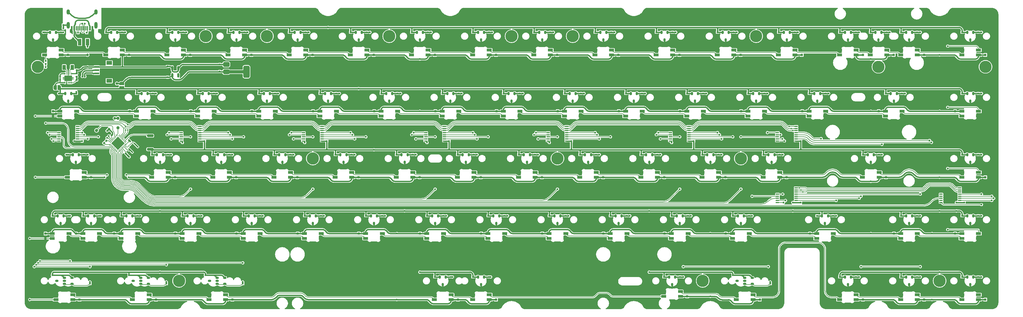
<source format=gbr>
%TF.GenerationSoftware,KiCad,Pcbnew,8.0.6*%
%TF.CreationDate,2024-11-18T06:39:38+07:00*%
%TF.ProjectId,Heart HE 65,48656172-7420-4484-9520-36352e6b6963,rev?*%
%TF.SameCoordinates,Original*%
%TF.FileFunction,Copper,L2,Bot*%
%TF.FilePolarity,Positive*%
%FSLAX46Y46*%
G04 Gerber Fmt 4.6, Leading zero omitted, Abs format (unit mm)*
G04 Created by KiCad (PCBNEW 8.0.6) date 2024-11-18 06:39:38*
%MOMM*%
%LPD*%
G01*
G04 APERTURE LIST*
G04 Aperture macros list*
%AMRoundRect*
0 Rectangle with rounded corners*
0 $1 Rounding radius*
0 $2 $3 $4 $5 $6 $7 $8 $9 X,Y pos of 4 corners*
0 Add a 4 corners polygon primitive as box body*
4,1,4,$2,$3,$4,$5,$6,$7,$8,$9,$2,$3,0*
0 Add four circle primitives for the rounded corners*
1,1,$1+$1,$2,$3*
1,1,$1+$1,$4,$5*
1,1,$1+$1,$6,$7*
1,1,$1+$1,$8,$9*
0 Add four rect primitives between the rounded corners*
20,1,$1+$1,$2,$3,$4,$5,0*
20,1,$1+$1,$4,$5,$6,$7,0*
20,1,$1+$1,$6,$7,$8,$9,0*
20,1,$1+$1,$8,$9,$2,$3,0*%
%AMRotRect*
0 Rectangle, with rotation*
0 The origin of the aperture is its center*
0 $1 length*
0 $2 width*
0 $3 Rotation angle, in degrees counterclockwise*
0 Add horizontal line*
21,1,$1,$2,0,0,$3*%
%AMFreePoly0*
4,1,21,-0.125000,1.200000,0.125000,1.200000,0.125000,1.700000,0.375000,1.700000,0.375000,1.200000,0.825000,1.200000,0.825000,-1.200000,0.375000,-1.200000,0.375000,-1.700000,0.125000,-1.700000,0.125000,-1.200000,-0.125000,-1.200000,-0.125000,-1.700000,-0.375000,-1.700000,-0.375000,-1.200000,-0.825000,-1.200000,-0.825000,1.200000,-0.375000,1.200000,-0.375000,1.700000,-0.125000,1.700000,
-0.125000,1.200000,-0.125000,1.200000,$1*%
%AMFreePoly1*
4,1,19,0.500000,-0.750000,0.000000,-0.750000,0.000000,-0.744911,-0.071157,-0.744911,-0.207708,-0.704816,-0.327430,-0.627875,-0.420627,-0.520320,-0.479746,-0.390866,-0.500000,-0.250000,-0.500000,0.250000,-0.479746,0.390866,-0.420627,0.520320,-0.327430,0.627875,-0.207708,0.704816,-0.071157,0.744911,0.000000,0.744911,0.000000,0.750000,0.500000,0.750000,0.500000,-0.750000,0.500000,-0.750000,
$1*%
%AMFreePoly2*
4,1,19,0.000000,0.744911,0.071157,0.744911,0.207708,0.704816,0.327430,0.627875,0.420627,0.520320,0.479746,0.390866,0.500000,0.250000,0.500000,-0.250000,0.479746,-0.390866,0.420627,-0.520320,0.327430,-0.627875,0.207708,-0.704816,0.071157,-0.744911,0.000000,-0.744911,0.000000,-0.750000,-0.500000,-0.750000,-0.500000,0.750000,0.000000,0.750000,0.000000,0.744911,0.000000,0.744911,
$1*%
G04 Aperture macros list end*
%TA.AperFunction,SMDPad,CuDef*%
%ADD10RoundRect,0.082000X0.718000X-0.328000X0.718000X0.328000X-0.718000X0.328000X-0.718000X-0.328000X0*%
%TD*%
%TA.AperFunction,SMDPad,CuDef*%
%ADD11RoundRect,0.082000X-0.718000X0.328000X-0.718000X-0.328000X0.718000X-0.328000X0.718000X0.328000X0*%
%TD*%
%TA.AperFunction,ComponentPad*%
%ADD12C,3.800000*%
%TD*%
%TA.AperFunction,SMDPad,CuDef*%
%ADD13R,0.620000X0.560000*%
%TD*%
%TA.AperFunction,SMDPad,CuDef*%
%ADD14R,0.750000X0.800000*%
%TD*%
%TA.AperFunction,SMDPad,CuDef*%
%ADD15RoundRect,0.200000X-0.800000X0.200000X-0.800000X-0.200000X0.800000X-0.200000X0.800000X0.200000X0*%
%TD*%
%TA.AperFunction,SMDPad,CuDef*%
%ADD16RotRect,0.560000X0.620000X225.000000*%
%TD*%
%TA.AperFunction,SMDPad,CuDef*%
%ADD17RoundRect,0.150000X-0.150000X0.350000X-0.150000X-0.350000X0.150000X-0.350000X0.150000X0.350000X0*%
%TD*%
%TA.AperFunction,SMDPad,CuDef*%
%ADD18R,1.000000X0.400000*%
%TD*%
%TA.AperFunction,SMDPad,CuDef*%
%ADD19RoundRect,0.375000X-0.625000X-0.375000X0.625000X-0.375000X0.625000X0.375000X-0.625000X0.375000X0*%
%TD*%
%TA.AperFunction,SMDPad,CuDef*%
%ADD20RoundRect,0.500000X-0.500000X-1.400000X0.500000X-1.400000X0.500000X1.400000X-0.500000X1.400000X0*%
%TD*%
%TA.AperFunction,SMDPad,CuDef*%
%ADD21C,1.000000*%
%TD*%
%TA.AperFunction,SMDPad,CuDef*%
%ADD22R,0.560000X0.620000*%
%TD*%
%TA.AperFunction,SMDPad,CuDef*%
%ADD23RotRect,0.400000X1.900000X225.000000*%
%TD*%
%TA.AperFunction,SMDPad,CuDef*%
%ADD24RoundRect,0.150000X0.350000X0.150000X-0.350000X0.150000X-0.350000X-0.150000X0.350000X-0.150000X0*%
%TD*%
%TA.AperFunction,SMDPad,CuDef*%
%ADD25RoundRect,0.050000X0.247487X-0.176777X-0.176777X0.247487X-0.247487X0.176777X0.176777X-0.247487X0*%
%TD*%
%TA.AperFunction,SMDPad,CuDef*%
%ADD26RoundRect,0.050000X0.247487X0.176777X0.176777X0.247487X-0.247487X-0.176777X-0.176777X-0.247487X0*%
%TD*%
%TA.AperFunction,HeatsinkPad*%
%ADD27C,0.500000*%
%TD*%
%TA.AperFunction,HeatsinkPad*%
%ADD28RotRect,2.900000X2.900000X135.000000*%
%TD*%
%TA.AperFunction,SMDPad,CuDef*%
%ADD29RotRect,0.560000X0.620000X315.000000*%
%TD*%
%TA.AperFunction,SMDPad,CuDef*%
%ADD30RoundRect,0.060000X-0.060000X0.240000X-0.060000X-0.240000X0.060000X-0.240000X0.060000X0.240000X0*%
%TD*%
%TA.AperFunction,ComponentPad*%
%ADD31C,0.500000*%
%TD*%
%TA.AperFunction,SMDPad,CuDef*%
%ADD32FreePoly0,270.000000*%
%TD*%
%TA.AperFunction,SMDPad,CuDef*%
%ADD33R,1.800000X1.200000*%
%TD*%
%TA.AperFunction,SMDPad,CuDef*%
%ADD34R,1.550000X0.600000*%
%TD*%
%TA.AperFunction,SMDPad,CuDef*%
%ADD35RotRect,0.560000X0.620000X135.000000*%
%TD*%
%TA.AperFunction,SMDPad,CuDef*%
%ADD36R,1.000000X1.500000*%
%TD*%
%TA.AperFunction,SMDPad,CuDef*%
%ADD37R,0.600000X1.450000*%
%TD*%
%TA.AperFunction,SMDPad,CuDef*%
%ADD38R,0.300000X1.450000*%
%TD*%
%TA.AperFunction,ComponentPad*%
%ADD39O,1.000000X1.600000*%
%TD*%
%TA.AperFunction,ComponentPad*%
%ADD40O,1.000000X2.100000*%
%TD*%
%TA.AperFunction,SMDPad,CuDef*%
%ADD41RoundRect,0.150000X-0.150000X0.512500X-0.150000X-0.512500X0.150000X-0.512500X0.150000X0.512500X0*%
%TD*%
%TA.AperFunction,SMDPad,CuDef*%
%ADD42RoundRect,0.135000X-0.185000X0.135000X-0.185000X-0.135000X0.185000X-0.135000X0.185000X0.135000X0*%
%TD*%
%TA.AperFunction,SMDPad,CuDef*%
%ADD43RoundRect,0.140000X0.170000X-0.140000X0.170000X0.140000X-0.170000X0.140000X-0.170000X-0.140000X0*%
%TD*%
%TA.AperFunction,SMDPad,CuDef*%
%ADD44FreePoly1,270.000000*%
%TD*%
%TA.AperFunction,SMDPad,CuDef*%
%ADD45FreePoly2,270.000000*%
%TD*%
%TA.AperFunction,SMDPad,CuDef*%
%ADD46FreePoly1,0.000000*%
%TD*%
%TA.AperFunction,SMDPad,CuDef*%
%ADD47FreePoly2,0.000000*%
%TD*%
%TA.AperFunction,SMDPad,CuDef*%
%ADD48R,1.140000X2.030000*%
%TD*%
%TA.AperFunction,ViaPad*%
%ADD49C,0.600000*%
%TD*%
%TA.AperFunction,ViaPad*%
%ADD50C,0.500000*%
%TD*%
%TA.AperFunction,ViaPad*%
%ADD51C,0.800000*%
%TD*%
%TA.AperFunction,Conductor*%
%ADD52C,0.400000*%
%TD*%
%TA.AperFunction,Conductor*%
%ADD53C,0.200000*%
%TD*%
%TA.AperFunction,Conductor*%
%ADD54C,0.300000*%
%TD*%
%TA.AperFunction,Conductor*%
%ADD55C,1.000000*%
%TD*%
%TA.AperFunction,Conductor*%
%ADD56C,0.430000*%
%TD*%
G04 APERTURE END LIST*
D10*
%TO.P,RGB1_A23,1,VDD*%
%TO.N,+5V*%
X288350000Y-43930000D03*
%TO.P,RGB1_A23,2,DOUT*%
%TO.N,Net-(RGB1_A23-DOUT)*%
X288350000Y-42430000D03*
%TO.P,RGB1_A23,3,VSS*%
%TO.N,GND*%
X283150000Y-42430000D03*
%TO.P,RGB1_A23,4,DIN*%
%TO.N,Net-(RGB1_A23-DIN)*%
X283150000Y-43930000D03*
%TD*%
D11*
%TO.P,RGB1_B24,1,VDD*%
%TO.N,+5V*%
X59312500Y-61479999D03*
%TO.P,RGB1_B24,2,DOUT*%
%TO.N,Net-(RGB1_B22-DIN)*%
X59312500Y-62979999D03*
%TO.P,RGB1_B24,3,VSS*%
%TO.N,GND*%
X64512500Y-62979999D03*
%TO.P,RGB1_B24,4,DIN*%
%TO.N,Net-(RGB1_B24-DIN)*%
X64512500Y-61479999D03*
%TD*%
%TO.P,RGB1_B31,1,VDD*%
%TO.N,+5V*%
X283150000Y-61479999D03*
%TO.P,RGB1_B31,2,DOUT*%
%TO.N,Net-(RGB1_B17-DIN)*%
X283150000Y-62979999D03*
%TO.P,RGB1_B31,3,VSS*%
%TO.N,GND*%
X288350000Y-62979999D03*
%TO.P,RGB1_B31,4,DIN*%
%TO.N,Net-(RGB1_A23-DOUT)*%
X288350000Y-61479999D03*
%TD*%
%TO.P,RGB1_B29,1,VDD*%
%TO.N,+5V*%
X135512500Y-61479999D03*
%TO.P,RGB1_B29,2,DOUT*%
%TO.N,Net-(RGB1_B29-DOUT)*%
X135512500Y-62979999D03*
%TO.P,RGB1_B29,3,VSS*%
%TO.N,GND*%
X140712500Y-62979999D03*
%TO.P,RGB1_B29,4,DIN*%
%TO.N,Net-(RGB1_B27-DOUT)*%
X140712500Y-61479999D03*
%TD*%
D12*
%TO.P,H11,1*%
%TO.N,N/C*%
X219075000Y0D03*
%TD*%
D10*
%TO.P,RGB1_A15,1,VDD*%
%TO.N,+5V*%
X269300000Y-5830000D03*
%TO.P,RGB1_A15,2,DOUT*%
%TO.N,Net-(RGB1_A15-DOUT)*%
X269300000Y-4330000D03*
%TO.P,RGB1_A15,3,VSS*%
%TO.N,GND*%
X264100000Y-4330000D03*
%TO.P,RGB1_A15,4,DIN*%
%TO.N,Net-(RGB1_A14-DOUT)*%
X264100000Y-5830000D03*
%TD*%
%TO.P,RGB1_A14,1,VDD*%
%TO.N,+5V*%
X259775000Y-5830000D03*
%TO.P,RGB1_A14,2,DOUT*%
%TO.N,Net-(RGB1_A14-DOUT)*%
X259775000Y-4330000D03*
%TO.P,RGB1_A14,3,VSS*%
%TO.N,GND*%
X254575000Y-4330000D03*
%TO.P,RGB1_A14,4,DIN*%
%TO.N,Net-(RGB1_A13-DOUT)*%
X254575000Y-5830000D03*
%TD*%
%TO.P,RGB1_A31,1,VDD*%
%TO.N,+5V*%
X188337500Y-43930000D03*
%TO.P,RGB1_A31,2,DOUT*%
%TO.N,Net-(RGB1_A29-DIN)*%
X188337500Y-42430000D03*
%TO.P,RGB1_A31,3,VSS*%
%TO.N,GND*%
X183137500Y-42430000D03*
%TO.P,RGB1_A31,4,DIN*%
%TO.N,Net-(RGB1_A31-DIN)*%
X183137500Y-43930000D03*
%TD*%
D11*
%TO.P,RGB1_B17,1,VDD*%
%TO.N,+5V*%
X264100000Y-61479999D03*
%TO.P,RGB1_B17,2,DOUT*%
%TO.N,Net-(RGB1_B17-DOUT)*%
X264100000Y-62979999D03*
%TO.P,RGB1_B17,3,VSS*%
%TO.N,GND*%
X269300000Y-62979999D03*
%TO.P,RGB1_B17,4,DIN*%
%TO.N,Net-(RGB1_B17-DIN)*%
X269300000Y-61479999D03*
%TD*%
%TO.P,RGB1_B22,1,VDD*%
%TO.N,+5V*%
X40262500Y-61479999D03*
%TO.P,RGB1_B22,2,DOUT*%
%TO.N,Net-(RGB1_B20-DIN)*%
X40262500Y-62979999D03*
%TO.P,RGB1_B22,3,VSS*%
%TO.N,GND*%
X45462500Y-62979999D03*
%TO.P,RGB1_B22,4,DIN*%
%TO.N,Net-(RGB1_B22-DIN)*%
X45462500Y-61479999D03*
%TD*%
D12*
%TO.P,H13,1*%
%TO.N,N/C*%
X214312500Y-38100000D03*
%TD*%
D11*
%TO.P,RGB1_B2,1,VDD*%
%TO.N,+5V*%
X259337500Y-23379999D03*
%TO.P,RGB1_B2,2,DOUT*%
%TO.N,Net-(RGB1_B2-DOUT)*%
X259337500Y-24879999D03*
%TO.P,RGB1_B2,3,VSS*%
%TO.N,GND*%
X264537500Y-24879999D03*
%TO.P,RGB1_B2,4,DIN*%
%TO.N,Net-(RGB1_B1-DOUT)*%
X264537500Y-23379999D03*
%TD*%
D12*
%TO.P,H16,1*%
%TO.N,N/C*%
X290512500Y-9525000D03*
%TD*%
D10*
%TO.P,RGB1_A19,1,VDD*%
%TO.N,+5V*%
X6171875Y-82030000D03*
%TO.P,RGB1_A19,2,DOUT*%
%TO.N,Net-(RGB1_A19-DOUT)*%
X6171875Y-80530000D03*
%TO.P,RGB1_A19,3,VSS*%
%TO.N,GND*%
X971875Y-80530000D03*
%TO.P,RGB1_A19,4,DIN*%
%TO.N,Net-(RGB1_A19-DIN)*%
X971875Y-82030000D03*
%TD*%
D12*
%TO.P,H14,1*%
%TO.N,N/C*%
X39290625Y-76200000D03*
%TD*%
D10*
%TO.P,RGB1_A22,1,VDD*%
%TO.N,+5V*%
X54987500Y-43930000D03*
%TO.P,RGB1_A22,2,DOUT*%
%TO.N,Net-(RGB1_A22-DOUT)*%
X54987500Y-42430000D03*
%TO.P,RGB1_A22,3,VSS*%
%TO.N,GND*%
X49787500Y-42430000D03*
%TO.P,RGB1_A22,4,DIN*%
%TO.N,Net-(RGB1_A20-DOUT)*%
X49787500Y-43930000D03*
%TD*%
D12*
%TO.P,H10,1*%
%TO.N,N/C*%
X161925000Y0D03*
%TD*%
D10*
%TO.P,RGB1_A10,1,VDD*%
%TO.N,+5V*%
X193100000Y-5830000D03*
%TO.P,RGB1_A10,2,DOUT*%
%TO.N,Net-(RGB1_A10-DOUT)*%
X193100000Y-4330000D03*
%TO.P,RGB1_A10,3,VSS*%
%TO.N,GND*%
X187900000Y-4330000D03*
%TO.P,RGB1_A10,4,DIN*%
%TO.N,Net-(RGB1_A10-DIN)*%
X187900000Y-5830000D03*
%TD*%
%TO.P,RGB1_A7,1,VDD*%
%TO.N,+5V*%
X135950000Y-5830000D03*
%TO.P,RGB1_A7,2,DOUT*%
%TO.N,Net-(RGB1_A7-DOUT)*%
X135950000Y-4330000D03*
%TO.P,RGB1_A7,3,VSS*%
%TO.N,GND*%
X130750000Y-4330000D03*
%TO.P,RGB1_A7,4,DIN*%
%TO.N,Net-(RGB1_A6-DOUT)*%
X130750000Y-5830000D03*
%TD*%
D11*
%TO.P,RGB1_B16,1,VDD*%
%TO.N,+5V*%
X-218750Y-61479999D03*
%TO.P,RGB1_B16,2,DOUT*%
%TO.N,Net-(RGB1_A19-DIN)*%
X-218750Y-62979999D03*
%TO.P,RGB1_B16,3,VSS*%
%TO.N,GND*%
X4981250Y-62979999D03*
%TO.P,RGB1_B16,4,DIN*%
%TO.N,Net-(RGB1_B16-DIN)*%
X4981250Y-61479999D03*
%TD*%
D10*
%TO.P,RGB1_A18,1,VDD*%
%TO.N,+5V*%
X9743750Y-43930000D03*
%TO.P,RGB1_A18,2,DOUT*%
%TO.N,Net-(RGB1_A18-DOUT)*%
X9743750Y-42430000D03*
%TO.P,RGB1_A18,3,VSS*%
%TO.N,GND*%
X4543750Y-42430000D03*
%TO.P,RGB1_A18,4,DIN*%
%TO.N,Net-(RGB1_A18-DIN)*%
X4543750Y-43930000D03*
%TD*%
D11*
%TO.P,RGB1_B26,1,VDD*%
%TO.N,+5V*%
X78362500Y-61479999D03*
%TO.P,RGB1_B26,2,DOUT*%
%TO.N,Net-(RGB1_B24-DIN)*%
X78362500Y-62979999D03*
%TO.P,RGB1_B26,3,VSS*%
%TO.N,GND*%
X83562500Y-62979999D03*
%TO.P,RGB1_B26,4,DIN*%
%TO.N,Net-(RGB1_B26-DIN)*%
X83562500Y-61479999D03*
%TD*%
D10*
%TO.P,RGB1_A13,1,VDD*%
%TO.N,+5V*%
X250250000Y-5830000D03*
%TO.P,RGB1_A13,2,DOUT*%
%TO.N,Net-(RGB1_A13-DOUT)*%
X250250000Y-4330000D03*
%TO.P,RGB1_A13,3,VSS*%
%TO.N,GND*%
X245050000Y-4330000D03*
%TO.P,RGB1_A13,4,DIN*%
%TO.N,Net-(RGB1_A12-DOUT)*%
X245050000Y-5830000D03*
%TD*%
%TO.P,RGB1_A25,1,VDD*%
%TO.N,+5V*%
X257393750Y-43930000D03*
%TO.P,RGB1_A25,2,DOUT*%
%TO.N,Net-(RGB1_A23-DIN)*%
X257393750Y-42430000D03*
%TO.P,RGB1_A25,3,VSS*%
%TO.N,GND*%
X252193750Y-42430000D03*
%TO.P,RGB1_A25,4,DIN*%
%TO.N,Net-(RGB1_A25-DIN)*%
X252193750Y-43930000D03*
%TD*%
%TO.P,RGB1_A6,1,VDD*%
%TO.N,+5V*%
X116900000Y-5830000D03*
%TO.P,RGB1_A6,2,DOUT*%
%TO.N,Net-(RGB1_A6-DOUT)*%
X116900000Y-4330000D03*
%TO.P,RGB1_A6,3,VSS*%
%TO.N,GND*%
X111700000Y-4330000D03*
%TO.P,RGB1_A6,4,DIN*%
%TO.N,Net-(RGB1_A5-DOUT)*%
X111700000Y-5830000D03*
%TD*%
%TO.P,RGB1_A21,1,VDD*%
%TO.N,+5V*%
X29984375Y-82030000D03*
%TO.P,RGB1_A21,2,DOUT*%
%TO.N,Net-(RGB1_A21-DOUT)*%
X29984375Y-80530000D03*
%TO.P,RGB1_A21,3,VSS*%
%TO.N,GND*%
X24784375Y-80530000D03*
%TO.P,RGB1_A21,4,DIN*%
%TO.N,Net-(RGB1_A19-DOUT)*%
X24784375Y-82030000D03*
%TD*%
%TO.P,RGB1_A9,1,VDD*%
%TO.N,+5V*%
X174050000Y-5830000D03*
%TO.P,RGB1_A9,2,DOUT*%
%TO.N,Net-(RGB1_A10-DIN)*%
X174050000Y-4330000D03*
%TO.P,RGB1_A9,3,VSS*%
%TO.N,GND*%
X168850000Y-4330000D03*
%TO.P,RGB1_A9,4,DIN*%
%TO.N,Net-(RGB1_A8-DOUT)*%
X168850000Y-5830000D03*
%TD*%
D11*
%TO.P,RGB1_B18,1,VDD*%
%TO.N,+5V*%
X9306250Y-61479999D03*
%TO.P,RGB1_B18,2,DOUT*%
%TO.N,Net-(RGB1_B16-DIN)*%
X9306250Y-62979999D03*
%TO.P,RGB1_B18,3,VSS*%
%TO.N,GND*%
X14506250Y-62979999D03*
%TO.P,RGB1_B18,4,DIN*%
%TO.N,Net-(RGB1_B18-DIN)*%
X14506250Y-61479999D03*
%TD*%
D10*
%TO.P,RGB1_A33,1,VDD*%
%TO.N,+5V*%
X169287500Y-43930000D03*
%TO.P,RGB1_A33,2,DOUT*%
%TO.N,Net-(RGB1_A31-DIN)*%
X169287500Y-42430000D03*
%TO.P,RGB1_A33,3,VSS*%
%TO.N,GND*%
X164087500Y-42430000D03*
%TO.P,RGB1_A33,4,DIN*%
%TO.N,Net-(RGB1_A32-DOUT)*%
X164087500Y-43930000D03*
%TD*%
D11*
%TO.P,RGB1_B1,1,VDD*%
%TO.N,+5V*%
X283150000Y-23379999D03*
%TO.P,RGB1_B1,2,DOUT*%
%TO.N,Net-(RGB1_B1-DOUT)*%
X283150000Y-24879999D03*
%TO.P,RGB1_B1,3,VSS*%
%TO.N,GND*%
X288350000Y-24879999D03*
%TO.P,RGB1_B1,4,DIN*%
%TO.N,Net-(RGB1_A17-DOUT)*%
X288350000Y-23379999D03*
%TD*%
%TO.P,RGB1_B11,1,VDD*%
%TO.N,+5V*%
X83125000Y-23379999D03*
%TO.P,RGB1_B11,2,DOUT*%
%TO.N,Net-(RGB1_B11-DOUT)*%
X83125000Y-24879999D03*
%TO.P,RGB1_B11,3,VSS*%
%TO.N,GND*%
X88325000Y-24879999D03*
%TO.P,RGB1_B11,4,DIN*%
%TO.N,Net-(RGB1_B10-DOUT)*%
X88325000Y-23379999D03*
%TD*%
%TO.P,RGB1_B27,1,VDD*%
%TO.N,+5V*%
X154562500Y-61479999D03*
%TO.P,RGB1_B27,2,DOUT*%
%TO.N,Net-(RGB1_B27-DOUT)*%
X154562500Y-62979999D03*
%TO.P,RGB1_B27,3,VSS*%
%TO.N,GND*%
X159762500Y-62979999D03*
%TO.P,RGB1_B27,4,DIN*%
%TO.N,Net-(RGB1_B25-DOUT)*%
X159762500Y-61479999D03*
%TD*%
D10*
%TO.P,RGB1_A5,1,VDD*%
%TO.N,+5V*%
X97850000Y-5830000D03*
%TO.P,RGB1_A5,2,DOUT*%
%TO.N,Net-(RGB1_A5-DOUT)*%
X97850000Y-4330000D03*
%TO.P,RGB1_A5,3,VSS*%
%TO.N,GND*%
X92650000Y-4330000D03*
%TO.P,RGB1_A5,4,DIN*%
%TO.N,Net-(RGB1_A4-DOUT)*%
X92650000Y-5830000D03*
%TD*%
%TO.P,RGB1_A16,1,VDD*%
%TO.N,+5V*%
X2600000Y-5830000D03*
%TO.P,RGB1_A16,2,DOUT*%
%TO.N,Net-(RGB1_A1-DIN)*%
X2600000Y-4330000D03*
%TO.P,RGB1_A16,3,VSS*%
%TO.N,GND*%
X-2600000Y-4330000D03*
%TO.P,RGB1_A16,4,DIN*%
%TO.N,Net-(RGB1_A16-DIN)*%
X-2600000Y-5830000D03*
%TD*%
%TO.P,RGB1_A32,1,VDD*%
%TO.N,+5V*%
X150237500Y-43930000D03*
%TO.P,RGB1_A32,2,DOUT*%
%TO.N,Net-(RGB1_A32-DOUT)*%
X150237500Y-42430000D03*
%TO.P,RGB1_A32,3,VSS*%
%TO.N,GND*%
X145037500Y-42430000D03*
%TO.P,RGB1_A32,4,DIN*%
%TO.N,Net-(RGB1_A30-DOUT)*%
X145037500Y-43930000D03*
%TD*%
D12*
%TO.P,H4,1*%
%TO.N,N/C*%
X80962500Y-38100000D03*
%TD*%
D10*
%TO.P,RGB1_A17,1,VDD*%
%TO.N,+5V*%
X288350000Y-5830000D03*
%TO.P,RGB1_A17,2,DOUT*%
%TO.N,Net-(RGB1_A17-DOUT)*%
X288350000Y-4330000D03*
%TO.P,RGB1_A17,3,VSS*%
%TO.N,GND*%
X283150000Y-4330000D03*
%TO.P,RGB1_A17,4,DIN*%
%TO.N,Net-(RGB1_A15-DOUT)*%
X283150000Y-5830000D03*
%TD*%
%TO.P,RGB1_A38,1,VDD*%
%TO.N,+5V*%
X135950000Y-82030000D03*
%TO.P,RGB1_A38,2,DOUT*%
%TO.N,Net-(RGB1_A38-DOUT)*%
X135950000Y-80530000D03*
%TO.P,RGB1_A38,3,VSS*%
%TO.N,GND*%
X130750000Y-80530000D03*
%TO.P,RGB1_A38,4,DIN*%
%TO.N,Net-(RGB1_A36-DOUT)*%
X130750000Y-82030000D03*
%TD*%
%TO.P,RGB1_A24,1,VDD*%
%TO.N,+5V*%
X74037500Y-43930000D03*
%TO.P,RGB1_A24,2,DOUT*%
%TO.N,Net-(RGB1_A24-DOUT)*%
X74037500Y-42430000D03*
%TO.P,RGB1_A24,3,VSS*%
%TO.N,GND*%
X68837500Y-42430000D03*
%TO.P,RGB1_A24,4,DIN*%
%TO.N,Net-(RGB1_A22-DOUT)*%
X68837500Y-43930000D03*
%TD*%
D11*
%TO.P,RGB1_B12,1,VDD*%
%TO.N,+5V*%
X64075000Y-23379999D03*
%TO.P,RGB1_B12,2,DOUT*%
%TO.N,Net-(RGB1_B12-DOUT)*%
X64075000Y-24879999D03*
%TO.P,RGB1_B12,3,VSS*%
%TO.N,GND*%
X69275000Y-24879999D03*
%TO.P,RGB1_B12,4,DIN*%
%TO.N,Net-(RGB1_B11-DOUT)*%
X69275000Y-23379999D03*
%TD*%
D10*
%TO.P,RGB1_A34,1,VDD*%
%TO.N,+5V*%
X53796875Y-82030000D03*
%TO.P,RGB1_A34,2,DOUT*%
%TO.N,Net-(RGB1_A34-DOUT)*%
X53796875Y-80530000D03*
%TO.P,RGB1_A34,3,VSS*%
%TO.N,GND*%
X48596875Y-80530000D03*
%TO.P,RGB1_A34,4,DIN*%
%TO.N,Net-(RGB1_A21-DOUT)*%
X48596875Y-82030000D03*
%TD*%
D11*
%TO.P,RGB1_B14,1,VDD*%
%TO.N,+5V*%
X25975000Y-23379999D03*
%TO.P,RGB1_B14,2,DOUT*%
%TO.N,Net-(RGB1_B14-DOUT)*%
X25975000Y-24879999D03*
%TO.P,RGB1_B14,3,VSS*%
%TO.N,GND*%
X31175000Y-24879999D03*
%TO.P,RGB1_B14,4,DIN*%
%TO.N,Net-(RGB1_B13-DOUT)*%
X31175000Y-23379999D03*
%TD*%
%TO.P,RGB1_B19,1,VDD*%
%TO.N,+5V*%
X237906250Y-61479999D03*
%TO.P,RGB1_B19,2,DOUT*%
%TO.N,Net-(RGB1_B19-DOUT)*%
X237906250Y-62979999D03*
%TO.P,RGB1_B19,3,VSS*%
%TO.N,GND*%
X243106250Y-62979999D03*
%TO.P,RGB1_B19,4,DIN*%
%TO.N,Net-(RGB1_B17-DOUT)*%
X243106250Y-61479999D03*
%TD*%
D10*
%TO.P,RGB1_A12,1,VDD*%
%TO.N,+5V*%
X231200000Y-5830000D03*
%TO.P,RGB1_A12,2,DOUT*%
%TO.N,Net-(RGB1_A12-DOUT)*%
X231200000Y-4330000D03*
%TO.P,RGB1_A12,3,VSS*%
%TO.N,GND*%
X226000000Y-4330000D03*
%TO.P,RGB1_A12,4,DIN*%
%TO.N,Net-(RGB1_A11-DOUT)*%
X226000000Y-5830000D03*
%TD*%
%TO.P,RGB1_A20,1,VDD*%
%TO.N,+5V*%
X35937500Y-43930000D03*
%TO.P,RGB1_A20,2,DOUT*%
%TO.N,Net-(RGB1_A20-DOUT)*%
X35937500Y-42430000D03*
%TO.P,RGB1_A20,3,VSS*%
%TO.N,GND*%
X30737500Y-42430000D03*
%TO.P,RGB1_A20,4,DIN*%
%TO.N,Net-(RGB1_A18-DOUT)*%
X30737500Y-43930000D03*
%TD*%
%TO.P,RGB1_A27,1,VDD*%
%TO.N,+5V*%
X226437500Y-43930000D03*
%TO.P,RGB1_A27,2,DOUT*%
%TO.N,Net-(RGB1_A25-DIN)*%
X226437500Y-42430000D03*
%TO.P,RGB1_A27,3,VSS*%
%TO.N,GND*%
X221237500Y-42430000D03*
%TO.P,RGB1_A27,4,DIN*%
%TO.N,Net-(RGB1_A27-DIN)*%
X221237500Y-43930000D03*
%TD*%
D11*
%TO.P,RGB1_B21,1,VDD*%
%TO.N,+5V*%
X211712500Y-61479999D03*
%TO.P,RGB1_B21,2,DOUT*%
%TO.N,Net-(RGB1_B21-DOUT)*%
X211712500Y-62979999D03*
%TO.P,RGB1_B21,3,VSS*%
%TO.N,GND*%
X216912500Y-62979999D03*
%TO.P,RGB1_B21,4,DIN*%
%TO.N,Net-(RGB1_B19-DOUT)*%
X216912500Y-61479999D03*
%TD*%
D10*
%TO.P,RGB1_A4,1,VDD*%
%TO.N,+5V*%
X78800000Y-5830000D03*
%TO.P,RGB1_A4,2,DOUT*%
%TO.N,Net-(RGB1_A4-DOUT)*%
X78800000Y-4330000D03*
%TO.P,RGB1_A4,3,VSS*%
%TO.N,GND*%
X73600000Y-4330000D03*
%TO.P,RGB1_A4,4,DIN*%
%TO.N,Net-(RGB1_A3-DOUT)*%
X73600000Y-5830000D03*
%TD*%
D12*
%TO.P,H18,1*%
%TO.N,N/C*%
X257175000Y-9525000D03*
%TD*%
D11*
%TO.P,RGB1_B3,1,VDD*%
%TO.N,+5V*%
X235525000Y-23379999D03*
%TO.P,RGB1_B3,2,DOUT*%
%TO.N,Net-(RGB1_B3-DOUT)*%
X235525000Y-24879999D03*
%TO.P,RGB1_B3,3,VSS*%
%TO.N,GND*%
X240725000Y-24879999D03*
%TO.P,RGB1_B3,4,DIN*%
%TO.N,Net-(RGB1_B2-DOUT)*%
X240725000Y-23379999D03*
%TD*%
%TO.P,RGB1_B8,1,VDD*%
%TO.N,+5V*%
X140275000Y-23379999D03*
%TO.P,RGB1_B8,2,DOUT*%
%TO.N,Net-(RGB1_B8-DOUT)*%
X140275000Y-24879999D03*
%TO.P,RGB1_B8,3,VSS*%
%TO.N,GND*%
X145475000Y-24879999D03*
%TO.P,RGB1_B8,4,DIN*%
%TO.N,Net-(RGB1_B7-DOUT)*%
X145475000Y-23379999D03*
%TD*%
D10*
%TO.P,RGB1_A11,1,VDD*%
%TO.N,+5V*%
X212150000Y-5830000D03*
%TO.P,RGB1_A11,2,DOUT*%
%TO.N,Net-(RGB1_A11-DOUT)*%
X212150000Y-4330000D03*
%TO.P,RGB1_A11,3,VSS*%
%TO.N,GND*%
X206950000Y-4330000D03*
%TO.P,RGB1_A11,4,DIN*%
%TO.N,Net-(RGB1_A10-DOUT)*%
X206950000Y-5830000D03*
%TD*%
%TO.P,RGB1_A40,1,VDD*%
%TO.N,+5V*%
X195481251Y-81029999D03*
%TO.P,RGB1_A40,2,DOUT*%
%TO.N,Net-(RGB1_A40-DOUT)*%
X195481249Y-79529999D03*
%TO.P,RGB1_A40,3,VSS*%
%TO.N,GND*%
X190281250Y-79530000D03*
%TO.P,RGB1_A40,4,DIN*%
%TO.N,Net-(RGB1_A38-DOUT)*%
X190281250Y-81030000D03*
%TD*%
D11*
%TO.P,RGB1_B23,1,VDD*%
%TO.N,+5V*%
X192662500Y-61479999D03*
%TO.P,RGB1_B23,2,DOUT*%
%TO.N,Net-(RGB1_B23-DOUT)*%
X192662500Y-62979999D03*
%TO.P,RGB1_B23,3,VSS*%
%TO.N,GND*%
X197862500Y-62979999D03*
%TO.P,RGB1_B23,4,DIN*%
%TO.N,Net-(RGB1_B21-DOUT)*%
X197862500Y-61479999D03*
%TD*%
%TO.P,RGB1_B4,1,VDD*%
%TO.N,+5V*%
X216475000Y-23379999D03*
%TO.P,RGB1_B4,2,DOUT*%
%TO.N,Net-(RGB1_B4-DOUT)*%
X216475000Y-24879999D03*
%TO.P,RGB1_B4,3,VSS*%
%TO.N,GND*%
X221675000Y-24879999D03*
%TO.P,RGB1_B4,4,DIN*%
%TO.N,Net-(RGB1_B3-DOUT)*%
X221675000Y-23379999D03*
%TD*%
%TO.P,RGB1_B25,1,VDD*%
%TO.N,+5V*%
X173612500Y-61479999D03*
%TO.P,RGB1_B25,2,DOUT*%
%TO.N,Net-(RGB1_B25-DOUT)*%
X173612500Y-62979999D03*
%TO.P,RGB1_B25,3,VSS*%
%TO.N,GND*%
X178812500Y-62979999D03*
%TO.P,RGB1_B25,4,DIN*%
%TO.N,Net-(RGB1_B23-DOUT)*%
X178812500Y-61479999D03*
%TD*%
D10*
%TO.P,RGB1_A43,1,VDD*%
%TO.N,+5V*%
X288350000Y-82030000D03*
%TO.P,RGB1_A43,2,DOUT*%
%TO.N,unconnected-(RGB1_A43-DOUT-Pad2)*%
X288350000Y-80530000D03*
%TO.P,RGB1_A43,3,VSS*%
%TO.N,GND*%
X283150000Y-80530000D03*
%TO.P,RGB1_A43,4,DIN*%
%TO.N,Net-(RGB1_A43-DIN)*%
X283150000Y-82030000D03*
%TD*%
D11*
%TO.P,RGB1_B6,1,VDD*%
%TO.N,+5V*%
X178375000Y-23379999D03*
%TO.P,RGB1_B6,2,DOUT*%
%TO.N,Net-(RGB1_B6-DOUT)*%
X178375000Y-24879999D03*
%TO.P,RGB1_B6,3,VSS*%
%TO.N,GND*%
X183575000Y-24879999D03*
%TO.P,RGB1_B6,4,DIN*%
%TO.N,Net-(RGB1_B5-DOUT)*%
X183575000Y-23379999D03*
%TD*%
D10*
%TO.P,RGB1_A29,1,VDD*%
%TO.N,+5V*%
X207387500Y-43930000D03*
%TO.P,RGB1_A29,2,DOUT*%
%TO.N,Net-(RGB1_A27-DIN)*%
X207387500Y-42430000D03*
%TO.P,RGB1_A29,3,VSS*%
%TO.N,GND*%
X202187500Y-42430000D03*
%TO.P,RGB1_A29,4,DIN*%
%TO.N,Net-(RGB1_A29-DIN)*%
X202187500Y-43930000D03*
%TD*%
D11*
%TO.P,RGB1_B30,1,VDD*%
%TO.N,+5V*%
X116462500Y-61479999D03*
%TO.P,RGB1_B30,2,DOUT*%
%TO.N,Net-(RGB1_B28-DIN)*%
X116462500Y-62979999D03*
%TO.P,RGB1_B30,3,VSS*%
%TO.N,GND*%
X121662500Y-62979999D03*
%TO.P,RGB1_B30,4,DIN*%
%TO.N,Net-(RGB1_B29-DOUT)*%
X121662500Y-61479999D03*
%TD*%
D10*
%TO.P,RGB1_A3,1,VDD*%
%TO.N,+5V*%
X59750000Y-5830000D03*
%TO.P,RGB1_A3,2,DOUT*%
%TO.N,Net-(RGB1_A3-DOUT)*%
X59750000Y-4330000D03*
%TO.P,RGB1_A3,3,VSS*%
%TO.N,GND*%
X54550000Y-4330000D03*
%TO.P,RGB1_A3,4,DIN*%
%TO.N,Net-(RGB1_A2-DOUT)*%
X54550000Y-5830000D03*
%TD*%
D11*
%TO.P,RGB1_B5,1,VDD*%
%TO.N,+5V*%
X197425000Y-23379999D03*
%TO.P,RGB1_B5,2,DOUT*%
%TO.N,Net-(RGB1_B5-DOUT)*%
X197425000Y-24879999D03*
%TO.P,RGB1_B5,3,VSS*%
%TO.N,GND*%
X202625000Y-24879999D03*
%TO.P,RGB1_B5,4,DIN*%
%TO.N,Net-(RGB1_B4-DOUT)*%
X202625000Y-23379999D03*
%TD*%
D12*
%TO.P,H12,1*%
%TO.N,N/C*%
X-4762500Y-9525000D03*
%TD*%
D10*
%TO.P,RGB1_A28,1,VDD*%
%TO.N,+5V*%
X112137500Y-43930000D03*
%TO.P,RGB1_A28,2,DOUT*%
%TO.N,Net-(RGB1_A28-DOUT)*%
X112137500Y-42430000D03*
%TO.P,RGB1_A28,3,VSS*%
%TO.N,GND*%
X106937500Y-42430000D03*
%TO.P,RGB1_A28,4,DIN*%
%TO.N,Net-(RGB1_A26-DOUT)*%
X106937500Y-43930000D03*
%TD*%
D12*
%TO.P,H8,1*%
%TO.N,N/C*%
X142875000Y0D03*
%TD*%
%TO.P,H17,1*%
%TO.N,N/C*%
X276225000Y-76200000D03*
%TD*%
D10*
%TO.P,RGB1_A1,1,VDD*%
%TO.N,+5V*%
X21650000Y-5830000D03*
%TO.P,RGB1_A1,2,DOUT*%
%TO.N,Net-(RGB1_A1-DOUT)*%
X21650000Y-4330000D03*
%TO.P,RGB1_A1,3,VSS*%
%TO.N,GND*%
X16450000Y-4330000D03*
%TO.P,RGB1_A1,4,DIN*%
%TO.N,Net-(RGB1_A1-DIN)*%
X16450000Y-5830000D03*
%TD*%
D11*
%TO.P,RGB1_B28,1,VDD*%
%TO.N,+5V*%
X97412500Y-61479999D03*
%TO.P,RGB1_B28,2,DOUT*%
%TO.N,Net-(RGB1_B26-DIN)*%
X97412500Y-62979999D03*
%TO.P,RGB1_B28,3,VSS*%
%TO.N,GND*%
X102612500Y-62979999D03*
%TO.P,RGB1_B28,4,DIN*%
%TO.N,Net-(RGB1_B28-DIN)*%
X102612500Y-61479999D03*
%TD*%
D12*
%TO.P,H9,1*%
%TO.N,N/C*%
X104775000Y0D03*
%TD*%
D10*
%TO.P,RGB1_A2,1,VDD*%
%TO.N,+5V*%
X40700000Y-5830000D03*
%TO.P,RGB1_A2,2,DOUT*%
%TO.N,Net-(RGB1_A2-DOUT)*%
X40700000Y-4330000D03*
%TO.P,RGB1_A2,3,VSS*%
%TO.N,GND*%
X35500000Y-4330000D03*
%TO.P,RGB1_A2,4,DIN*%
%TO.N,Net-(RGB1_A1-DOUT)*%
X35500000Y-5830000D03*
%TD*%
%TO.P,RGB1_A8,1,VDD*%
%TO.N,+5V*%
X155000000Y-5830000D03*
%TO.P,RGB1_A8,2,DOUT*%
%TO.N,Net-(RGB1_A8-DOUT)*%
X155000000Y-4330000D03*
%TO.P,RGB1_A8,3,VSS*%
%TO.N,GND*%
X149800000Y-4330000D03*
%TO.P,RGB1_A8,4,DIN*%
%TO.N,Net-(RGB1_A7-DOUT)*%
X149800000Y-5830000D03*
%TD*%
%TO.P,RGB1_A44,1,VDD*%
%TO.N,+5V*%
X250250000Y-82030000D03*
%TO.P,RGB1_A44,2,DOUT*%
%TO.N,Net-(RGB1_A44-DOUT)*%
X250250000Y-80530000D03*
%TO.P,RGB1_A44,3,VSS*%
%TO.N,GND*%
X245050000Y-80530000D03*
%TO.P,RGB1_A44,4,DIN*%
%TO.N,Net-(RGB1_A42-DOUT)*%
X245050000Y-82030000D03*
%TD*%
D12*
%TO.P,H15,1*%
%TO.N,N/C*%
X202406250Y-76200000D03*
%TD*%
D10*
%TO.P,RGB1_A42,1,VDD*%
%TO.N,+5V*%
X218103125Y-82030000D03*
%TO.P,RGB1_A42,2,DOUT*%
%TO.N,Net-(RGB1_A42-DOUT)*%
X218103125Y-80530000D03*
%TO.P,RGB1_A42,3,VSS*%
%TO.N,GND*%
X212903125Y-80530000D03*
%TO.P,RGB1_A42,4,DIN*%
%TO.N,Net-(RGB1_A40-DOUT)*%
X212903125Y-82030000D03*
%TD*%
D11*
%TO.P,RGB1_B10,1,VDD*%
%TO.N,+5V*%
X102175000Y-23379999D03*
%TO.P,RGB1_B10,2,DOUT*%
%TO.N,Net-(RGB1_B10-DOUT)*%
X102175000Y-24879999D03*
%TO.P,RGB1_B10,3,VSS*%
%TO.N,GND*%
X107375000Y-24879999D03*
%TO.P,RGB1_B10,4,DIN*%
%TO.N,Net-(RGB1_B10-DIN)*%
X107375000Y-23379999D03*
%TD*%
%TO.P,RGB1_B13,1,VDD*%
%TO.N,+5V*%
X45025000Y-23379999D03*
%TO.P,RGB1_B13,2,DOUT*%
%TO.N,Net-(RGB1_B13-DOUT)*%
X45025000Y-24879999D03*
%TO.P,RGB1_B13,3,VSS*%
%TO.N,GND*%
X50225000Y-24879999D03*
%TO.P,RGB1_B13,4,DIN*%
%TO.N,Net-(RGB1_B12-DOUT)*%
X50225000Y-23379999D03*
%TD*%
%TO.P,RGB1_B9,1,VDD*%
%TO.N,+5V*%
X121225000Y-23379999D03*
%TO.P,RGB1_B9,2,DOUT*%
%TO.N,Net-(RGB1_B10-DIN)*%
X121225000Y-24879999D03*
%TO.P,RGB1_B9,3,VSS*%
%TO.N,GND*%
X126425000Y-24879999D03*
%TO.P,RGB1_B9,4,DIN*%
%TO.N,Net-(RGB1_B8-DOUT)*%
X126425000Y-23379999D03*
%TD*%
D10*
%TO.P,RGB1_A30,1,VDD*%
%TO.N,+5V*%
X131187500Y-43930000D03*
%TO.P,RGB1_A30,2,DOUT*%
%TO.N,Net-(RGB1_A30-DOUT)*%
X131187500Y-42430000D03*
%TO.P,RGB1_A30,3,VSS*%
%TO.N,GND*%
X125987500Y-42430000D03*
%TO.P,RGB1_A30,4,DIN*%
%TO.N,Net-(RGB1_A28-DOUT)*%
X125987500Y-43930000D03*
%TD*%
D12*
%TO.P,H5,1*%
%TO.N,N/C*%
X66675000Y0D03*
%TD*%
%TO.P,H3,1*%
%TO.N,N/C*%
X47625000Y0D03*
%TD*%
D11*
%TO.P,RGB1_B7,1,VDD*%
%TO.N,+5V*%
X159325000Y-23379999D03*
%TO.P,RGB1_B7,2,DOUT*%
%TO.N,Net-(RGB1_B7-DOUT)*%
X159325000Y-24879999D03*
%TO.P,RGB1_B7,3,VSS*%
%TO.N,GND*%
X164525000Y-24879999D03*
%TO.P,RGB1_B7,4,DIN*%
%TO.N,Net-(RGB1_B6-DOUT)*%
X164525000Y-23379999D03*
%TD*%
D10*
%TO.P,RGB1_A45,1,VDD*%
%TO.N,+5V*%
X269300000Y-82030000D03*
%TO.P,RGB1_A45,2,DOUT*%
%TO.N,Net-(RGB1_A43-DIN)*%
X269300000Y-80530000D03*
%TO.P,RGB1_A45,3,VSS*%
%TO.N,GND*%
X264100000Y-80530000D03*
%TO.P,RGB1_A45,4,DIN*%
%TO.N,Net-(RGB1_A44-DOUT)*%
X264100000Y-82030000D03*
%TD*%
D12*
%TO.P,H7,1*%
%TO.N,N/C*%
X157162500Y-38100000D03*
%TD*%
D11*
%TO.P,RGB1_B15,1,VDD*%
%TO.N,+5V*%
X2162500Y-23379999D03*
%TO.P,RGB1_B15,2,DOUT*%
%TO.N,Net-(RGB1_A18-DIN)*%
X2162500Y-24879999D03*
%TO.P,RGB1_B15,3,VSS*%
%TO.N,GND*%
X7362500Y-24879999D03*
%TO.P,RGB1_B15,4,DIN*%
%TO.N,Net-(RGB1_B14-DOUT)*%
X7362500Y-23379999D03*
%TD*%
D10*
%TO.P,RGB1_A36,1,VDD*%
%TO.N,+5V*%
X124043750Y-82030000D03*
%TO.P,RGB1_A36,2,DOUT*%
%TO.N,Net-(RGB1_A36-DOUT)*%
X124043750Y-80530000D03*
%TO.P,RGB1_A36,3,VSS*%
%TO.N,GND*%
X118843750Y-80530000D03*
%TO.P,RGB1_A36,4,DIN*%
%TO.N,Net-(RGB1_A34-DOUT)*%
X118843750Y-82030000D03*
%TD*%
D11*
%TO.P,RGB1_B20,1,VDD*%
%TO.N,+5V*%
X21212500Y-61479999D03*
%TO.P,RGB1_B20,2,DOUT*%
%TO.N,Net-(RGB1_B18-DIN)*%
X21212500Y-62979999D03*
%TO.P,RGB1_B20,3,VSS*%
%TO.N,GND*%
X26412500Y-62979999D03*
%TO.P,RGB1_B20,4,DIN*%
%TO.N,Net-(RGB1_B20-DIN)*%
X26412500Y-61479999D03*
%TD*%
D10*
%TO.P,RGB1_A26,1,VDD*%
%TO.N,+5V*%
X93087500Y-43930000D03*
%TO.P,RGB1_A26,2,DOUT*%
%TO.N,Net-(RGB1_A26-DOUT)*%
X93087500Y-42430000D03*
%TO.P,RGB1_A26,3,VSS*%
%TO.N,GND*%
X87887500Y-42430000D03*
%TO.P,RGB1_A26,4,DIN*%
%TO.N,Net-(RGB1_A24-DOUT)*%
X87887500Y-43930000D03*
%TD*%
D13*
%TO.P,C33,1*%
%TO.N,GND*%
X35600000Y270000D03*
%TO.P,C33,2*%
%TO.N,+3.3VA*%
X35600000Y1230000D03*
%TD*%
%TO.P,C73,1*%
%TO.N,GND*%
X159662500Y-56880000D03*
%TO.P,C73,2*%
%TO.N,38*%
X159662500Y-55920000D03*
%TD*%
D14*
%TO.P,C180,1*%
%TO.N,GND*%
X214249999Y-4330000D03*
%TO.P,C180,2*%
%TO.N,+5V*%
X214249999Y-5830000D03*
%TD*%
D13*
%TO.P,C160,1*%
%TO.N,GND*%
X264200000Y-75930000D03*
%TO.P,C160,2*%
%TO.N,+3.3VA*%
X264200000Y-74970000D03*
%TD*%
D15*
%TO.P,SW1,1,1*%
%TO.N,Boot0*%
X30300000Y-31000000D03*
%TO.P,SW1,2,2*%
%TO.N,+3.3VA*%
X30300000Y-35200000D03*
%TD*%
D13*
%TO.P,C60,1*%
%TO.N,GND*%
X150137500Y-37830000D03*
%TO.P,C60,2*%
%TO.N,27*%
X150137500Y-36870000D03*
%TD*%
D16*
%TO.P,C13,1*%
%TO.N,+3.3VA*%
X22701357Y-36533623D03*
%TO.P,C13,2*%
%TO.N,GND*%
X22022535Y-37212445D03*
%TD*%
D17*
%TO.P,U25,1,+*%
%TO.N,+3.3VA*%
X41912500Y-55995000D03*
%TO.P,U25,2,-*%
%TO.N,GND*%
X42862500Y-58345000D03*
%TO.P,U25,3*%
%TO.N,32*%
X43812500Y-55995000D03*
%TD*%
D13*
%TO.P,C22,1*%
%TO.N,GND*%
X21550000Y270000D03*
%TO.P,C22,2*%
%TO.N,01*%
X21550000Y1230000D03*
%TD*%
D17*
%TO.P,U23,1,+*%
%TO.N,+3.3VA*%
X46675000Y-17895000D03*
%TO.P,U23,2,-*%
%TO.N,GND*%
X47625000Y-20245000D03*
%TO.P,U23,3*%
%TO.N,12*%
X48575000Y-17895000D03*
%TD*%
D18*
%TO.P,U56,1,A4*%
%TO.N,39*%
X192362500Y-32635938D03*
%TO.P,U56,2,A6*%
%TO.N,29*%
X192362500Y-31985938D03*
%TO.P,U56,3,A*%
%TO.N,A4*%
X192362500Y-31335938D03*
%TO.P,U56,4,A7*%
%TO.N,19*%
X192362500Y-30685938D03*
%TO.P,U56,5,A5*%
%TO.N,09*%
X192362500Y-30035938D03*
%TO.P,U56,6,~{E}*%
%TO.N,GND*%
X192362500Y-29385938D03*
%TO.P,U56,7,VEE*%
X192362500Y-28735938D03*
%TO.P,U56,8,GND*%
X192362500Y-28085938D03*
%TO.P,U56,9,S2*%
%TO.N,S2*%
X198162500Y-28085938D03*
%TO.P,U56,10,S1*%
%TO.N,S1*%
X198162500Y-28735938D03*
%TO.P,U56,11,S0*%
%TO.N,S0*%
X198162500Y-29385938D03*
%TO.P,U56,12,A3*%
%TO.N,110*%
X198162500Y-30035938D03*
%TO.P,U56,13,A0*%
%TO.N,010*%
X198162500Y-30685938D03*
%TO.P,U56,14,A1*%
%TO.N,310*%
X198162500Y-31335938D03*
%TO.P,U56,15,A2*%
%TO.N,210*%
X198162500Y-31985938D03*
%TO.P,U56,16,VCC*%
%TO.N,+3.3VA*%
X198162500Y-32635938D03*
%TD*%
D13*
%TO.P,C125,1*%
%TO.N,GND*%
X126087500Y-37830000D03*
%TO.P,C125,2*%
%TO.N,+3.3VA*%
X126087500Y-36870000D03*
%TD*%
%TO.P,C23,1*%
%TO.N,GND*%
X31075000Y-18780000D03*
%TO.P,C23,2*%
%TO.N,11*%
X31075000Y-17820000D03*
%TD*%
D19*
%TO.P,U63,1,GND*%
%TO.N,GND*%
X54000000Y-13384344D03*
%TO.P,U63,2,VO*%
%TO.N,+3.3VA*%
X54000000Y-11084344D03*
D20*
X60300000Y-11084344D03*
D19*
%TO.P,U63,3,VI*%
%TO.N,+5V*%
X54000000Y-8784344D03*
%TD*%
D14*
%TO.P,C203,1*%
%TO.N,GND*%
X11843749Y-42430000D03*
%TO.P,C203,2*%
%TO.N,+5V*%
X11843749Y-43930000D03*
%TD*%
D21*
%TO.P,TP3,1,1*%
%TO.N,p23*%
X13600000Y-29334344D03*
%TD*%
D13*
%TO.P,C18,1*%
%TO.N,GND*%
X9643750Y-37830000D03*
%TO.P,C18,2*%
%TO.N,20*%
X9643750Y-36870000D03*
%TD*%
%TO.P,C123,1*%
%TO.N,GND*%
X164187500Y-37830000D03*
%TO.P,C123,2*%
%TO.N,+3.3VA*%
X164187500Y-36870000D03*
%TD*%
%TO.P,C17,1*%
%TO.N,GND*%
X7262500Y-18780000D03*
%TO.P,C17,2*%
%TO.N,10*%
X7262500Y-17820000D03*
%TD*%
D17*
%TO.P,U30,1,+*%
%TO.N,+3.3VA*%
X70487500Y-36945000D03*
%TO.P,U30,2,-*%
%TO.N,GND*%
X71437500Y-39295000D03*
%TO.P,U30,3*%
%TO.N,23*%
X72387500Y-36945000D03*
%TD*%
D13*
%TO.P,C105,1*%
%TO.N,GND*%
X178475000Y-18780000D03*
%TO.P,C105,2*%
%TO.N,+3.3VA*%
X178475000Y-17820000D03*
%TD*%
D14*
%TO.P,C234,1*%
%TO.N,GND*%
X32084374Y-80530000D03*
%TO.P,C234,2*%
%TO.N,+5V*%
X32084374Y-82030000D03*
%TD*%
D13*
%TO.P,C99,1*%
%TO.N,GND*%
X121325000Y-18780000D03*
%TO.P,C99,2*%
%TO.N,+3.3VA*%
X121325000Y-17820000D03*
%TD*%
%TO.P,R3,1*%
%TO.N,GND*%
X10550000Y115344D03*
%TO.P,R3,2*%
%TO.N,Net-(USB1-CC2)*%
X10550000Y1075344D03*
%TD*%
D14*
%TO.P,C193,1*%
%TO.N,GND*%
X100075001Y-24879999D03*
%TO.P,C193,2*%
%TO.N,+5V*%
X100075001Y-23379999D03*
%TD*%
D13*
%TO.P,C122,1*%
%TO.N,GND*%
X49887500Y-37830000D03*
%TO.P,C122,2*%
%TO.N,+3.3VA*%
X49887500Y-36870000D03*
%TD*%
%TO.P,C71,1*%
%TO.N,GND*%
X183475000Y-18780000D03*
%TO.P,C71,2*%
%TO.N,19*%
X183475000Y-17820000D03*
%TD*%
D22*
%TO.P,C3,1*%
%TO.N,GND*%
X284838750Y-51785938D03*
%TO.P,C3,2*%
%TO.N,+3.3VA*%
X283878750Y-51785938D03*
%TD*%
D14*
%TO.P,C231,1*%
%TO.N,GND*%
X281050001Y-62979999D03*
%TO.P,C231,2*%
%TO.N,+5V*%
X281050001Y-61479999D03*
%TD*%
D23*
%TO.P,Y1,1,1*%
%TO.N,XTAL_IN*%
X25897479Y-33903186D03*
%TO.P,Y1,2,2*%
%TO.N,GND*%
X25048951Y-34751714D03*
%TO.P,Y1,3,3*%
%TO.N,XTAL_OUT*%
X24200423Y-35600242D03*
%TD*%
D17*
%TO.P,U66,1,+*%
%TO.N,+3.3VA*%
X184787500Y-36945000D03*
%TO.P,U66,2,-*%
%TO.N,GND*%
X185737500Y-39295000D03*
%TO.P,U66,3*%
%TO.N,29*%
X186687500Y-36945000D03*
%TD*%
D13*
%TO.P,C44,1*%
%TO.N,GND*%
X92750000Y270000D03*
%TO.P,C44,2*%
%TO.N,+3.3VA*%
X92750000Y1230000D03*
%TD*%
%TO.P,C19,1*%
%TO.N,GND*%
X4881250Y-56880000D03*
%TO.P,C19,2*%
%TO.N,30*%
X4881250Y-55920000D03*
%TD*%
D22*
%TO.P,C5,1*%
%TO.N,GND*%
X124342500Y-32635938D03*
%TO.P,C5,2*%
%TO.N,+3.3VA*%
X123382500Y-32635938D03*
%TD*%
D17*
%TO.P,U75,1,+*%
%TO.N,+3.3VA*%
X1431250Y-55995000D03*
%TO.P,U75,2,-*%
%TO.N,GND*%
X2381250Y-58345000D03*
%TO.P,U75,3*%
%TO.N,30*%
X3331250Y-55995000D03*
%TD*%
D13*
%TO.P,C24,1*%
%TO.N,GND*%
X35837500Y-37830000D03*
%TO.P,C24,2*%
%TO.N,21*%
X35837500Y-36870000D03*
%TD*%
D17*
%TO.P,U72,1,+*%
%TO.N,+3.3VA*%
X203837500Y-36945000D03*
%TO.P,U72,2,-*%
%TO.N,GND*%
X204787500Y-39295000D03*
%TO.P,U72,3*%
%TO.N,210*%
X205737500Y-36945000D03*
%TD*%
D13*
%TO.P,C117,1*%
%TO.N,GND*%
X2262500Y-18780000D03*
%TO.P,C117,2*%
%TO.N,+3.3VA*%
X2262500Y-17820000D03*
%TD*%
D14*
%TO.P,C197,1*%
%TO.N,GND*%
X176275001Y-24879999D03*
%TO.P,C197,2*%
%TO.N,+5V*%
X176275001Y-23379999D03*
%TD*%
D13*
%TO.P,C30,1*%
%TO.N,GND*%
X54887500Y-37830000D03*
%TO.P,C30,2*%
%TO.N,22*%
X54887500Y-36870000D03*
%TD*%
D17*
%TO.P,U79,1,+*%
%TO.N,+3.3VA*%
X213362500Y-55995000D03*
%TO.P,U79,2,-*%
%TO.N,GND*%
X214312500Y-58345000D03*
%TO.P,U79,3*%
%TO.N,311*%
X215262500Y-55995000D03*
%TD*%
D13*
%TO.P,C128,1*%
%TO.N,GND*%
X68937500Y-37830000D03*
%TO.P,C128,2*%
%TO.N,+3.3VA*%
X68937500Y-36870000D03*
%TD*%
%TO.P,C56,1*%
%TO.N,GND*%
X254675000Y270000D03*
%TO.P,C56,2*%
%TO.N,+3.3VA*%
X254675000Y1230000D03*
%TD*%
D14*
%TO.P,C216,1*%
%TO.N,GND*%
X95312501Y-62979999D03*
%TO.P,C216,2*%
%TO.N,+5V*%
X95312501Y-61479999D03*
%TD*%
D18*
%TO.P,U45,1,A4*%
%TO.N,36*%
X116162500Y-32635938D03*
%TO.P,U45,2,A6*%
%TO.N,25*%
X116162500Y-31985938D03*
%TO.P,U45,3,A*%
%TO.N,A2*%
X116162500Y-31335938D03*
%TO.P,U45,4,A7*%
%TO.N,15*%
X116162500Y-30685938D03*
%TO.P,U45,5,A5*%
%TO.N,05*%
X116162500Y-30035938D03*
%TO.P,U45,6,~{E}*%
%TO.N,GND*%
X116162500Y-29385938D03*
%TO.P,U45,7,VEE*%
X116162500Y-28735938D03*
%TO.P,U45,8,GND*%
X116162500Y-28085938D03*
%TO.P,U45,9,S2*%
%TO.N,S2*%
X121962500Y-28085938D03*
%TO.P,U45,10,S1*%
%TO.N,S1*%
X121962500Y-28735938D03*
%TO.P,U45,11,S0*%
%TO.N,S0*%
X121962500Y-29385938D03*
%TO.P,U45,12,A3*%
%TO.N,16*%
X121962500Y-30035938D03*
%TO.P,U45,13,A0*%
%TO.N,06*%
X121962500Y-30685938D03*
%TO.P,U45,14,A1*%
%TO.N,45*%
X121962500Y-31335938D03*
%TO.P,U45,15,A2*%
%TO.N,26*%
X121962500Y-31985938D03*
%TO.P,U45,16,VCC*%
%TO.N,+3.3VA*%
X121962500Y-32635938D03*
%TD*%
D13*
%TO.P,C35,1*%
%TO.N,GND*%
X69175000Y-18780000D03*
%TO.P,C35,2*%
%TO.N,13*%
X69175000Y-17820000D03*
%TD*%
%TO.P,C36,1*%
%TO.N,GND*%
X73937500Y-37830000D03*
%TO.P,C36,2*%
%TO.N,23*%
X73937500Y-36870000D03*
%TD*%
D17*
%TO.P,U55,1,+*%
%TO.N,+3.3VA*%
X137162500Y-55995000D03*
%TO.P,U55,2,-*%
%TO.N,GND*%
X138112500Y-58345000D03*
%TO.P,U55,3*%
%TO.N,37*%
X139062500Y-55995000D03*
%TD*%
D14*
%TO.P,C192,1*%
%TO.N,GND*%
X81025001Y-24879999D03*
%TO.P,C192,2*%
%TO.N,+5V*%
X81025001Y-23379999D03*
%TD*%
D13*
%TO.P,C58,1*%
%TO.N,GND*%
X135850000Y270000D03*
%TO.P,C58,2*%
%TO.N,07*%
X135850000Y1230000D03*
%TD*%
D14*
%TO.P,C220,1*%
%TO.N,GND*%
X133412501Y-62979999D03*
%TO.P,C220,2*%
%TO.N,+5V*%
X133412501Y-61479999D03*
%TD*%
D17*
%TO.P,U82,1,+*%
%TO.N,+3.3VA*%
X227650000Y1155000D03*
%TO.P,U82,2,-*%
%TO.N,GND*%
X228600000Y-1195000D03*
%TO.P,U82,3*%
%TO.N,012*%
X229550000Y1155000D03*
%TD*%
D14*
%TO.P,C227,1*%
%TO.N,GND*%
X259493749Y-42430000D03*
%TO.P,C227,2*%
%TO.N,+5V*%
X259493749Y-43930000D03*
%TD*%
%TO.P,C232,1*%
%TO.N,GND*%
X262000001Y-62979999D03*
%TO.P,C232,2*%
%TO.N,+5V*%
X262000001Y-61479999D03*
%TD*%
D13*
%TO.P,C173,1*%
%TO.N,GND*%
X269200000Y-75930000D03*
%TO.P,C173,2*%
%TO.N,414*%
X269200000Y-74970000D03*
%TD*%
D17*
%TO.P,U77,1,+*%
%TO.N,+3.3VA*%
X218125000Y-17895000D03*
%TO.P,U77,2,-*%
%TO.N,GND*%
X219075000Y-20245000D03*
%TO.P,U77,3*%
%TO.N,111*%
X220025000Y-17895000D03*
%TD*%
D13*
%TO.P,C75,1*%
%TO.N,GND*%
X245150000Y270000D03*
%TO.P,C75,2*%
%TO.N,+3.3VA*%
X245150000Y1230000D03*
%TD*%
D14*
%TO.P,C202,1*%
%TO.N,GND*%
X281050001Y-24879999D03*
%TO.P,C202,2*%
%TO.N,+5V*%
X281050001Y-23379999D03*
%TD*%
D22*
%TO.P,C171,1*%
%TO.N,GND*%
X60117500Y-77050000D03*
%TO.P,C171,2*%
%TO.N,42*%
X59157500Y-77050000D03*
%TD*%
D13*
%TO.P,C129,1*%
%TO.N,GND*%
X87987500Y-37830000D03*
%TO.P,C129,2*%
%TO.N,+3.3VA*%
X87987500Y-36870000D03*
%TD*%
D14*
%TO.P,C181,1*%
%TO.N,GND*%
X233299999Y-4330000D03*
%TO.P,C181,2*%
%TO.N,+5V*%
X233299999Y-5830000D03*
%TD*%
D22*
%TO.P,C176,1*%
%TO.N,GND*%
X224423750Y-77050000D03*
%TO.P,C176,2*%
%TO.N,410*%
X223463750Y-77050000D03*
%TD*%
D13*
%TO.P,C127,1*%
%TO.N,GND*%
X30837500Y-37830000D03*
%TO.P,C127,2*%
%TO.N,+3.3VA*%
X30837500Y-36870000D03*
%TD*%
D17*
%TO.P,U58,1,+*%
%TO.N,+3.3VA*%
X151450000Y1155000D03*
%TO.P,U58,2,-*%
%TO.N,GND*%
X152400000Y-1195000D03*
%TO.P,U58,3*%
%TO.N,08*%
X153350000Y1155000D03*
%TD*%
%TO.P,U31,1,+*%
%TO.N,+3.3VA*%
X60962500Y-55995000D03*
%TO.P,U31,2,-*%
%TO.N,GND*%
X61912500Y-58345000D03*
%TO.P,U31,3*%
%TO.N,33*%
X62862500Y-55995000D03*
%TD*%
D14*
%TO.P,C223,1*%
%TO.N,GND*%
X209487499Y-42430000D03*
%TO.P,C223,2*%
%TO.N,+5V*%
X209487499Y-43930000D03*
%TD*%
D17*
%TO.P,U89,1,+*%
%TO.N,+3.3VA*%
X260987500Y-17895000D03*
%TO.P,U89,2,-*%
%TO.N,GND*%
X261937500Y-20245000D03*
%TO.P,U89,3*%
%TO.N,113*%
X262887500Y-17895000D03*
%TD*%
D14*
%TO.P,C104,1*%
%TO.N,GND*%
X4699999Y-4330000D03*
%TO.P,C104,2*%
%TO.N,+5V*%
X4699999Y-5830000D03*
%TD*%
D17*
%TO.P,U92,1,+*%
%TO.N,+3.3VA*%
X246700000Y-75045000D03*
%TO.P,U92,2,-*%
%TO.N,GND*%
X247650000Y-77395000D03*
%TO.P,U92,3*%
%TO.N,413*%
X248600000Y-75045000D03*
%TD*%
%TO.P,U37,1,+*%
%TO.N,+3.3VA*%
X80012500Y-55995000D03*
%TO.P,U37,2,-*%
%TO.N,GND*%
X80962500Y-58345000D03*
%TO.P,U37,3*%
%TO.N,34*%
X81912500Y-55995000D03*
%TD*%
%TO.P,U18,1,+*%
%TO.N,+3.3VA*%
X32387500Y-36945000D03*
%TO.P,U18,2,-*%
%TO.N,GND*%
X33337500Y-39295000D03*
%TO.P,U18,3*%
%TO.N,21*%
X34287500Y-36945000D03*
%TD*%
D13*
%TO.P,C66,1*%
%TO.N,GND*%
X169187500Y-37830000D03*
%TO.P,C66,2*%
%TO.N,28*%
X169187500Y-36870000D03*
%TD*%
%TO.P,C141,1*%
%TO.N,GND*%
X59412500Y-56880000D03*
%TO.P,C141,2*%
%TO.N,+3.3VA*%
X59412500Y-55920000D03*
%TD*%
D14*
%TO.P,C221,1*%
%TO.N,GND*%
X190437499Y-42430000D03*
%TO.P,C221,2*%
%TO.N,+5V*%
X190437499Y-43930000D03*
%TD*%
D17*
%TO.P,U65,1,+*%
%TO.N,+3.3VA*%
X180025000Y-17895000D03*
%TO.P,U65,2,-*%
%TO.N,GND*%
X180975000Y-20245000D03*
%TO.P,U65,3*%
%TO.N,19*%
X181925000Y-17895000D03*
%TD*%
D13*
%TO.P,C72,1*%
%TO.N,GND*%
X188237500Y-37830000D03*
%TO.P,C72,2*%
%TO.N,29*%
X188237500Y-36870000D03*
%TD*%
%TO.P,C41,1*%
%TO.N,GND*%
X88225000Y-18780000D03*
%TO.P,C41,2*%
%TO.N,14*%
X88225000Y-17820000D03*
%TD*%
%TO.P,C95,1*%
%TO.N,GND*%
X264437500Y-18780000D03*
%TO.P,C95,2*%
%TO.N,113*%
X264437500Y-17820000D03*
%TD*%
D17*
%TO.P,U10,1,+*%
%TO.N,+3.3VA*%
X-950000Y1155000D03*
%TO.P,U10,2,-*%
%TO.N,GND*%
X0Y-1195000D03*
%TO.P,U10,3*%
%TO.N,00*%
X950000Y1155000D03*
%TD*%
D14*
%TO.P,C228,1*%
%TO.N,GND*%
X209612501Y-62979999D03*
%TO.P,C228,2*%
%TO.N,+5V*%
X209612501Y-61479999D03*
%TD*%
D13*
%TO.P,C34,1*%
%TO.N,GND*%
X59650000Y270000D03*
%TO.P,C34,2*%
%TO.N,03*%
X59650000Y1230000D03*
%TD*%
D22*
%TO.P,C155,1*%
%TO.N,GND*%
X86242500Y-32635938D03*
%TO.P,C155,2*%
%TO.N,+3.3VA*%
X85282500Y-32635938D03*
%TD*%
D14*
%TO.P,C224,1*%
%TO.N,GND*%
X171512501Y-62979999D03*
%TO.P,C224,2*%
%TO.N,+5V*%
X171512501Y-61479999D03*
%TD*%
D22*
%TO.P,C151,1*%
%TO.N,GND*%
X233880000Y-32635938D03*
%TO.P,C151,2*%
%TO.N,+3.3VA*%
X232920000Y-32635938D03*
%TD*%
D14*
%TO.P,C235,1*%
%TO.N,GND*%
X55896874Y-80530000D03*
%TO.P,C235,2*%
%TO.N,+5V*%
X55896874Y-82030000D03*
%TD*%
D24*
%TO.P,U26,1,+*%
%TO.N,+3.3VA*%
X51161250Y-75250000D03*
%TO.P,U26,2,-*%
%TO.N,GND*%
X48811250Y-76200000D03*
%TO.P,U26,3*%
%TO.N,42*%
X51161250Y-77150000D03*
%TD*%
D17*
%TO.P,U12,1,+*%
%TO.N,+3.3VA*%
X6193750Y-36945000D03*
%TO.P,U12,2,-*%
%TO.N,GND*%
X7143750Y-39295000D03*
%TO.P,U12,3*%
%TO.N,20*%
X8093750Y-36945000D03*
%TD*%
D14*
%TO.P,C236,1*%
%TO.N,GND*%
X126143749Y-80530000D03*
%TO.P,C236,2*%
%TO.N,+5V*%
X126143749Y-82030000D03*
%TD*%
D13*
%TO.P,C28,1*%
%TO.N,GND*%
X40600000Y270000D03*
%TO.P,C28,2*%
%TO.N,02*%
X40600000Y1230000D03*
%TD*%
D17*
%TO.P,U83,1,+*%
%TO.N,+3.3VA*%
X237175000Y-17895000D03*
%TO.P,U83,2,-*%
%TO.N,GND*%
X238125000Y-20245000D03*
%TO.P,U83,3*%
%TO.N,112*%
X239075000Y-17895000D03*
%TD*%
D13*
%TO.P,C140,1*%
%TO.N,GND*%
X135612500Y-56880000D03*
%TO.P,C140,2*%
%TO.N,+3.3VA*%
X135612500Y-55920000D03*
%TD*%
D17*
%TO.P,U101,1,+*%
%TO.N,+3.3VA*%
X284800000Y-17895000D03*
%TO.P,U101,2,-*%
%TO.N,GND*%
X285750000Y-20245000D03*
%TO.P,U101,3*%
%TO.N,115*%
X286700000Y-17895000D03*
%TD*%
%TO.P,U33,1,+*%
%TO.N,+3.3VA*%
X10956250Y-55995000D03*
%TO.P,U33,2,-*%
%TO.N,GND*%
X11906250Y-58345000D03*
%TO.P,U33,3*%
%TO.N,30*%
X12856250Y-55995000D03*
%TD*%
D14*
%TO.P,C233,1*%
%TO.N,GND*%
X8271874Y-80530000D03*
%TO.P,C233,2*%
%TO.N,+5V*%
X8271874Y-82030000D03*
%TD*%
D13*
%TO.P,C96,1*%
%TO.N,GND*%
X102275000Y-18780000D03*
%TO.P,C96,2*%
%TO.N,+3.3VA*%
X102275000Y-17820000D03*
%TD*%
D25*
%TO.P,U27,1,VDD*%
%TO.N,+3.3VA*%
X22644788Y-33761764D03*
%TO.P,U27,2,PF0*%
%TO.N,XTAL_IN*%
X22361945Y-34044607D03*
%TO.P,U27,3,PF1*%
%TO.N,XTAL_OUT*%
X22079103Y-34327449D03*
%TO.P,U27,4,NRST*%
%TO.N,NRST*%
X21796260Y-34610292D03*
%TO.P,U27,5,VDDA*%
%TO.N,+3.3VA*%
X21513417Y-34893135D03*
%TO.P,U27,6,PA0*%
%TO.N,A0*%
X21230574Y-35175978D03*
%TO.P,U27,7,PA1*%
%TO.N,A1*%
X20947732Y-35458820D03*
%TO.P,U27,8,PA2*%
%TO.N,A2*%
X20664889Y-35741663D03*
D26*
%TO.P,U27,9,PA3*%
%TO.N,A3*%
X19816361Y-35741663D03*
%TO.P,U27,10,PA4*%
%TO.N,A4*%
X19533518Y-35458820D03*
%TO.P,U27,11,PA5*%
%TO.N,A5*%
X19250676Y-35175978D03*
%TO.P,U27,12,PA6*%
%TO.N,A6*%
X18967833Y-34893135D03*
%TO.P,U27,13,PA7*%
%TO.N,A7*%
X18684990Y-34610292D03*
%TO.P,U27,14,PB0*%
%TO.N,A8*%
X18402147Y-34327449D03*
%TO.P,U27,15,PB1*%
%TO.N,A9*%
X18119305Y-34044607D03*
%TO.P,U27,16,PB2*%
%TO.N,Net-(U27-PB2)*%
X17836462Y-33761764D03*
D25*
%TO.P,U27,17,OTGHS_R*%
%TO.N,Net-(U27-OTGHS_R)*%
X17836462Y-32913236D03*
%TO.P,U27,18,OTGHS_D-*%
%TO.N,D-*%
X18119305Y-32630393D03*
%TO.P,U27,19,OTGHS_D+*%
%TO.N,D+*%
X18402147Y-32347551D03*
%TO.P,U27,20,VDD*%
%TO.N,+3.3VA*%
X18684990Y-32064708D03*
%TO.P,U27,21,PA11*%
%TO.N,unconnected-(U27-PA11-Pad21)*%
X18967833Y-31781865D03*
%TO.P,U27,22,PA12*%
%TO.N,unconnected-(U27-PA12-Pad22)*%
X19250676Y-31499022D03*
%TO.P,U27,23,PA13*%
%TO.N,p23*%
X19533518Y-31216180D03*
%TO.P,U27,24,PA14*%
%TO.N,p24*%
X19816361Y-30933337D03*
D26*
%TO.P,U27,25,PA15*%
%TO.N,unconnected-(U27-PA15-Pad25)*%
X20664889Y-30933337D03*
%TO.P,U27,26,PB3*%
%TO.N,S0*%
X20947732Y-31216180D03*
%TO.P,U27,27,PB4*%
%TO.N,S1*%
X21230574Y-31499022D03*
%TO.P,U27,28,PB5*%
%TO.N,S2*%
X21513417Y-31781865D03*
%TO.P,U27,29,PB6*%
%TO.N,unconnected-(U27-PB6-Pad29)*%
X21796260Y-32064708D03*
%TO.P,U27,30,PB7*%
%TO.N,unconnected-(U27-PB7-Pad30)*%
X22079103Y-32347551D03*
%TO.P,U27,31,PF11/BOOT0*%
%TO.N,Boot0*%
X22361945Y-32630393D03*
%TO.P,U27,32,PB8*%
%TO.N,unconnected-(U27-PB8-Pad32)*%
X22644788Y-32913236D03*
D27*
%TO.P,U27,33,VSS/VSSA*%
%TO.N,GND*%
X20240625Y-35034556D03*
X21089153Y-34186028D03*
X21937681Y-33337500D03*
X19392097Y-34186028D03*
X20240625Y-33337500D03*
D28*
X20240625Y-33337500D03*
D27*
X21089153Y-32488972D03*
X18543569Y-33337500D03*
X19392097Y-32488972D03*
X20240625Y-31640444D03*
%TD*%
D13*
%TO.P,C43,1*%
%TO.N,GND*%
X64412500Y-56880000D03*
%TO.P,C43,2*%
%TO.N,33*%
X64412500Y-55920000D03*
%TD*%
D14*
%TO.P,C103,1*%
%TO.N,GND*%
X80899999Y-4330000D03*
%TO.P,C103,2*%
%TO.N,+5V*%
X80899999Y-5830000D03*
%TD*%
%TO.P,C183,1*%
%TO.N,GND*%
X261874999Y-4330000D03*
%TO.P,C183,2*%
%TO.N,+5V*%
X261874999Y-5830000D03*
%TD*%
D22*
%TO.P,C2,1*%
%TO.N,GND*%
X10042500Y-32635938D03*
%TO.P,C2,2*%
%TO.N,+3.3VA*%
X9082500Y-32635938D03*
%TD*%
D13*
%TO.P,C184,1*%
%TO.N,GND*%
X288250000Y-18780000D03*
%TO.P,C184,2*%
%TO.N,115*%
X288250000Y-17820000D03*
%TD*%
%TO.P,C93,1*%
%TO.N,GND*%
X26075000Y-18780000D03*
%TO.P,C93,2*%
%TO.N,+3.3VA*%
X26075000Y-17820000D03*
%TD*%
%TO.P,C130,1*%
%TO.N,GND*%
X4643750Y-37830000D03*
%TO.P,C130,2*%
%TO.N,+3.3VA*%
X4643750Y-36870000D03*
%TD*%
D22*
%TO.P,C14,1*%
%TO.N,GND*%
X1282500Y-13496875D03*
%TO.P,C14,2*%
%TO.N,+3.3VA*%
X2242500Y-13496875D03*
%TD*%
D13*
%TO.P,R4,1*%
%TO.N,Net-(RGB1_A16-DIN)*%
X-2237500Y-7690000D03*
%TO.P,R4,2*%
%TO.N,A9*%
X-2237500Y-8650000D03*
%TD*%
%TO.P,C89,1*%
%TO.N,GND*%
X240625000Y-18780000D03*
%TO.P,C89,2*%
%TO.N,112*%
X240625000Y-17820000D03*
%TD*%
D17*
%TO.P,U104,1,+*%
%TO.N,+3.3VA*%
X284800000Y-75045000D03*
%TO.P,U104,2,-*%
%TO.N,GND*%
X285750000Y-77395000D03*
%TO.P,U104,3*%
%TO.N,415*%
X286700000Y-75045000D03*
%TD*%
D13*
%TO.P,C177,1*%
%TO.N,GND*%
X135850000Y-75930000D03*
%TO.P,C177,2*%
%TO.N,45*%
X135850000Y-74970000D03*
%TD*%
%TO.P,C63,1*%
%TO.N,GND*%
X149900000Y270000D03*
%TO.P,C63,2*%
%TO.N,+3.3VA*%
X149900000Y1230000D03*
%TD*%
D14*
%TO.P,C194,1*%
%TO.N,GND*%
X119125001Y-24879999D03*
%TO.P,C194,2*%
%TO.N,+5V*%
X119125001Y-23379999D03*
%TD*%
D13*
%TO.P,C88,1*%
%TO.N,GND*%
X231100000Y270000D03*
%TO.P,C88,2*%
%TO.N,012*%
X231100000Y1230000D03*
%TD*%
D14*
%TO.P,C240,1*%
%TO.N,GND*%
X252349999Y-80530000D03*
%TO.P,C240,2*%
%TO.N,+5V*%
X252349999Y-82030000D03*
%TD*%
D18*
%TO.P,U51,1,A4*%
%TO.N,37*%
X154262500Y-32635938D03*
%TO.P,U51,2,A6*%
%TO.N,27*%
X154262500Y-31985938D03*
%TO.P,U51,3,A*%
%TO.N,A3*%
X154262500Y-31335938D03*
%TO.P,U51,4,A7*%
%TO.N,17*%
X154262500Y-30685938D03*
%TO.P,U51,5,A5*%
%TO.N,07*%
X154262500Y-30035938D03*
%TO.P,U51,6,~{E}*%
%TO.N,GND*%
X154262500Y-29385938D03*
%TO.P,U51,7,VEE*%
X154262500Y-28735938D03*
%TO.P,U51,8,GND*%
X154262500Y-28085938D03*
%TO.P,U51,9,S2*%
%TO.N,S2*%
X160062500Y-28085938D03*
%TO.P,U51,10,S1*%
%TO.N,S1*%
X160062500Y-28735938D03*
%TO.P,U51,11,S0*%
%TO.N,S0*%
X160062500Y-29385938D03*
%TO.P,U51,12,A3*%
%TO.N,18*%
X160062500Y-30035938D03*
%TO.P,U51,13,A0*%
%TO.N,08*%
X160062500Y-30685938D03*
%TO.P,U51,14,A1*%
%TO.N,38*%
X160062500Y-31335938D03*
%TO.P,U51,15,A2*%
%TO.N,28*%
X160062500Y-31985938D03*
%TO.P,U51,16,VCC*%
%TO.N,+3.3VA*%
X160062500Y-32635938D03*
%TD*%
D17*
%TO.P,U17,1,+*%
%TO.N,+3.3VA*%
X27625000Y-17895000D03*
%TO.P,U17,2,-*%
%TO.N,GND*%
X28575000Y-20245000D03*
%TO.P,U17,3*%
%TO.N,11*%
X29525000Y-17895000D03*
%TD*%
D22*
%TO.P,C4,1*%
%TO.N,GND*%
X233880000Y-51785938D03*
%TO.P,C4,2*%
%TO.N,+3.3VA*%
X232920000Y-51785938D03*
%TD*%
D14*
%TO.P,C195,1*%
%TO.N,GND*%
X138175001Y-24879999D03*
%TO.P,C195,2*%
%TO.N,+5V*%
X138175001Y-23379999D03*
%TD*%
D13*
%TO.P,C37,1*%
%TO.N,GND*%
X45362500Y-56880000D03*
%TO.P,C37,2*%
%TO.N,32*%
X45362500Y-55920000D03*
%TD*%
D21*
%TO.P,TP4,1,1*%
%TO.N,p24*%
X20240625Y-28537500D03*
%TD*%
D14*
%TO.P,C179,1*%
%TO.N,GND*%
X195199999Y-4330000D03*
%TO.P,C179,2*%
%TO.N,+5V*%
X195199999Y-5830000D03*
%TD*%
D17*
%TO.P,U102,1,+*%
%TO.N,+3.3VA*%
X284800000Y-36945000D03*
%TO.P,U102,2,-*%
%TO.N,GND*%
X285750000Y-39295000D03*
%TO.P,U102,3*%
%TO.N,215*%
X286700000Y-36945000D03*
%TD*%
D14*
%TO.P,C206,1*%
%TO.N,GND*%
X7206251Y-62979999D03*
%TO.P,C206,2*%
%TO.N,+5V*%
X7206251Y-61479999D03*
%TD*%
D13*
%TO.P,C137,1*%
%TO.N,GND*%
X192762500Y-56880000D03*
%TO.P,C137,2*%
%TO.N,+3.3VA*%
X192762500Y-55920000D03*
%TD*%
%TO.P,C168,1*%
%TO.N,GND*%
X14406250Y-56880000D03*
%TO.P,C168,2*%
%TO.N,30*%
X14406250Y-55920000D03*
%TD*%
D17*
%TO.P,U3,1,+*%
%TO.N,+3.3VA*%
X256225000Y1155000D03*
%TO.P,U3,2,-*%
%TO.N,GND*%
X257175000Y-1195000D03*
%TO.P,U3,3*%
%TO.N,013*%
X258125000Y1155000D03*
%TD*%
D13*
%TO.P,C113,1*%
%TO.N,GND*%
X252293750Y-37830000D03*
%TO.P,C113,2*%
%TO.N,+3.3VA*%
X252293750Y-36870000D03*
%TD*%
D29*
%TO.P,C10,1*%
%TO.N,GND*%
X17638473Y-30169662D03*
%TO.P,C10,2*%
%TO.N,+3.3VA*%
X18317295Y-30848484D03*
%TD*%
D18*
%TO.P,U62,1,A4*%
%TO.N,013*%
X225700000Y-32635938D03*
%TO.P,U62,2,A6*%
%TO.N,012*%
X225700000Y-31985938D03*
%TO.P,U62,3,A*%
%TO.N,A5*%
X225700000Y-31335938D03*
%TO.P,U62,4,A7*%
%TO.N,011*%
X225700000Y-30685938D03*
%TO.P,U62,5,A5*%
%TO.N,111*%
X225700000Y-30035938D03*
%TO.P,U62,6,~{E}*%
%TO.N,GND*%
X225700000Y-29385938D03*
%TO.P,U62,7,VEE*%
X225700000Y-28735938D03*
%TO.P,U62,8,GND*%
X225700000Y-28085938D03*
%TO.P,U62,9,S2*%
%TO.N,S2*%
X231500000Y-28085938D03*
%TO.P,U62,10,S1*%
%TO.N,S1*%
X231500000Y-28735938D03*
%TO.P,U62,11,S0*%
%TO.N,S0*%
X231500000Y-29385938D03*
%TO.P,U62,12,A3*%
%TO.N,112*%
X231500000Y-30035938D03*
%TO.P,U62,13,A0*%
%TO.N,113*%
X231500000Y-30685938D03*
%TO.P,U62,14,A1*%
%TO.N,014*%
X231500000Y-31335938D03*
%TO.P,U62,15,A2*%
%TO.N,212*%
X231500000Y-31985938D03*
%TO.P,U62,16,VCC*%
%TO.N,+3.3VA*%
X231500000Y-32635938D03*
%TD*%
D13*
%TO.P,C52,1*%
%TO.N,GND*%
X116800000Y270000D03*
%TO.P,C52,2*%
%TO.N,06*%
X116800000Y1230000D03*
%TD*%
%TO.P,C51,1*%
%TO.N,GND*%
X-2500000Y270000D03*
%TO.P,C51,2*%
%TO.N,+3.3VA*%
X-2500000Y1230000D03*
%TD*%
%TO.P,C85,1*%
%TO.N,GND*%
X197762500Y-56880000D03*
%TO.P,C85,2*%
%TO.N,310*%
X197762500Y-55920000D03*
%TD*%
%TO.P,C31,1*%
%TO.N,GND*%
X26312500Y-56880000D03*
%TO.P,C31,2*%
%TO.N,31*%
X26312500Y-55920000D03*
%TD*%
%TO.P,C124,1*%
%TO.N,GND*%
X145137500Y-37830000D03*
%TO.P,C124,2*%
%TO.N,+3.3VA*%
X145137500Y-36870000D03*
%TD*%
%TO.P,C118,1*%
%TO.N,GND*%
X283250000Y-37830000D03*
%TO.P,C118,2*%
%TO.N,+3.3VA*%
X283250000Y-36870000D03*
%TD*%
D17*
%TO.P,U34,1,+*%
%TO.N,+3.3VA*%
X75250000Y1155000D03*
%TO.P,U34,2,-*%
%TO.N,GND*%
X76200000Y-1195000D03*
%TO.P,U34,3*%
%TO.N,04*%
X77150000Y1155000D03*
%TD*%
%TO.P,U35,1,+*%
%TO.N,+3.3VA*%
X84775000Y-17895000D03*
%TO.P,U35,2,-*%
%TO.N,GND*%
X85725000Y-20245000D03*
%TO.P,U35,3*%
%TO.N,14*%
X86675000Y-17895000D03*
%TD*%
D13*
%TO.P,C53,1*%
%TO.N,GND*%
X126325000Y-18780000D03*
%TO.P,C53,2*%
%TO.N,16*%
X126325000Y-17820000D03*
%TD*%
D14*
%TO.P,C199,1*%
%TO.N,GND*%
X214375001Y-24879999D03*
%TO.P,C199,2*%
%TO.N,+5V*%
X214375001Y-23379999D03*
%TD*%
D13*
%TO.P,C80,1*%
%TO.N,GND*%
X226100000Y270000D03*
%TO.P,C80,2*%
%TO.N,+3.3VA*%
X226100000Y1230000D03*
%TD*%
%TO.P,C107,1*%
%TO.N,GND*%
X243006250Y-56880000D03*
%TO.P,C107,2*%
%TO.N,313*%
X243006250Y-55920000D03*
%TD*%
D14*
%TO.P,C110,1*%
%TO.N,GND*%
X99949999Y-4330000D03*
%TO.P,C110,2*%
%TO.N,+5V*%
X99949999Y-5830000D03*
%TD*%
D13*
%TO.P,C139,1*%
%TO.N,GND*%
X154662500Y-56880000D03*
%TO.P,C139,2*%
%TO.N,+3.3VA*%
X154662500Y-55920000D03*
%TD*%
D22*
%TO.P,C6,1*%
%TO.N,GND*%
X48142500Y-32635938D03*
%TO.P,C6,2*%
%TO.N,+3.3VA*%
X47182500Y-32635938D03*
%TD*%
D14*
%TO.P,C150,1*%
%TO.N,GND*%
X118999999Y-4330000D03*
%TO.P,C150,2*%
%TO.N,+5V*%
X118999999Y-5830000D03*
%TD*%
D13*
%TO.P,C7,1*%
%TO.N,GND*%
X7362500Y-9616875D03*
%TO.P,C7,2*%
%TO.N,+5V*%
X7362500Y-10576875D03*
%TD*%
%TO.P,C143,1*%
%TO.N,GND*%
X97512500Y-56880000D03*
%TO.P,C143,2*%
%TO.N,+3.3VA*%
X97512500Y-55920000D03*
%TD*%
%TO.P,C111,1*%
%TO.N,GND*%
X197525000Y-18780000D03*
%TO.P,C111,2*%
%TO.N,+3.3VA*%
X197525000Y-17820000D03*
%TD*%
D24*
%TO.P,U6,1,+*%
%TO.N,+3.3VA*%
X53542500Y-75250000D03*
%TO.P,U6,2,-*%
%TO.N,GND*%
X51192500Y-76200000D03*
%TO.P,U6,3*%
%TO.N,42*%
X53542500Y-77150000D03*
%TD*%
D13*
%TO.P,C76,1*%
%TO.N,GND*%
X193000000Y270000D03*
%TO.P,C76,2*%
%TO.N,010*%
X193000000Y1230000D03*
%TD*%
D30*
%TO.P,U85,1,VOUT*%
%TO.N,+3.3VA*%
X3762500Y-11696875D03*
%TO.P,U85,2,L2*%
%TO.N,Net-(U85-L2)*%
X4262500Y-11696875D03*
%TO.P,U85,3,PGND*%
%TO.N,GND*%
X4762500Y-11696875D03*
%TO.P,U85,4,L1*%
%TO.N,Net-(U85-L1)*%
X5262500Y-11696875D03*
%TO.P,U85,5,VIN*%
%TO.N,+5V*%
X5762500Y-11696875D03*
%TO.P,U85,6,EN*%
%TO.N,Net-(U85-EN)*%
X5762500Y-14496875D03*
%TO.P,U85,7,PS/SYNC*%
X5262500Y-14496875D03*
%TO.P,U85,8,VINA*%
X4762500Y-14496875D03*
%TO.P,U85,9,GND*%
%TO.N,GND*%
X4262500Y-14496875D03*
%TO.P,U85,10,FB*%
%TO.N,+3.3VA*%
X3762500Y-14496875D03*
D31*
%TO.P,U85,11,PGND*%
%TO.N,GND*%
X4762500Y-12521875D03*
X5712500Y-13096875D03*
D32*
X4762500Y-13096875D03*
D31*
X3812500Y-13096875D03*
X4762500Y-13671875D03*
%TD*%
D22*
%TO.P,C169,1*%
%TO.N,GND*%
X12492500Y-77050000D03*
%TO.P,C169,2*%
%TO.N,40*%
X11532500Y-77050000D03*
%TD*%
D13*
%TO.P,C45,1*%
%TO.N,GND*%
X111800000Y270000D03*
%TO.P,C45,2*%
%TO.N,+3.3VA*%
X111800000Y1230000D03*
%TD*%
%TO.P,C67,1*%
%TO.N,GND*%
X140612500Y-56880000D03*
%TO.P,C67,2*%
%TO.N,37*%
X140612500Y-55920000D03*
%TD*%
%TO.P,C109,1*%
%TO.N,GND*%
X288250000Y-56880000D03*
%TO.P,C109,2*%
%TO.N,315*%
X288250000Y-55920000D03*
%TD*%
%TO.P,C133,1*%
%TO.N,GND*%
X40362500Y-56880000D03*
%TO.P,C133,2*%
%TO.N,+3.3VA*%
X40362500Y-55920000D03*
%TD*%
D14*
%TO.P,C239,1*%
%TO.N,GND*%
X220203124Y-80530000D03*
%TO.P,C239,2*%
%TO.N,+5V*%
X220203124Y-82030000D03*
%TD*%
D18*
%TO.P,U74,1,A4*%
%TO.N,315*%
X276658750Y-51785938D03*
%TO.P,U74,2,A6*%
%TO.N,unconnected-(U74-A6-Pad2)*%
X276658750Y-51135938D03*
%TO.P,U74,3,A*%
%TO.N,A7*%
X276658750Y-50485938D03*
%TO.P,U74,4,A7*%
%TO.N,unconnected-(U74-A7-Pad4)*%
X276658750Y-49835938D03*
%TO.P,U74,5,A5*%
%TO.N,unconnected-(U74-A5-Pad5)*%
X276658750Y-49185938D03*
%TO.P,U74,6,~{E}*%
%TO.N,GND*%
X276658750Y-48535938D03*
%TO.P,U74,7,VEE*%
X276658750Y-47885938D03*
%TO.P,U74,8,GND*%
X276658750Y-47235938D03*
%TO.P,U74,9,S2*%
%TO.N,S2*%
X282458750Y-47235938D03*
%TO.P,U74,10,S1*%
%TO.N,S1*%
X282458750Y-47885938D03*
%TO.P,U74,11,S0*%
%TO.N,S0*%
X282458750Y-48535938D03*
%TO.P,U74,12,A3*%
%TO.N,215*%
X282458750Y-49185938D03*
%TO.P,U74,13,A0*%
%TO.N,115*%
X282458750Y-49835938D03*
%TO.P,U74,14,A1*%
%TO.N,015*%
X282458750Y-50485938D03*
%TO.P,U74,15,A2*%
%TO.N,415*%
X282458750Y-51135938D03*
%TO.P,U74,16,VCC*%
%TO.N,+3.3VA*%
X282458750Y-51785938D03*
%TD*%
D13*
%TO.P,C29,1*%
%TO.N,GND*%
X50125000Y-18780000D03*
%TO.P,C29,2*%
%TO.N,12*%
X50125000Y-17820000D03*
%TD*%
D14*
%TO.P,C196,1*%
%TO.N,GND*%
X157225001Y-24879999D03*
%TO.P,C196,2*%
%TO.N,+5V*%
X157225001Y-23379999D03*
%TD*%
%TO.P,C215,1*%
%TO.N,GND*%
X133287499Y-42430000D03*
%TO.P,C215,2*%
%TO.N,+5V*%
X133287499Y-43930000D03*
%TD*%
D17*
%TO.P,U36,1,+*%
%TO.N,+3.3VA*%
X89537500Y-36945000D03*
%TO.P,U36,2,-*%
%TO.N,GND*%
X90487500Y-39295000D03*
%TO.P,U36,3*%
%TO.N,24*%
X91437500Y-36945000D03*
%TD*%
D14*
%TO.P,C222,1*%
%TO.N,GND*%
X152462501Y-62979999D03*
%TO.P,C222,2*%
%TO.N,+5V*%
X152462501Y-61479999D03*
%TD*%
D17*
%TO.P,U70,1,+*%
%TO.N,+3.3VA*%
X189550000Y1155000D03*
%TO.P,U70,2,-*%
%TO.N,GND*%
X190500000Y-1195000D03*
%TO.P,U70,3*%
%TO.N,010*%
X191450000Y1155000D03*
%TD*%
D24*
%TO.P,U8,1,+*%
%TO.N,+3.3VA*%
X215467500Y-75250000D03*
%TO.P,U8,2,-*%
%TO.N,GND*%
X213117500Y-76200000D03*
%TO.P,U8,3*%
%TO.N,410*%
X215467500Y-77150000D03*
%TD*%
D13*
%TO.P,C86,1*%
%TO.N,GND*%
X283250000Y270000D03*
%TO.P,C86,2*%
%TO.N,+3.3VA*%
X283250000Y1230000D03*
%TD*%
D17*
%TO.P,U43,1,+*%
%TO.N,+3.3VA*%
X99062500Y-55995000D03*
%TO.P,U43,2,-*%
%TO.N,GND*%
X100012500Y-58345000D03*
%TO.P,U43,3*%
%TO.N,35*%
X100962500Y-55995000D03*
%TD*%
%TO.P,U15,1,+*%
%TO.N,+3.3VA*%
X191931250Y-75045000D03*
%TO.P,U15,2,-*%
%TO.N,GND*%
X192881250Y-77395000D03*
%TO.P,U15,3*%
%TO.N,49*%
X193831250Y-75045000D03*
%TD*%
D13*
%TO.P,R2,1*%
%TO.N,GND*%
X7799999Y115344D03*
%TO.P,R2,2*%
%TO.N,Net-(USB1-CC1)*%
X7799999Y1075344D03*
%TD*%
%TO.P,C79,1*%
%TO.N,GND*%
X178712500Y-56880000D03*
%TO.P,C79,2*%
%TO.N,39*%
X178712500Y-55920000D03*
%TD*%
D14*
%TO.P,C62,1*%
%TO.N,GND*%
X42799999Y-4330000D03*
%TO.P,C62,2*%
%TO.N,+5V*%
X42799999Y-5830000D03*
%TD*%
D17*
%TO.P,U103,1,+*%
%TO.N,+3.3VA*%
X284800000Y-55995000D03*
%TO.P,U103,2,-*%
%TO.N,GND*%
X285750000Y-58345000D03*
%TO.P,U103,3*%
%TO.N,315*%
X286700000Y-55995000D03*
%TD*%
%TO.P,U52,1,+*%
%TO.N,+3.3VA*%
X132400000Y1155000D03*
%TO.P,U52,2,-*%
%TO.N,GND*%
X133350000Y-1195000D03*
%TO.P,U52,3*%
%TO.N,07*%
X134300000Y1155000D03*
%TD*%
%TO.P,U97,1,+*%
%TO.N,+3.3VA*%
X265750000Y-55995000D03*
%TO.P,U97,2,-*%
%TO.N,GND*%
X266700000Y-58345000D03*
%TO.P,U97,3*%
%TO.N,314*%
X267650000Y-55995000D03*
%TD*%
%TO.P,U22,1,+*%
%TO.N,+3.3VA*%
X37150000Y1155000D03*
%TO.P,U22,2,-*%
%TO.N,GND*%
X38100000Y-1195000D03*
%TO.P,U22,3*%
%TO.N,02*%
X39050000Y1155000D03*
%TD*%
D14*
%TO.P,C50,1*%
%TO.N,GND*%
X23749999Y-4330000D03*
%TO.P,C50,2*%
%TO.N,+5V*%
X23749999Y-5830000D03*
%TD*%
D13*
%TO.P,C97,1*%
%TO.N,GND*%
X216812500Y-56880000D03*
%TO.P,C97,2*%
%TO.N,311*%
X216812500Y-55920000D03*
%TD*%
D14*
%TO.P,C229,1*%
%TO.N,GND*%
X290449999Y-42430000D03*
%TO.P,C229,2*%
%TO.N,+5V*%
X290449999Y-43930000D03*
%TD*%
D24*
%TO.P,U5,1,+*%
%TO.N,+3.3VA*%
X29730000Y-75250000D03*
%TO.P,U5,2,-*%
%TO.N,GND*%
X27380000Y-76200000D03*
%TO.P,U5,3*%
%TO.N,41*%
X29730000Y-77150000D03*
%TD*%
D17*
%TO.P,U67,1,+*%
%TO.N,+3.3VA*%
X175262500Y-55995000D03*
%TO.P,U67,2,-*%
%TO.N,GND*%
X176212500Y-58345000D03*
%TO.P,U67,3*%
%TO.N,39*%
X177162500Y-55995000D03*
%TD*%
D13*
%TO.P,C126,1*%
%TO.N,GND*%
X107037500Y-37830000D03*
%TO.P,C126,2*%
%TO.N,+3.3VA*%
X107037500Y-36870000D03*
%TD*%
D14*
%TO.P,C237,1*%
%TO.N,GND*%
X138049999Y-80530000D03*
%TO.P,C237,2*%
%TO.N,+5V*%
X138049999Y-82030000D03*
%TD*%
%TO.P,C166,1*%
%TO.N,GND*%
X157099999Y-4330000D03*
%TO.P,C166,2*%
%TO.N,+5V*%
X157099999Y-5830000D03*
%TD*%
D17*
%TO.P,U54,1,+*%
%TO.N,+3.3VA*%
X146687500Y-36945000D03*
%TO.P,U54,2,-*%
%TO.N,GND*%
X147637500Y-39295000D03*
%TO.P,U54,3*%
%TO.N,27*%
X148587500Y-36945000D03*
%TD*%
%TO.P,U53,1,+*%
%TO.N,+3.3VA*%
X141925000Y-17895000D03*
%TO.P,U53,2,-*%
%TO.N,GND*%
X142875000Y-20245000D03*
%TO.P,U53,3*%
%TO.N,17*%
X143825000Y-17895000D03*
%TD*%
D13*
%TO.P,C64,1*%
%TO.N,GND*%
X154900000Y270000D03*
%TO.P,C64,2*%
%TO.N,08*%
X154900000Y1230000D03*
%TD*%
D17*
%TO.P,U29,1,+*%
%TO.N,+3.3VA*%
X65725000Y-17895000D03*
%TO.P,U29,2,-*%
%TO.N,GND*%
X66675000Y-20245000D03*
%TO.P,U29,3*%
%TO.N,13*%
X67625000Y-17895000D03*
%TD*%
D13*
%TO.P,C49,1*%
%TO.N,GND*%
X83462500Y-56880000D03*
%TO.P,C49,2*%
%TO.N,34*%
X83462500Y-55920000D03*
%TD*%
%TO.P,C82,1*%
%TO.N,GND*%
X212050000Y270000D03*
%TO.P,C82,2*%
%TO.N,011*%
X212050000Y1230000D03*
%TD*%
%TO.P,C138,1*%
%TO.N,GND*%
X173712500Y-56880000D03*
%TO.P,C138,2*%
%TO.N,+3.3VA*%
X173712500Y-55920000D03*
%TD*%
D14*
%TO.P,C218,1*%
%TO.N,GND*%
X114362501Y-62979999D03*
%TO.P,C218,2*%
%TO.N,+5V*%
X114362501Y-61479999D03*
%TD*%
D33*
%TO.P,J2,*%
%TO.N,*%
X17513610Y-8284344D03*
X17513610Y-13884344D03*
D34*
%TO.P,J2,1,Pin_1*%
%TO.N,+5V*%
X13638610Y-9584344D03*
%TO.P,J2,2,Pin_2*%
%TO.N,D-*%
X13638611Y-10584344D03*
%TO.P,J2,3,Pin_3*%
%TO.N,D+*%
X13638611Y-11584344D03*
%TO.P,J2,4,Pin_4*%
%TO.N,GND*%
X13638610Y-12584344D03*
%TD*%
D24*
%TO.P,U14,1,+*%
%TO.N,+3.3VA*%
X3536250Y-75250000D03*
%TO.P,U14,2,-*%
%TO.N,GND*%
X1186250Y-76200000D03*
%TO.P,U14,3*%
%TO.N,40*%
X3536250Y-77150000D03*
%TD*%
D13*
%TO.P,C55,1*%
%TO.N,GND*%
X102512500Y-56880000D03*
%TO.P,C55,2*%
%TO.N,35*%
X102512500Y-55920000D03*
%TD*%
%TO.P,C116,1*%
%TO.N,GND*%
X283250000Y-18780000D03*
%TO.P,C116,2*%
%TO.N,+3.3VA*%
X283250000Y-17820000D03*
%TD*%
%TO.P,C38,1*%
%TO.N,GND*%
X54650000Y270000D03*
%TO.P,C38,2*%
%TO.N,+3.3VA*%
X54650000Y1230000D03*
%TD*%
D17*
%TO.P,U40,1,+*%
%TO.N,+3.3VA*%
X94300000Y1155000D03*
%TO.P,U40,2,-*%
%TO.N,GND*%
X95250000Y-1195000D03*
%TO.P,U40,3*%
%TO.N,05*%
X96200000Y1155000D03*
%TD*%
D22*
%TO.P,C158,1*%
%TO.N,GND*%
X210832500Y-74450000D03*
%TO.P,C158,2*%
%TO.N,+3.3VA*%
X211792500Y-74450000D03*
%TD*%
D14*
%TO.P,C238,1*%
%TO.N,GND*%
X197581249Y-79530000D03*
%TO.P,C238,2*%
%TO.N,+5V*%
X197581249Y-81030000D03*
%TD*%
%TO.P,C167,1*%
%TO.N,GND*%
X176149999Y-4330000D03*
%TO.P,C167,2*%
%TO.N,+5V*%
X176149999Y-5830000D03*
%TD*%
D35*
%TO.P,R35,1*%
%TO.N,Net-(U27-OTGHS_R)*%
X16620238Y-32545540D03*
%TO.P,R35,2*%
%TO.N,GND*%
X15941416Y-31866718D03*
%TD*%
D14*
%TO.P,C205,1*%
%TO.N,GND*%
X38037499Y-42430000D03*
%TO.P,C205,2*%
%TO.N,+5V*%
X38037499Y-43930000D03*
%TD*%
D13*
%TO.P,C46,1*%
%TO.N,GND*%
X97750000Y270000D03*
%TO.P,C46,2*%
%TO.N,05*%
X97750000Y1230000D03*
%TD*%
%TO.P,C69,1*%
%TO.N,GND*%
X188000000Y270000D03*
%TO.P,C69,2*%
%TO.N,+3.3VA*%
X188000000Y1230000D03*
%TD*%
D22*
%TO.P,C149,1*%
%TO.N,GND*%
X46526250Y-74450000D03*
%TO.P,C149,2*%
%TO.N,+3.3VA*%
X47486250Y-74450000D03*
%TD*%
%TO.P,C1,1*%
%TO.N,Net-(USB1-SHIELD)*%
X3230000Y2499999D03*
%TO.P,C1,2*%
%TO.N,GND*%
X2270000Y2499999D03*
%TD*%
D14*
%TO.P,C189,1*%
%TO.N,GND*%
X23875001Y-24879999D03*
%TO.P,C189,2*%
%TO.N,+5V*%
X23875001Y-23379999D03*
%TD*%
D13*
%TO.P,C74,1*%
%TO.N,GND*%
X207050000Y270000D03*
%TO.P,C74,2*%
%TO.N,+3.3VA*%
X207050000Y1230000D03*
%TD*%
D14*
%TO.P,C212,1*%
%TO.N,GND*%
X57212501Y-62979999D03*
%TO.P,C212,2*%
%TO.N,+5V*%
X57212501Y-61479999D03*
%TD*%
D18*
%TO.P,U2,1,A4*%
%TO.N,30*%
X1862500Y-32635938D03*
%TO.P,U2,2,A6*%
%TO.N,42*%
X1862500Y-31985938D03*
%TO.P,U2,3,A*%
%TO.N,A8*%
X1862500Y-31335938D03*
%TO.P,U2,4,A7*%
%TO.N,41*%
X1862500Y-30685938D03*
%TO.P,U2,5,A5*%
%TO.N,40*%
X1862500Y-30035938D03*
%TO.P,U2,6,~{E}*%
%TO.N,GND*%
X1862500Y-29385938D03*
%TO.P,U2,7,VEE*%
X1862500Y-28735938D03*
%TO.P,U2,8,GND*%
X1862500Y-28085938D03*
%TO.P,U2,9,S2*%
%TO.N,S2*%
X7662500Y-28085938D03*
%TO.P,U2,10,S1*%
%TO.N,S1*%
X7662500Y-28735938D03*
%TO.P,U2,11,S0*%
%TO.N,S0*%
X7662500Y-29385938D03*
%TO.P,U2,12,A3*%
%TO.N,10*%
X7662500Y-30035938D03*
%TO.P,U2,13,A0*%
%TO.N,00*%
X7662500Y-30685938D03*
%TO.P,U2,14,A1*%
%TO.N,31*%
X7662500Y-31335938D03*
%TO.P,U2,15,A2*%
%TO.N,20*%
X7662500Y-31985938D03*
%TO.P,U2,16,VCC*%
%TO.N,+3.3VA*%
X7662500Y-32635938D03*
%TD*%
D13*
%TO.P,C163,1*%
%TO.N,GND*%
X130850000Y-75930000D03*
%TO.P,C163,2*%
%TO.N,+3.3VA*%
X130850000Y-74970000D03*
%TD*%
D14*
%TO.P,C188,1*%
%TO.N,GND*%
X62501Y-24879999D03*
%TO.P,C188,2*%
%TO.N,+5V*%
X62501Y-23379999D03*
%TD*%
D13*
%TO.P,C32,1*%
%TO.N,GND*%
X35700000Y-11804344D03*
%TO.P,C32,2*%
%TO.N,+3.3VA*%
X35700000Y-12764344D03*
%TD*%
D17*
%TO.P,U47,1,+*%
%TO.N,+3.3VA*%
X122875000Y-17895000D03*
%TO.P,U47,2,-*%
%TO.N,GND*%
X123825000Y-20245000D03*
%TO.P,U47,3*%
%TO.N,16*%
X124775000Y-17895000D03*
%TD*%
D14*
%TO.P,C211,1*%
%TO.N,GND*%
X95187499Y-42430000D03*
%TO.P,C211,2*%
%TO.N,+5V*%
X95187499Y-43930000D03*
%TD*%
%TO.P,C230,1*%
%TO.N,GND*%
X235806251Y-62979999D03*
%TO.P,C230,2*%
%TO.N,+5V*%
X235806251Y-61479999D03*
%TD*%
D13*
%TO.P,C112,1*%
%TO.N,GND*%
X216575000Y-18780000D03*
%TO.P,C112,2*%
%TO.N,+3.3VA*%
X216575000Y-17820000D03*
%TD*%
D14*
%TO.P,C207,1*%
%TO.N,GND*%
X57087499Y-42430000D03*
%TO.P,C207,2*%
%TO.N,+5V*%
X57087499Y-43930000D03*
%TD*%
D13*
%TO.P,C68,1*%
%TO.N,GND*%
X168950000Y270000D03*
%TO.P,C68,2*%
%TO.N,+3.3VA*%
X168950000Y1230000D03*
%TD*%
%TO.P,C27,1*%
%TO.N,GND*%
X16550000Y270000D03*
%TO.P,C27,2*%
%TO.N,+3.3VA*%
X16550000Y1230000D03*
%TD*%
D22*
%TO.P,R1,1*%
%TO.N,Net-(USB1-SHIELD)*%
X3230000Y3499999D03*
%TO.P,R1,2*%
%TO.N,GND*%
X2270000Y3499999D03*
%TD*%
D17*
%TO.P,U71,1,+*%
%TO.N,+3.3VA*%
X199075000Y-17895000D03*
%TO.P,U71,2,-*%
%TO.N,GND*%
X200025000Y-20245000D03*
%TO.P,U71,3*%
%TO.N,110*%
X200975000Y-17895000D03*
%TD*%
D13*
%TO.P,C94,1*%
%TO.N,GND*%
X250150000Y270000D03*
%TO.P,C94,2*%
%TO.N,013*%
X250150000Y1230000D03*
%TD*%
%TO.P,C15,1*%
%TO.N,GND*%
X259675000Y270000D03*
%TO.P,C15,2*%
%TO.N,013*%
X259675000Y1230000D03*
%TD*%
D36*
%TO.P,L1,1,1*%
%TO.N,Net-(U85-L1)*%
X6012500Y-9696875D03*
%TO.P,L1,2,2*%
%TO.N,Net-(U85-L2)*%
X3512500Y-9696875D03*
%TD*%
D13*
%TO.P,C142,1*%
%TO.N,GND*%
X78462500Y-56880000D03*
%TO.P,C142,2*%
%TO.N,+3.3VA*%
X78462500Y-55920000D03*
%TD*%
D14*
%TO.P,C162,1*%
%TO.N,GND*%
X138049999Y-4330000D03*
%TO.P,C162,2*%
%TO.N,+5V*%
X138049999Y-5830000D03*
%TD*%
D22*
%TO.P,C20,1*%
%TO.N,GND*%
X1282500Y-12496875D03*
%TO.P,C20,2*%
%TO.N,+3.3VA*%
X2242500Y-12496875D03*
%TD*%
D17*
%TO.P,U80,1,+*%
%TO.N,+3.3VA*%
X22862500Y-55995000D03*
%TO.P,U80,2,-*%
%TO.N,GND*%
X23812500Y-58345000D03*
%TO.P,U80,3*%
%TO.N,31*%
X24762500Y-55995000D03*
%TD*%
D37*
%TO.P,USB1,1,GND*%
%TO.N,GND*%
X5825000Y2486000D03*
%TO.P,USB1,2,VBUS*%
%TO.N,VCC*%
X6600000Y2486000D03*
D38*
%TO.P,USB1,3,SBU2*%
%TO.N,unconnected-(USB1-SBU2-Pad3)*%
X7300000Y2486000D03*
%TO.P,USB1,4,CC1*%
%TO.N,Net-(USB1-CC1)*%
X7800000Y2486000D03*
%TO.P,USB1,5,DN2*%
%TO.N,D-*%
X8300000Y2486000D03*
%TO.P,USB1,6,DP1*%
%TO.N,D+*%
X8800000Y2486000D03*
%TO.P,USB1,7,DN1*%
%TO.N,D-*%
X9300000Y2486000D03*
%TO.P,USB1,8,DP2*%
%TO.N,D+*%
X9800000Y2486000D03*
%TO.P,USB1,9,SBU1*%
%TO.N,unconnected-(USB1-SBU1-Pad9)*%
X10300000Y2486000D03*
%TO.P,USB1,10,CC2*%
%TO.N,Net-(USB1-CC2)*%
X10800000Y2486000D03*
D37*
%TO.P,USB1,11,VBUS*%
%TO.N,VCC*%
X11500000Y2486000D03*
%TO.P,USB1,12,GND*%
%TO.N,GND*%
X12275000Y2486000D03*
D39*
%TO.P,USB1,13,SHIELD*%
%TO.N,Net-(USB1-SHIELD)*%
X4730000Y7581000D03*
D40*
X4730000Y3401000D03*
D39*
X13370000Y7581000D03*
D40*
X13370000Y3401000D03*
%TD*%
D13*
%TO.P,C90,1*%
%TO.N,GND*%
X257293750Y-37830000D03*
%TO.P,C90,2*%
%TO.N,212*%
X257293750Y-36870000D03*
%TD*%
%TO.P,C114,1*%
%TO.N,GND*%
X235625000Y-18780000D03*
%TO.P,C114,2*%
%TO.N,+3.3VA*%
X235625000Y-17820000D03*
%TD*%
D17*
%TO.P,U100,1,+*%
%TO.N,+3.3VA*%
X284800000Y1155000D03*
%TO.P,U100,2,-*%
%TO.N,GND*%
X285750000Y-1195000D03*
%TO.P,U100,3*%
%TO.N,015*%
X286700000Y1155000D03*
%TD*%
D14*
%TO.P,C208,1*%
%TO.N,GND*%
X19112501Y-62979999D03*
%TO.P,C208,2*%
%TO.N,+5V*%
X19112501Y-61479999D03*
%TD*%
D41*
%TO.P,U19,1,VIN*%
%TO.N,+5V*%
X37150000Y-9946844D03*
%TO.P,U19,2,GND*%
%TO.N,GND*%
X38100000Y-9946844D03*
%TO.P,U19,3,EN*%
%TO.N,+5V*%
X39050000Y-9946844D03*
%TO.P,U19,4,NC*%
%TO.N,unconnected-(U19-NC-Pad4)*%
X39050000Y-12221844D03*
%TO.P,U19,5,VOUT*%
%TO.N,+3.3VA*%
X37150000Y-12221844D03*
%TD*%
D17*
%TO.P,U28,1,+*%
%TO.N,+3.3VA*%
X56200000Y1155000D03*
%TO.P,U28,2,-*%
%TO.N,GND*%
X57150000Y-1195000D03*
%TO.P,U28,3*%
%TO.N,03*%
X58100000Y1155000D03*
%TD*%
D13*
%TO.P,C172,1*%
%TO.N,GND*%
X250150000Y-75930000D03*
%TO.P,C172,2*%
%TO.N,413*%
X250150000Y-74970000D03*
%TD*%
%TO.P,C92,1*%
%TO.N,GND*%
X83225000Y-18780000D03*
%TO.P,C92,2*%
%TO.N,+3.3VA*%
X83225000Y-17820000D03*
%TD*%
%TO.P,C101,1*%
%TO.N,GND*%
X140375000Y-18780000D03*
%TO.P,C101,2*%
%TO.N,+3.3VA*%
X140375000Y-17820000D03*
%TD*%
D17*
%TO.P,U94,1,+*%
%TO.N,+3.3VA*%
X265750000Y1155000D03*
%TO.P,U94,2,-*%
%TO.N,GND*%
X266700000Y-1195000D03*
%TO.P,U94,3*%
%TO.N,014*%
X267650000Y1155000D03*
%TD*%
%TO.P,U42,1,+*%
%TO.N,+3.3VA*%
X108587500Y-36945000D03*
%TO.P,U42,2,-*%
%TO.N,GND*%
X109537500Y-39295000D03*
%TO.P,U42,3*%
%TO.N,25*%
X110487500Y-36945000D03*
%TD*%
D14*
%TO.P,C214,1*%
%TO.N,GND*%
X76262501Y-62979999D03*
%TO.P,C214,2*%
%TO.N,+5V*%
X76262501Y-61479999D03*
%TD*%
%TO.P,C98,1*%
%TO.N,GND*%
X61849999Y-4330000D03*
%TO.P,C98,2*%
%TO.N,+5V*%
X61849999Y-5830000D03*
%TD*%
D13*
%TO.P,C59,1*%
%TO.N,GND*%
X145375000Y-18780000D03*
%TO.P,C59,2*%
%TO.N,17*%
X145375000Y-17820000D03*
%TD*%
D14*
%TO.P,C204,1*%
%TO.N,GND*%
X-2318749Y-62979999D03*
%TO.P,C204,2*%
%TO.N,+5V*%
X-2318749Y-61479999D03*
%TD*%
%TO.P,C191,1*%
%TO.N,GND*%
X61975001Y-24879999D03*
%TO.P,C191,2*%
%TO.N,+5V*%
X61975001Y-23379999D03*
%TD*%
D18*
%TO.P,U38,1,A4*%
%TO.N,34*%
X78062500Y-32635938D03*
%TO.P,U38,2,A6*%
%TO.N,23*%
X78062500Y-31985938D03*
%TO.P,U38,3,A*%
%TO.N,A1*%
X78062500Y-31335938D03*
%TO.P,U38,4,A7*%
%TO.N,13*%
X78062500Y-30685938D03*
%TO.P,U38,5,A5*%
%TO.N,03*%
X78062500Y-30035938D03*
%TO.P,U38,6,~{E}*%
%TO.N,GND*%
X78062500Y-29385938D03*
%TO.P,U38,7,VEE*%
X78062500Y-28735938D03*
%TO.P,U38,8,GND*%
X78062500Y-28085938D03*
%TO.P,U38,9,S2*%
%TO.N,S2*%
X83862500Y-28085938D03*
%TO.P,U38,10,S1*%
%TO.N,S1*%
X83862500Y-28735938D03*
%TO.P,U38,11,S0*%
%TO.N,S0*%
X83862500Y-29385938D03*
%TO.P,U38,12,A3*%
%TO.N,14*%
X83862500Y-30035938D03*
%TO.P,U38,13,A0*%
%TO.N,04*%
X83862500Y-30685938D03*
%TO.P,U38,14,A1*%
%TO.N,35*%
X83862500Y-31335938D03*
%TO.P,U38,15,A2*%
%TO.N,24*%
X83862500Y-31985938D03*
%TO.P,U38,16,VCC*%
%TO.N,+3.3VA*%
X83862500Y-32635938D03*
%TD*%
D24*
%TO.P,U4,1,+*%
%TO.N,+3.3VA*%
X5917500Y-75250000D03*
%TO.P,U4,2,-*%
%TO.N,GND*%
X3567500Y-76200000D03*
%TO.P,U4,3*%
%TO.N,40*%
X5917500Y-77150000D03*
%TD*%
D17*
%TO.P,U91,1,+*%
%TO.N,+3.3VA*%
X239556250Y-55995000D03*
%TO.P,U91,2,-*%
%TO.N,GND*%
X240506250Y-58345000D03*
%TO.P,U91,3*%
%TO.N,313*%
X241456250Y-55995000D03*
%TD*%
%TO.P,U11,1,+*%
%TO.N,+3.3VA*%
X3812500Y-17895000D03*
%TO.P,U11,2,-*%
%TO.N,GND*%
X4762500Y-20245000D03*
%TO.P,U11,3*%
%TO.N,10*%
X5712500Y-17895000D03*
%TD*%
D13*
%TO.P,C40,1*%
%TO.N,GND*%
X78700000Y270000D03*
%TO.P,C40,2*%
%TO.N,04*%
X78700000Y1230000D03*
%TD*%
%TO.P,C132,1*%
%TO.N,GND*%
X-118750Y-56880000D03*
%TO.P,C132,2*%
%TO.N,+3.3VA*%
X-118750Y-55920000D03*
%TD*%
D21*
%TO.P,TP1,1,1*%
%TO.N,GND*%
X16240625Y-25537500D03*
%TD*%
D13*
%TO.P,C108,1*%
%TO.N,GND*%
X269200000Y-56880000D03*
%TO.P,C108,2*%
%TO.N,314*%
X269200000Y-55920000D03*
%TD*%
%TO.P,C78,1*%
%TO.N,GND*%
X207287500Y-37830000D03*
%TO.P,C78,2*%
%TO.N,210*%
X207287500Y-36870000D03*
%TD*%
D14*
%TO.P,C187,1*%
%TO.N,GND*%
X290449999Y-4330000D03*
%TO.P,C187,2*%
%TO.N,+5V*%
X290449999Y-5830000D03*
%TD*%
D13*
%TO.P,C100,1*%
%TO.N,GND*%
X269200000Y270000D03*
%TO.P,C100,2*%
%TO.N,014*%
X269200000Y1230000D03*
%TD*%
%TO.P,C144,1*%
%TO.N,GND*%
X116562500Y-56880000D03*
%TO.P,C144,2*%
%TO.N,+3.3VA*%
X116562500Y-55920000D03*
%TD*%
D14*
%TO.P,C182,1*%
%TO.N,GND*%
X252349999Y-4330000D03*
%TO.P,C182,2*%
%TO.N,+5V*%
X252349999Y-5830000D03*
%TD*%
D18*
%TO.P,U32,1,A4*%
%TO.N,32*%
X39962500Y-32635938D03*
%TO.P,U32,2,A6*%
%TO.N,21*%
X39962500Y-31985938D03*
%TO.P,U32,3,A*%
%TO.N,A0*%
X39962500Y-31335938D03*
%TO.P,U32,4,A7*%
%TO.N,11*%
X39962500Y-30685938D03*
%TO.P,U32,5,A5*%
%TO.N,01*%
X39962500Y-30035938D03*
%TO.P,U32,6,~{E}*%
%TO.N,GND*%
X39962500Y-29385938D03*
%TO.P,U32,7,VEE*%
X39962500Y-28735938D03*
%TO.P,U32,8,GND*%
X39962500Y-28085938D03*
%TO.P,U32,9,S2*%
%TO.N,S2*%
X45762500Y-28085938D03*
%TO.P,U32,10,S1*%
%TO.N,S1*%
X45762500Y-28735938D03*
%TO.P,U32,11,S0*%
%TO.N,S0*%
X45762500Y-29385938D03*
%TO.P,U32,12,A3*%
%TO.N,12*%
X45762500Y-30035938D03*
%TO.P,U32,13,A0*%
%TO.N,02*%
X45762500Y-30685938D03*
%TO.P,U32,14,A1*%
%TO.N,33*%
X45762500Y-31335938D03*
%TO.P,U32,15,A2*%
%TO.N,22*%
X45762500Y-31985938D03*
%TO.P,U32,16,VCC*%
%TO.N,+3.3VA*%
X45762500Y-32635938D03*
%TD*%
D17*
%TO.P,U73,1,+*%
%TO.N,+3.3VA*%
X194312500Y-55995000D03*
%TO.P,U73,2,-*%
%TO.N,GND*%
X195262500Y-58345000D03*
%TO.P,U73,3*%
%TO.N,310*%
X196212500Y-55995000D03*
%TD*%
D14*
%TO.P,C190,1*%
%TO.N,GND*%
X42925001Y-24879999D03*
%TO.P,C190,2*%
%TO.N,+5V*%
X42925001Y-23379999D03*
%TD*%
D17*
%TO.P,U84,1,+*%
%TO.N,+3.3VA*%
X253843750Y-36945000D03*
%TO.P,U84,2,-*%
%TO.N,GND*%
X254793750Y-39295000D03*
%TO.P,U84,3*%
%TO.N,212*%
X255743750Y-36945000D03*
%TD*%
%TO.P,U41,1,+*%
%TO.N,+3.3VA*%
X103825000Y-17895000D03*
%TO.P,U41,2,-*%
%TO.N,GND*%
X104775000Y-20245000D03*
%TO.P,U41,3*%
%TO.N,15*%
X105725000Y-17895000D03*
%TD*%
%TO.P,U48,1,+*%
%TO.N,+3.3VA*%
X127637500Y-36945000D03*
%TO.P,U48,2,-*%
%TO.N,GND*%
X128587500Y-39295000D03*
%TO.P,U48,3*%
%TO.N,26*%
X129537500Y-36945000D03*
%TD*%
D14*
%TO.P,C201,1*%
%TO.N,GND*%
X257237501Y-24879999D03*
%TO.P,C201,2*%
%TO.N,+5V*%
X257237501Y-23379999D03*
%TD*%
D13*
%TO.P,C57,1*%
%TO.N,GND*%
X130850000Y270000D03*
%TO.P,C57,2*%
%TO.N,+3.3VA*%
X130850000Y1230000D03*
%TD*%
%TO.P,C65,1*%
%TO.N,GND*%
X164425000Y-18780000D03*
%TO.P,C65,2*%
%TO.N,18*%
X164425000Y-17820000D03*
%TD*%
D17*
%TO.P,U60,1,+*%
%TO.N,+3.3VA*%
X165737500Y-36945000D03*
%TO.P,U60,2,-*%
%TO.N,GND*%
X166687500Y-39295000D03*
%TO.P,U60,3*%
%TO.N,28*%
X167637500Y-36945000D03*
%TD*%
D22*
%TO.P,C147,1*%
%TO.N,GND*%
X-1098750Y-74450000D03*
%TO.P,C147,2*%
%TO.N,+3.3VA*%
X-138750Y-74450000D03*
%TD*%
D13*
%TO.P,C174,1*%
%TO.N,GND*%
X288250000Y-75930000D03*
%TO.P,C174,2*%
%TO.N,415*%
X288250000Y-74970000D03*
%TD*%
D22*
%TO.P,C170,1*%
%TO.N,GND*%
X36305000Y-77050000D03*
%TO.P,C170,2*%
%TO.N,41*%
X35345000Y-77050000D03*
%TD*%
D13*
%TO.P,C25,1*%
%TO.N,GND*%
X51950000Y-11964344D03*
%TO.P,C25,2*%
%TO.N,+3.3VA*%
X51950000Y-11004344D03*
%TD*%
D17*
%TO.P,U64,1,+*%
%TO.N,+3.3VA*%
X170500000Y1155000D03*
%TO.P,U64,2,-*%
%TO.N,GND*%
X171450000Y-1195000D03*
%TO.P,U64,3*%
%TO.N,09*%
X172400000Y1155000D03*
%TD*%
D22*
%TO.P,C154,1*%
%TO.N,GND*%
X162442500Y-32635938D03*
%TO.P,C154,2*%
%TO.N,+3.3VA*%
X161482500Y-32635938D03*
%TD*%
D17*
%TO.P,U7,1,+*%
%TO.N,+3.3VA*%
X132400000Y-75045000D03*
%TO.P,U7,2,-*%
%TO.N,GND*%
X133350000Y-77395000D03*
%TO.P,U7,3*%
%TO.N,45*%
X134300000Y-75045000D03*
%TD*%
%TO.P,U59,1,+*%
%TO.N,+3.3VA*%
X160975000Y-17895000D03*
%TO.P,U59,2,-*%
%TO.N,GND*%
X161925000Y-20245000D03*
%TO.P,U59,3*%
%TO.N,18*%
X162875000Y-17895000D03*
%TD*%
D13*
%TO.P,C70,1*%
%TO.N,GND*%
X173950000Y270000D03*
%TO.P,C70,2*%
%TO.N,09*%
X173950000Y1230000D03*
%TD*%
D14*
%TO.P,C225,1*%
%TO.N,GND*%
X228537499Y-42430000D03*
%TO.P,C225,2*%
%TO.N,+5V*%
X228537499Y-43930000D03*
%TD*%
D13*
%TO.P,C119,1*%
%TO.N,GND*%
X221337500Y-37830000D03*
%TO.P,C119,2*%
%TO.N,+3.3VA*%
X221337500Y-36870000D03*
%TD*%
D18*
%TO.P,U69,1,A4*%
%TO.N,49*%
X225700000Y-51785938D03*
%TO.P,U69,2,A6*%
%TO.N,410*%
X225700000Y-51135938D03*
%TO.P,U69,3,A*%
%TO.N,A6*%
X225700000Y-50485938D03*
%TO.P,U69,4,A7*%
%TO.N,311*%
X225700000Y-49835938D03*
%TO.P,U69,5,A5*%
%TO.N,211*%
X225700000Y-49185938D03*
%TO.P,U69,6,~{E}*%
%TO.N,GND*%
X225700000Y-48535938D03*
%TO.P,U69,7,VEE*%
X225700000Y-47885938D03*
%TO.P,U69,8,GND*%
X225700000Y-47235938D03*
%TO.P,U69,9,S2*%
%TO.N,S2*%
X231500000Y-47235938D03*
%TO.P,U69,10,S1*%
%TO.N,S1*%
X231500000Y-47885938D03*
%TO.P,U69,11,S0*%
%TO.N,S0*%
X231500000Y-48535938D03*
%TO.P,U69,12,A3*%
%TO.N,314*%
X231500000Y-49185938D03*
%TO.P,U69,13,A0*%
%TO.N,414*%
X231500000Y-49835938D03*
%TO.P,U69,14,A1*%
%TO.N,413*%
X231500000Y-50485938D03*
%TO.P,U69,15,A2*%
%TO.N,313*%
X231500000Y-51135938D03*
%TO.P,U69,16,VCC*%
%TO.N,+3.3VA*%
X231500000Y-51785938D03*
%TD*%
D17*
%TO.P,U78,1,+*%
%TO.N,+3.3VA*%
X222887500Y-36945000D03*
%TO.P,U78,2,-*%
%TO.N,GND*%
X223837500Y-39295000D03*
%TO.P,U78,3*%
%TO.N,211*%
X224787500Y-36945000D03*
%TD*%
D13*
%TO.P,C131,1*%
%TO.N,GND*%
X9406250Y-56880000D03*
%TO.P,C131,2*%
%TO.N,+3.3VA*%
X9406250Y-55920000D03*
%TD*%
D16*
%TO.P,C11,1*%
%TO.N,+3.3VA*%
X23393435Y-37225702D03*
%TO.P,C11,2*%
%TO.N,GND*%
X22714613Y-37904524D03*
%TD*%
D17*
%TO.P,U16,1,+*%
%TO.N,+3.3VA*%
X18100000Y1155000D03*
%TO.P,U16,2,-*%
%TO.N,GND*%
X19050000Y-1195000D03*
%TO.P,U16,3*%
%TO.N,01*%
X20000000Y1155000D03*
%TD*%
D13*
%TO.P,C77,1*%
%TO.N,GND*%
X202525000Y-18780000D03*
%TO.P,C77,2*%
%TO.N,110*%
X202525000Y-17820000D03*
%TD*%
D14*
%TO.P,C217,1*%
%TO.N,GND*%
X152337499Y-42430000D03*
%TO.P,C217,2*%
%TO.N,+5V*%
X152337499Y-43930000D03*
%TD*%
D13*
%TO.P,C157,1*%
%TO.N,GND*%
X190381250Y-75930000D03*
%TO.P,C157,2*%
%TO.N,+3.3VA*%
X190381250Y-74970000D03*
%TD*%
D14*
%TO.P,C200,1*%
%TO.N,GND*%
X233425001Y-24879999D03*
%TO.P,C200,2*%
%TO.N,+5V*%
X233425001Y-23379999D03*
%TD*%
D13*
%TO.P,C16,1*%
%TO.N,GND*%
X2500000Y270000D03*
%TO.P,C16,2*%
%TO.N,00*%
X2500000Y1230000D03*
%TD*%
%TO.P,C83,1*%
%TO.N,GND*%
X221575000Y-18780000D03*
%TO.P,C83,2*%
%TO.N,111*%
X221575000Y-17820000D03*
%TD*%
D42*
%TO.P,R113,1*%
%TO.N,+5V*%
X7362500Y-11586875D03*
%TO.P,R113,2*%
%TO.N,Net-(U85-EN)*%
X7362500Y-12606875D03*
%TD*%
D13*
%TO.P,C87,1*%
%TO.N,GND*%
X45125000Y-18780000D03*
%TO.P,C87,2*%
%TO.N,+3.3VA*%
X45125000Y-17820000D03*
%TD*%
%TO.P,C106,1*%
%TO.N,GND*%
X288250000Y270000D03*
%TO.P,C106,2*%
%TO.N,015*%
X288250000Y1230000D03*
%TD*%
%TO.P,C39,1*%
%TO.N,GND*%
X73700000Y270000D03*
%TO.P,C39,2*%
%TO.N,+3.3VA*%
X73700000Y1230000D03*
%TD*%
%TO.P,C146,1*%
%TO.N,GND*%
X21312500Y-56880000D03*
%TO.P,C146,2*%
%TO.N,+3.3VA*%
X21312500Y-55920000D03*
%TD*%
%TO.P,C26,1*%
%TO.N,GND*%
X35700000Y-10364344D03*
%TO.P,C26,2*%
%TO.N,+5V*%
X35700000Y-9404344D03*
%TD*%
D14*
%TO.P,C213,1*%
%TO.N,GND*%
X114237499Y-42430000D03*
%TO.P,C213,2*%
%TO.N,+5V*%
X114237499Y-43930000D03*
%TD*%
%TO.P,C242,1*%
%TO.N,GND*%
X290449999Y-80530000D03*
%TO.P,C242,2*%
%TO.N,+5V*%
X290449999Y-82030000D03*
%TD*%
D13*
%TO.P,C54,1*%
%TO.N,GND*%
X131087500Y-37830000D03*
%TO.P,C54,2*%
%TO.N,26*%
X131087500Y-36870000D03*
%TD*%
%TO.P,C136,1*%
%TO.N,GND*%
X211812500Y-56880000D03*
%TO.P,C136,2*%
%TO.N,+3.3VA*%
X211812500Y-55920000D03*
%TD*%
%TO.P,C102,1*%
%TO.N,GND*%
X159425000Y-18780000D03*
%TO.P,C102,2*%
%TO.N,+3.3VA*%
X159425000Y-17820000D03*
%TD*%
%TO.P,C47,1*%
%TO.N,GND*%
X107275000Y-18780000D03*
%TO.P,C47,2*%
%TO.N,15*%
X107275000Y-17820000D03*
%TD*%
%TO.P,C153,1*%
%TO.N,GND*%
X118943750Y-75930000D03*
%TO.P,C153,2*%
%TO.N,+3.3VA*%
X118943750Y-74970000D03*
%TD*%
D14*
%TO.P,C219,1*%
%TO.N,GND*%
X171387499Y-42430000D03*
%TO.P,C219,2*%
%TO.N,+5V*%
X171387499Y-43930000D03*
%TD*%
D13*
%TO.P,C185,1*%
%TO.N,GND*%
X288250000Y-37830000D03*
%TO.P,C185,2*%
%TO.N,215*%
X288250000Y-36870000D03*
%TD*%
D43*
%TO.P,C165,1*%
%TO.N,GND*%
X7362500Y-14576875D03*
%TO.P,C165,2*%
%TO.N,Net-(U85-EN)*%
X7362500Y-13616875D03*
%TD*%
D17*
%TO.P,U88,1,+*%
%TO.N,+3.3VA*%
X246700000Y1155000D03*
%TO.P,U88,2,-*%
%TO.N,GND*%
X247650000Y-1195000D03*
%TO.P,U88,3*%
%TO.N,013*%
X248600000Y1155000D03*
%TD*%
D14*
%TO.P,C241,1*%
%TO.N,GND*%
X271399999Y-80530000D03*
%TO.P,C241,2*%
%TO.N,+5V*%
X271399999Y-82030000D03*
%TD*%
D44*
%TO.P,JP1,1,A*%
%TO.N,+3.3VA*%
X21425000Y-14750000D03*
D45*
%TO.P,JP1,2,B*%
X21425000Y-16050000D03*
%TD*%
D17*
%TO.P,U49,1,+*%
%TO.N,+3.3VA*%
X118112500Y-55995000D03*
%TO.P,U49,2,-*%
%TO.N,GND*%
X119062500Y-58345000D03*
%TO.P,U49,3*%
%TO.N,36*%
X120012500Y-55995000D03*
%TD*%
D24*
%TO.P,U20,1,+*%
%TO.N,+3.3VA*%
X27348750Y-75250000D03*
%TO.P,U20,2,-*%
%TO.N,GND*%
X24998750Y-76200000D03*
%TO.P,U20,3*%
%TO.N,41*%
X27348750Y-77150000D03*
%TD*%
D13*
%TO.P,C134,1*%
%TO.N,GND*%
X238006250Y-56880000D03*
%TO.P,C134,2*%
%TO.N,+3.3VA*%
X238006250Y-55920000D03*
%TD*%
D22*
%TO.P,C152,1*%
%TO.N,GND*%
X200542500Y-32635938D03*
%TO.P,C152,2*%
%TO.N,+3.3VA*%
X199582500Y-32635938D03*
%TD*%
D17*
%TO.P,U61,1,+*%
%TO.N,+3.3VA*%
X156212500Y-55995000D03*
%TO.P,U61,2,-*%
%TO.N,GND*%
X157162500Y-58345000D03*
%TO.P,U61,3*%
%TO.N,38*%
X158112500Y-55995000D03*
%TD*%
%TO.P,U44,1,+*%
%TO.N,+3.3VA*%
X120493750Y-75045000D03*
%TO.P,U44,2,-*%
%TO.N,GND*%
X121443750Y-77395000D03*
%TO.P,U44,3*%
%TO.N,45*%
X122393750Y-75045000D03*
%TD*%
D13*
%TO.P,C81,1*%
%TO.N,GND*%
X264200000Y270000D03*
%TO.P,C81,2*%
%TO.N,+3.3VA*%
X264200000Y1230000D03*
%TD*%
D17*
%TO.P,U46,1,+*%
%TO.N,+3.3VA*%
X113350000Y1155000D03*
%TO.P,U46,2,-*%
%TO.N,GND*%
X114300000Y-1195000D03*
%TO.P,U46,3*%
%TO.N,06*%
X115250000Y1155000D03*
%TD*%
D16*
%TO.P,C9,1*%
%TO.N,GND*%
X24398413Y-31725297D03*
%TO.P,C9,2*%
%TO.N,+3.3VA*%
X23719591Y-32404119D03*
%TD*%
D17*
%TO.P,U76,1,+*%
%TO.N,+3.3VA*%
X208600000Y1155000D03*
%TO.P,U76,2,-*%
%TO.N,GND*%
X209550000Y-1195000D03*
%TO.P,U76,3*%
%TO.N,011*%
X210500000Y1155000D03*
%TD*%
D14*
%TO.P,C209,1*%
%TO.N,GND*%
X76137499Y-42430000D03*
%TO.P,C209,2*%
%TO.N,+5V*%
X76137499Y-43930000D03*
%TD*%
D46*
%TO.P,JP2,1,A*%
%TO.N,+3.3VA*%
X700000Y-16000000D03*
D47*
%TO.P,JP2,2,B*%
X2000000Y-16000000D03*
%TD*%
D14*
%TO.P,C210,1*%
%TO.N,GND*%
X38162501Y-62979999D03*
%TO.P,C210,2*%
%TO.N,+5V*%
X38162501Y-61479999D03*
%TD*%
%TO.P,C186,1*%
%TO.N,GND*%
X271399999Y-4330000D03*
%TO.P,C186,2*%
%TO.N,+5V*%
X271399999Y-5830000D03*
%TD*%
D17*
%TO.P,U98,1,+*%
%TO.N,+3.3VA*%
X265750000Y-75045000D03*
%TO.P,U98,2,-*%
%TO.N,GND*%
X266700000Y-77395000D03*
%TO.P,U98,3*%
%TO.N,414*%
X267650000Y-75045000D03*
%TD*%
D22*
%TO.P,C148,1*%
%TO.N,GND*%
X22713750Y-74450000D03*
%TO.P,C148,2*%
%TO.N,+3.3VA*%
X23673750Y-74450000D03*
%TD*%
D13*
%TO.P,C91,1*%
%TO.N,GND*%
X64175000Y-18780000D03*
%TO.P,C91,2*%
%TO.N,+3.3VA*%
X64175000Y-17820000D03*
%TD*%
%TO.P,C159,1*%
%TO.N,GND*%
X245150000Y-75930000D03*
%TO.P,C159,2*%
%TO.N,+3.3VA*%
X245150000Y-74970000D03*
%TD*%
D24*
%TO.P,U21,1,+*%
%TO.N,+3.3VA*%
X217848750Y-75250000D03*
%TO.P,U21,2,-*%
%TO.N,GND*%
X215498750Y-76200000D03*
%TO.P,U21,3*%
%TO.N,410*%
X217848750Y-77150000D03*
%TD*%
D13*
%TO.P,C178,1*%
%TO.N,GND*%
X123943750Y-75930000D03*
%TO.P,C178,2*%
%TO.N,45*%
X123943750Y-74970000D03*
%TD*%
%TO.P,C175,1*%
%TO.N,GND*%
X195381250Y-75930000D03*
%TO.P,C175,2*%
%TO.N,49*%
X195381250Y-74970000D03*
%TD*%
%TO.P,C121,1*%
%TO.N,GND*%
X183237500Y-37830000D03*
%TO.P,C121,2*%
%TO.N,+3.3VA*%
X183237500Y-36870000D03*
%TD*%
D21*
%TO.P,TP2,1,1*%
%TO.N,+3.3VA*%
X20240625Y-25537500D03*
%TD*%
D14*
%TO.P,C226,1*%
%TO.N,GND*%
X190562501Y-62979999D03*
%TO.P,C226,2*%
%TO.N,+5V*%
X190562501Y-61479999D03*
%TD*%
D13*
%TO.P,C61,1*%
%TO.N,GND*%
X121562500Y-56880000D03*
%TO.P,C61,2*%
%TO.N,36*%
X121562500Y-55920000D03*
%TD*%
D14*
%TO.P,C198,1*%
%TO.N,GND*%
X195325001Y-24879999D03*
%TO.P,C198,2*%
%TO.N,+5V*%
X195325001Y-23379999D03*
%TD*%
D48*
%TO.P,F1,1*%
%TO.N,VCC*%
X8350000Y-1819000D03*
%TO.P,F1,2*%
%TO.N,+5V*%
X10750000Y-1819000D03*
%TD*%
D13*
%TO.P,C84,1*%
%TO.N,GND*%
X226337500Y-37830000D03*
%TO.P,C84,2*%
%TO.N,211*%
X226337500Y-36870000D03*
%TD*%
D35*
%TO.P,R30,1*%
%TO.N,Net-(U27-PB2)*%
X15913132Y-33252647D03*
%TO.P,R30,2*%
%TO.N,GND*%
X15234310Y-32573825D03*
%TD*%
D13*
%TO.P,C145,1*%
%TO.N,GND*%
X283250000Y-56880000D03*
%TO.P,C145,2*%
%TO.N,+3.3VA*%
X283250000Y-55920000D03*
%TD*%
D29*
%TO.P,C8,1*%
%TO.N,GND*%
X16260589Y-28760589D03*
%TO.P,C8,2*%
%TO.N,+3.3VA*%
X16939411Y-29439411D03*
%TD*%
D13*
%TO.P,C161,1*%
%TO.N,GND*%
X283250000Y-75930000D03*
%TO.P,C161,2*%
%TO.N,+3.3VA*%
X283250000Y-74970000D03*
%TD*%
D17*
%TO.P,U24,1,+*%
%TO.N,+3.3VA*%
X51437500Y-36945000D03*
%TO.P,U24,2,-*%
%TO.N,GND*%
X52387500Y-39295000D03*
%TO.P,U24,3*%
%TO.N,22*%
X53337500Y-36945000D03*
%TD*%
D13*
%TO.P,C135,1*%
%TO.N,GND*%
X264200000Y-56880000D03*
%TO.P,C135,2*%
%TO.N,+3.3VA*%
X264200000Y-55920000D03*
%TD*%
%TO.P,C42,1*%
%TO.N,GND*%
X92987500Y-37830000D03*
%TO.P,C42,2*%
%TO.N,24*%
X92987500Y-36870000D03*
%TD*%
%TO.P,C48,1*%
%TO.N,GND*%
X112037500Y-37830000D03*
%TO.P,C48,2*%
%TO.N,25*%
X112037500Y-36870000D03*
%TD*%
%TO.P,C21,1*%
%TO.N,GND*%
X51950000Y-7804344D03*
%TO.P,C21,2*%
%TO.N,+5V*%
X51950000Y-8764344D03*
%TD*%
%TO.P,C120,1*%
%TO.N,GND*%
X202287500Y-37830000D03*
%TO.P,C120,2*%
%TO.N,+3.3VA*%
X202287500Y-36870000D03*
%TD*%
%TO.P,C115,1*%
%TO.N,GND*%
X259437500Y-18780000D03*
%TO.P,C115,2*%
%TO.N,+3.3VA*%
X259437500Y-17820000D03*
%TD*%
D49*
%TO.N,GND*%
X153262500Y-28735938D03*
X0Y-2195000D03*
X128587500Y-40295000D03*
X66675000Y-21245000D03*
X33337500Y-40295000D03*
X228600000Y-2195000D03*
X238125000Y-21245000D03*
X133350000Y-2195000D03*
X7143750Y-40295000D03*
X285750000Y-78395000D03*
X27380000Y-76200000D03*
X180975000Y-21245000D03*
X166687500Y-40295000D03*
X76200000Y-2195000D03*
X275658750Y-47885938D03*
X3567500Y-77950000D03*
X90487500Y-40295000D03*
X42862500Y-59345000D03*
X285750000Y-2195000D03*
X47625000Y-21245000D03*
X171450000Y-2195000D03*
X185737500Y-40295000D03*
X12300000Y1431000D03*
X214312500Y-59345000D03*
X195262500Y-59345000D03*
X261937500Y-21245000D03*
X24998750Y-76200000D03*
X285750000Y-40295000D03*
X123825000Y-21245000D03*
X219075000Y-21245000D03*
X224700000Y-28735938D03*
X3567500Y-76200000D03*
X61912500Y-59345000D03*
X2381250Y-59345000D03*
X142875000Y-21245000D03*
X176212500Y-59345000D03*
X114300000Y-2195000D03*
X240506250Y-59345000D03*
X215498750Y-77950000D03*
X80962500Y-59345000D03*
X204787500Y-40295000D03*
X254793750Y-40295000D03*
X200025000Y-21245000D03*
X121443750Y-78395000D03*
X224700000Y-47885938D03*
X27380000Y-77950000D03*
X266700000Y-2195000D03*
X191362500Y-28735938D03*
X215498750Y-76200000D03*
X157162500Y-59345000D03*
X147637500Y-40295000D03*
X138112500Y-59345000D03*
X133350000Y-78395000D03*
X152400000Y-2195000D03*
X109537500Y-40295000D03*
X5800000Y1431000D03*
X209550000Y-2195000D03*
X247650000Y-78395000D03*
X285750000Y-59345000D03*
X85725000Y-21245000D03*
X192881250Y-78395000D03*
X77062500Y-28735938D03*
X52387500Y-40295000D03*
X213117500Y-76200000D03*
X115162500Y-28735938D03*
X28575000Y-21245000D03*
X223837500Y-40295000D03*
X48811250Y-77950000D03*
X266700000Y-78395000D03*
X51192500Y-77950000D03*
X266700000Y-59345000D03*
X95250000Y-2195000D03*
X104775000Y-21245000D03*
X71437500Y-40295000D03*
X51192500Y-76200000D03*
X23812500Y-59345000D03*
X213117500Y-77950000D03*
X24998750Y-77950000D03*
X161925000Y-21245000D03*
X38100000Y-2195000D03*
X19050000Y-2195000D03*
X100012500Y-59345000D03*
X48811250Y-76200000D03*
X119062500Y-59345000D03*
X4762500Y-21245000D03*
X38962500Y-28735938D03*
X190500000Y-2195000D03*
X1186250Y-77950000D03*
X247650000Y-2195000D03*
X57150000Y-2195000D03*
X11906250Y-59345000D03*
X1186250Y-76200000D03*
X257175000Y-2195000D03*
X285750000Y-21245000D03*
D50*
%TO.N,S0*%
X233600000Y-48535938D03*
X230500000Y-29385938D03*
%TO.N,S1*%
X22604698Y-29169003D03*
X233050000Y-47885938D03*
X22604698Y-28069003D03*
X229950000Y-28735938D03*
%TO.N,S2*%
X229400000Y-28085938D03*
X23304701Y-29169003D03*
X23304701Y-27519003D03*
X232500000Y-47235938D03*
D51*
%TO.N,+3.3VA*%
X19900000Y-14750000D03*
D49*
X100012500Y-35370000D03*
X-3000000Y1230000D03*
X281458750Y-51785938D03*
X230500000Y-54420000D03*
X185737500Y-54420000D03*
X33337500Y-54420000D03*
X109537500Y-54420000D03*
X230500000Y-51785938D03*
X281458750Y-54420000D03*
X185737500Y-73470000D03*
X85725000Y2730000D03*
X23746989Y-37579255D03*
X1762500Y-17820000D03*
D51*
X17425862Y-28952959D03*
X19275001Y-25529999D03*
D49*
X24073144Y-32757672D03*
X6662500Y-32635938D03*
X114300000Y-73470000D03*
X276225000Y-54420000D03*
X33337500Y-73470000D03*
X95250000Y-16320000D03*
X276225000Y-73470000D03*
X4143750Y-36870000D03*
%TO.N,D+*%
X9950000Y3934974D03*
X9950000Y-12568999D03*
X17412198Y-31074758D03*
%TO.N,D-*%
X9150001Y3934974D03*
X9150000Y-12568998D03*
X16846513Y-31640444D03*
%TO.N,+5V*%
X276225000Y-43930000D03*
X276225000Y-23379999D03*
X204787500Y-61479999D03*
X10800000Y-9584344D03*
X23543748Y-43930000D03*
X276225000Y-5830000D03*
X114300000Y-7123335D03*
X10750000Y-3319000D03*
X16143749Y-43930000D03*
X254793750Y-61479999D03*
X107156250Y-61479999D03*
X204787500Y-81029999D03*
X114300000Y-23379999D03*
X254793750Y-45223335D03*
X107156250Y-82030000D03*
X254793750Y-7123335D03*
X273843750Y-61479999D03*
D51*
X10750000Y-5830000D03*
D49*
X254793750Y-23379999D03*
X273843750Y-82030000D03*
%TO.N,49*%
X196381250Y-74970000D03*
X227600000Y-51785938D03*
X222863750Y-71770000D03*
X196381250Y-71770000D03*
%TO.N,00*%
X3250000Y1230000D03*
X9762500Y-30685938D03*
%TO.N,10*%
X7262500Y-17320000D03*
X9162500Y-30035938D03*
%TO.N,20*%
X10893750Y-36870000D03*
X10893750Y-31985938D03*
%TO.N,30*%
X5381250Y-55920000D03*
X14906250Y-55920000D03*
X143750Y-32635938D03*
X-4018750Y-69970000D03*
X5381250Y-69970000D03*
%TO.N,40*%
X-5818750Y-71770000D03*
X11532500Y-76550000D03*
X11532500Y-71770000D03*
X-1656250Y-30035938D03*
%TO.N,410*%
X228200000Y-51135938D03*
X223463750Y-76550000D03*
%TO.N,01*%
X36175000Y-30035938D03*
X22550000Y1230000D03*
%TO.N,11*%
X35575000Y-30685938D03*
X32075000Y-17820000D03*
%TO.N,21*%
X36837500Y-31985938D03*
X36837500Y-36870000D03*
%TO.N,41*%
X-5218750Y-71170000D03*
X35345000Y-71170000D03*
X35345000Y-76550000D03*
X-1056250Y-30685938D03*
%TO.N,02*%
X55225000Y-30685938D03*
X41600000Y1230000D03*
%TO.N,12*%
X54625000Y-30035938D03*
X51125000Y-17820000D03*
%TO.N,22*%
X55887500Y-36870000D03*
X55887500Y-31985938D03*
%TO.N,32*%
X40337500Y-33135938D03*
X46362500Y-55920000D03*
%TO.N,42*%
X59157500Y-70570000D03*
X59157500Y-76550000D03*
X-4618750Y-70570000D03*
X-456250Y-31985938D03*
%TO.N,03*%
X74275000Y-30035938D03*
X60650000Y1230000D03*
%TO.N,13*%
X73675000Y-30685938D03*
X70175000Y-17820000D03*
%TO.N,23*%
X74937500Y-36870000D03*
X74937500Y-31985938D03*
%TO.N,33*%
X59387500Y-31335938D03*
X65412500Y-55920000D03*
%TO.N,04*%
X79700000Y1230000D03*
X93325000Y-30685938D03*
%TO.N,14*%
X89225000Y-17820000D03*
X92725000Y-30035938D03*
%TO.N,24*%
X93987500Y-31985938D03*
X93987500Y-36870000D03*
%TO.N,34*%
X84462500Y-55920000D03*
X78437500Y-33135938D03*
%TO.N,05*%
X112375000Y-30035938D03*
X98750000Y1230000D03*
%TO.N,15*%
X111775000Y-30685938D03*
X108275000Y-17820000D03*
%TO.N,25*%
X113037500Y-31985938D03*
X113037500Y-36870000D03*
%TO.N,35*%
X103512500Y-55920000D03*
X97487500Y-31335938D03*
%TO.N,45*%
X124443750Y-74970000D03*
X136350000Y-74970000D03*
X135587500Y-31335938D03*
%TO.N,06*%
X131425000Y-30685938D03*
X117800000Y1230000D03*
%TO.N,16*%
X127325000Y-17820000D03*
X130825000Y-30035938D03*
%TO.N,26*%
X132087500Y-31985938D03*
X132087500Y-36870000D03*
%TO.N,36*%
X116537500Y-33135938D03*
X122562500Y-55920000D03*
%TO.N,07*%
X136850000Y1230000D03*
X150475000Y-30035938D03*
%TO.N,17*%
X149875000Y-30685938D03*
X146375000Y-17820000D03*
%TO.N,27*%
X151137500Y-31985938D03*
X151137500Y-36870000D03*
%TO.N,37*%
X154637500Y-33135938D03*
X141612500Y-55920000D03*
%TO.N,08*%
X155900000Y1230000D03*
X169525000Y-30685938D03*
%TO.N,18*%
X168925000Y-30035938D03*
X165425000Y-17820000D03*
%TO.N,28*%
X170187500Y-36870000D03*
X170187500Y-31985938D03*
%TO.N,38*%
X160662500Y-55920000D03*
X173687500Y-31335938D03*
%TO.N,09*%
X174950000Y1230000D03*
X188575000Y-30035938D03*
%TO.N,19*%
X184475000Y-17820000D03*
X187975000Y-30685938D03*
%TO.N,29*%
X189237500Y-31985938D03*
X189237500Y-36870000D03*
%TO.N,39*%
X179712500Y-55920000D03*
X192737500Y-33135938D03*
%TO.N,010*%
X194000000Y1230000D03*
X207625000Y-30685938D03*
%TO.N,110*%
X207025000Y-30035938D03*
X203525000Y-17820000D03*
%TO.N,210*%
X208287500Y-31985938D03*
X208287500Y-36870000D03*
%TO.N,310*%
X211787500Y-31335938D03*
X198762500Y-55920000D03*
%TO.N,011*%
X226675000Y-30685938D03*
X213050000Y1230000D03*
%TO.N,111*%
X222575000Y-30035938D03*
X222575000Y-17820000D03*
%TO.N,211*%
X227337500Y-36870000D03*
X227337500Y-49185938D03*
%TO.N,311*%
X217812500Y-55920000D03*
X217812500Y-49835938D03*
%TO.N,012*%
X232100000Y1230000D03*
X227275000Y-31985938D03*
%TO.N,112*%
X239315625Y-31870000D03*
X241625000Y-17820000D03*
%TO.N,212*%
X258293750Y-36870000D03*
X258293750Y-33670000D03*
%TO.N,013*%
X260675000Y1230000D03*
X227875000Y-32635938D03*
X251150000Y1230000D03*
%TO.N,113*%
X273100000Y-32470000D03*
X265437500Y-17820000D03*
%TO.N,313*%
X244006250Y-55920000D03*
X244006250Y-51135938D03*
%TO.N,413*%
X251150000Y-50485938D03*
X251150000Y-74970000D03*
%TO.N,014*%
X273700000Y-33070000D03*
X270200000Y1230000D03*
%TO.N,314*%
X270200000Y-49185938D03*
X270200000Y-55920000D03*
%TO.N,414*%
X251750000Y-71770000D03*
X251750000Y-49835938D03*
X270200000Y-74970000D03*
X270200000Y-71770000D03*
%TO.N,015*%
X289250000Y1230000D03*
X293050000Y-50485938D03*
%TO.N,115*%
X292450000Y-49835938D03*
X289250000Y-17820000D03*
%TO.N,215*%
X289250000Y-49185938D03*
X289250000Y-36870000D03*
%TO.N,315*%
X289250000Y-52435938D03*
X289250000Y-55920000D03*
%TO.N,415*%
X292450000Y-51135938D03*
X289250000Y-74970000D03*
%TO.N,A2*%
X119062500Y-31335938D03*
X119062500Y-47625000D03*
%TO.N,A5*%
X214312500Y-47625000D03*
X214312500Y-31335938D03*
%TO.N,A0*%
X42862500Y-31335938D03*
X42862500Y-47625000D03*
%TO.N,A9*%
X-2237500Y-27080000D03*
X-2237500Y-9650000D03*
%TO.N,A1*%
X80962500Y-47625000D03*
X80962500Y-31335938D03*
%TO.N,A4*%
X195262500Y-47625000D03*
X195262500Y-31335938D03*
%TO.N,A3*%
X157162500Y-31335938D03*
X157162500Y-47625000D03*
%TO.N,31*%
X27312500Y-55920000D03*
X14143750Y-31335938D03*
%TO.N,Net-(RGB1_A17-DOUT)*%
X278750000Y-3080000D03*
X278750000Y-22130000D03*
%TO.N,Net-(RGB1_A18-DIN)*%
X-5456250Y-24879999D03*
X-5456250Y-43930000D03*
%TO.N,Net-(RGB1_A18-DOUT)*%
X22843749Y-43180000D03*
X16843749Y-43180000D03*
%TO.N,Net-(RGB1_A23-DOUT)*%
X278750000Y-60230000D03*
X278750000Y-41180000D03*
%TO.N,Net-(RGB1_A19-DIN)*%
X-7218750Y-62979999D03*
X-7218750Y-82030000D03*
%TD*%
D52*
%TO.N,GND*%
X147637500Y-39295000D02*
X147637500Y-40295000D01*
X157162500Y-58345000D02*
X157162500Y-59345000D01*
X154262500Y-28735938D02*
X153262500Y-28735938D01*
X71437500Y-39295000D02*
X71437500Y-40295000D01*
X266700000Y-1195000D02*
X266700000Y-2195000D01*
X185737500Y-39295000D02*
X185737500Y-40295000D01*
X133350000Y-78395000D02*
X133350000Y-77395000D01*
X4762500Y-20245000D02*
X4762500Y-21245000D01*
X161925000Y-20245000D02*
X161925000Y-21245000D01*
X209550000Y-1195000D02*
X209550000Y-2195000D01*
X285750000Y-77395000D02*
X285750000Y-78395000D01*
X66675000Y-20245000D02*
X66675000Y-21245000D01*
X76200000Y-1195000D02*
X76200000Y-2195000D01*
X61912500Y-58345000D02*
X61912500Y-59345000D01*
X285750000Y-20245000D02*
X285750000Y-21245000D01*
X0Y-1195000D02*
X0Y-2195000D01*
X128587500Y-39295000D02*
X128587500Y-40295000D01*
X228600000Y-1195000D02*
X228600000Y-2195000D01*
X225700000Y-47885938D02*
X224700000Y-47885938D01*
X171450000Y-1195000D02*
X171450000Y-2195000D01*
X52387500Y-39295000D02*
X52387500Y-40295000D01*
X119062500Y-58345000D02*
X119062500Y-59345000D01*
X254793750Y-39295000D02*
X254793750Y-40295000D01*
X266700000Y-58345000D02*
X266700000Y-59345000D01*
X261937500Y-20245000D02*
X261937500Y-21245000D01*
X57150000Y-1195000D02*
X57150000Y-2195000D01*
X195262500Y-58345000D02*
X195262500Y-59345000D01*
X247650000Y-1195000D02*
X247650000Y-2195000D01*
X238125000Y-20245000D02*
X238125000Y-21245000D01*
X223837500Y-39295000D02*
X223837500Y-40295000D01*
X190500000Y-1195000D02*
X190500000Y-2195000D01*
X219075000Y-20245000D02*
X219075000Y-21245000D01*
X7143750Y-39295000D02*
X7143750Y-40295000D01*
X42862500Y-58345000D02*
X42862500Y-59345000D01*
X285750000Y-1195000D02*
X285750000Y-2195000D01*
X192881250Y-77395000D02*
X192881250Y-78395000D01*
X152400000Y-1195000D02*
X152400000Y-2195000D01*
X257175000Y-1195000D02*
X257175000Y-2195000D01*
X166687500Y-39295000D02*
X166687500Y-40295000D01*
X78062500Y-28735938D02*
X77062500Y-28735938D01*
X133350000Y-1195000D02*
X133350000Y-2195000D01*
X200025000Y-20245000D02*
X200025000Y-21245000D01*
D53*
X4262500Y-14496875D02*
X4262500Y-13596875D01*
D52*
X109537500Y-39295000D02*
X109537500Y-40295000D01*
X39962500Y-28735938D02*
X38962500Y-28735938D01*
X247650000Y-77395000D02*
X247650000Y-78395000D01*
X240506250Y-58345000D02*
X240506250Y-59345000D01*
X116162500Y-28735938D02*
X115162500Y-28735938D01*
X176212500Y-58345000D02*
X176212500Y-59345000D01*
X123825000Y-20245000D02*
X123825000Y-21245000D01*
X19050000Y-1195000D02*
X19050000Y-2195000D01*
X285750000Y-39295000D02*
X285750000Y-40295000D01*
X38100000Y-1195000D02*
X38100000Y-2195000D01*
X85725000Y-20245000D02*
X85725000Y-21245000D01*
X47625000Y-20245000D02*
X47625000Y-21245000D01*
X80962500Y-58345000D02*
X80962500Y-59345000D01*
X142875000Y-20245000D02*
X142875000Y-21245000D01*
X28575000Y-20245000D02*
X28575000Y-21245000D01*
X285750000Y-58345000D02*
X285750000Y-59345000D01*
D53*
X4262500Y-13596875D02*
X4762500Y-13096875D01*
D52*
X225700000Y-28735938D02*
X224700000Y-28735938D01*
X276658750Y-47885938D02*
X275658750Y-47885938D01*
X104775000Y-20245000D02*
X104775000Y-21245000D01*
X204787500Y-39295000D02*
X204787500Y-40295000D01*
X180975000Y-20245000D02*
X180975000Y-21245000D01*
X90487500Y-39295000D02*
X90487500Y-40295000D01*
X2381250Y-58345000D02*
X2381250Y-59345000D01*
X121443750Y-77395000D02*
X121443750Y-78395000D01*
D53*
X4762500Y-11696875D02*
X4762500Y-13096875D01*
D52*
X100012500Y-58345000D02*
X100012500Y-59345000D01*
X214312500Y-58345000D02*
X214312500Y-59345000D01*
X11906250Y-58345000D02*
X11906250Y-59345000D01*
X192362500Y-28735938D02*
X191362500Y-28735938D01*
X114300000Y-1195000D02*
X114300000Y-2195000D01*
X95250000Y-1195000D02*
X95250000Y-2195000D01*
X33337500Y-39295000D02*
X33337500Y-40295000D01*
X23812500Y-58345000D02*
X23812500Y-59345000D01*
X138112500Y-58345000D02*
X138112500Y-59345000D01*
X266700000Y-77395000D02*
X266700000Y-78395000D01*
D53*
%TO.N,S0*%
X226660786Y-27460938D02*
X201501714Y-27460938D01*
X22054698Y-28619003D02*
X23309114Y-28619003D01*
X83862500Y-29385938D02*
X83608084Y-29385938D01*
X46016916Y-29385938D02*
X45762500Y-29385938D01*
X279826643Y-46903831D02*
X280931542Y-48008730D01*
X198416916Y-29385938D02*
X198162500Y-29385938D01*
X228560660Y-28946598D02*
X227367893Y-27753831D01*
X200794607Y-27753831D02*
X199689708Y-28858730D01*
X45762500Y-29385938D02*
X45508084Y-29385938D01*
X230500000Y-29385938D02*
X229621320Y-29385938D01*
X83862500Y-29385938D02*
X84116916Y-29385938D01*
X121962500Y-29385938D02*
X122216916Y-29385938D01*
X121962500Y-29385938D02*
X121708084Y-29385938D01*
X20947732Y-31216180D02*
X21761805Y-30402107D01*
X231500000Y-48535938D02*
X233600000Y-48535938D01*
X42423286Y-27460938D02*
X25626977Y-27460938D01*
X160062500Y-29385938D02*
X159808084Y-29385938D01*
X7916916Y-29385938D02*
X7662500Y-29385938D01*
X162694607Y-27753831D02*
X161589708Y-28858730D01*
X158535292Y-28858730D02*
X157430393Y-27753831D01*
X10294607Y-27753831D02*
X9189708Y-28858730D01*
X234673224Y-48462714D02*
X234776777Y-48359161D01*
X48394607Y-27753831D02*
X47289708Y-28858730D01*
X82335292Y-28858730D02*
X81230393Y-27753831D01*
X234953553Y-48285938D02*
X270488166Y-48285938D01*
X44235292Y-28858730D02*
X43130393Y-27753831D01*
X194823286Y-27460938D02*
X163401714Y-27460938D01*
X118623286Y-27460938D02*
X87201714Y-27460938D01*
X80523286Y-27460938D02*
X49101714Y-27460938D01*
X120435292Y-28858730D02*
X119330393Y-27753831D01*
X124594607Y-27753831D02*
X123489708Y-28858730D01*
X21189526Y-27753831D02*
X22054698Y-28619003D01*
X22054698Y-29695000D02*
X22054698Y-28619003D01*
X160062500Y-29385938D02*
X160316916Y-29385938D01*
X24919870Y-27753831D02*
X24581906Y-28091795D01*
X282204334Y-48535938D02*
X282458750Y-48535938D01*
X231500000Y-29385938D02*
X230500000Y-29385938D01*
X273322964Y-46610938D02*
X279119536Y-46610938D01*
X156723286Y-27460938D02*
X125301714Y-27460938D01*
X198162500Y-29385938D02*
X197908084Y-29385938D01*
X86494607Y-27753831D02*
X85389708Y-28858730D01*
X11001714Y-27460938D02*
X20482419Y-27460938D01*
X271760958Y-47758730D02*
X272615857Y-46903831D01*
X233600000Y-48535938D02*
X234496447Y-48535938D01*
X196635292Y-28858730D02*
X195530393Y-27753831D01*
X199689708Y-28858730D02*
G75*
G02*
X198416916Y-29385938I-1272808J1272830D01*
G01*
X196635292Y-28858730D02*
G75*
G03*
X197908084Y-29385938I1272808J1272830D01*
G01*
X10294607Y-27753831D02*
G75*
G02*
X11001714Y-27460936I707093J-707069D01*
G01*
X24919870Y-27753831D02*
G75*
G02*
X25626977Y-27460910I707130J-707069D01*
G01*
X229621320Y-29385938D02*
G75*
G02*
X228560642Y-28946616I-20J1500038D01*
G01*
X123489708Y-28858730D02*
G75*
G02*
X122216916Y-29385938I-1272808J1272830D01*
G01*
X194823286Y-27460938D02*
G75*
G02*
X195530392Y-27753832I14J-999962D01*
G01*
X273322964Y-46610938D02*
G75*
G03*
X272615883Y-46903857I36J-999962D01*
G01*
X279826643Y-46903831D02*
G75*
G03*
X279119536Y-46610901I-707143J-707069D01*
G01*
X227367893Y-27753831D02*
G75*
G03*
X226660786Y-27460936I-707093J-707069D01*
G01*
X49101714Y-27460938D02*
G75*
G03*
X48394608Y-27753832I-14J-999962D01*
G01*
X83608084Y-29385938D02*
G75*
G02*
X82335292Y-28858730I16J1800038D01*
G01*
X157430393Y-27753831D02*
G75*
G03*
X156723286Y-27460936I-707093J-707069D01*
G01*
X21189526Y-27753831D02*
G75*
G03*
X20482419Y-27460913I-707126J-707069D01*
G01*
X124594607Y-27753831D02*
G75*
G02*
X125301714Y-27460936I707093J-707069D01*
G01*
X200794607Y-27753831D02*
G75*
G02*
X201501714Y-27460936I707093J-707069D01*
G01*
X159808084Y-29385938D02*
G75*
G02*
X158535292Y-28858730I16J1800038D01*
G01*
X160316916Y-29385938D02*
G75*
G03*
X161589708Y-28858730I-16J1800038D01*
G01*
X280931542Y-48008730D02*
G75*
G03*
X282204334Y-48535903I1272758J1272830D01*
G01*
X23309114Y-28619003D02*
G75*
G03*
X24581900Y-28091789I-14J1800003D01*
G01*
X270488166Y-48285938D02*
G75*
G03*
X271760983Y-47758755I34J1800038D01*
G01*
X118623286Y-27460938D02*
G75*
G02*
X119330392Y-27753832I14J-999962D01*
G01*
X234776777Y-48359161D02*
G75*
G02*
X234953553Y-48285894I176823J-176739D01*
G01*
X46016916Y-29385938D02*
G75*
G03*
X47289708Y-28858730I-16J1800038D01*
G01*
X121708084Y-29385938D02*
G75*
G02*
X120435292Y-28858730I16J1800038D01*
G01*
X7916916Y-29385938D02*
G75*
G03*
X9189708Y-28858730I-16J1800038D01*
G01*
X234496447Y-48535938D02*
G75*
G03*
X234673209Y-48462699I-47J250038D01*
G01*
X21761805Y-30402107D02*
G75*
G03*
X22054699Y-29695000I-707105J707107D01*
G01*
X84116916Y-29385938D02*
G75*
G03*
X85389708Y-28858730I-16J1800038D01*
G01*
X87201714Y-27460938D02*
G75*
G03*
X86494608Y-27753832I-14J-999962D01*
G01*
X162694607Y-27753831D02*
G75*
G02*
X163401714Y-27460936I707093J-707069D01*
G01*
X44235292Y-28858730D02*
G75*
G03*
X45508084Y-29385938I1272808J1272830D01*
G01*
X80523286Y-27460938D02*
G75*
G02*
X81230392Y-27753832I14J-999962D01*
G01*
X43130393Y-27753831D02*
G75*
G03*
X42423286Y-27460936I-707093J-707069D01*
G01*
%TO.N,S1*%
X11001713Y-27060938D02*
X21016734Y-27060938D01*
X22604698Y-28069003D02*
X23459113Y-28069003D01*
X198162500Y-28735938D02*
X197658085Y-28735938D01*
X45258085Y-28735938D02*
X45762500Y-28735938D01*
X83358085Y-28735938D02*
X83862500Y-28735938D01*
X228622793Y-28443045D02*
X227650736Y-27470988D01*
X45762500Y-28735938D02*
X46266915Y-28735938D01*
X160566915Y-28735938D02*
X160062500Y-28735938D01*
X125301713Y-27060938D02*
X156723287Y-27060938D01*
X47256865Y-28325887D02*
X48111764Y-27470988D01*
X163401713Y-27060938D02*
X194823287Y-27060938D01*
X229950000Y-28735938D02*
X229329900Y-28735938D01*
X85356865Y-28325887D02*
X86211764Y-27470988D01*
X198666915Y-28735938D02*
X198162500Y-28735938D01*
X273322963Y-46210938D02*
X279119537Y-46210938D01*
X195813237Y-27470989D02*
X196668136Y-28325888D01*
X161556865Y-28325887D02*
X162411764Y-27470988D01*
X49101713Y-27060938D02*
X80523287Y-27060938D01*
X157713237Y-27470989D02*
X158568136Y-28325888D01*
X280109487Y-46620989D02*
X280964384Y-47475887D01*
X8166915Y-28735938D02*
X7662500Y-28735938D01*
X231500000Y-47885938D02*
X233050000Y-47885938D01*
X22006684Y-27470989D02*
X22604698Y-28069003D01*
X9156865Y-28325887D02*
X10011764Y-27470988D01*
X271478115Y-47475887D02*
X272333014Y-46620988D01*
X121458085Y-28735938D02*
X121962500Y-28735938D01*
X281954334Y-47885938D02*
X282458750Y-47885938D01*
X159558085Y-28735938D02*
X160062500Y-28735938D01*
X21230574Y-31499022D02*
X22194648Y-30534948D01*
X200511763Y-27470989D02*
X199656864Y-28325888D01*
X25626976Y-27060938D02*
X42423287Y-27060938D01*
X83862500Y-28735938D02*
X84366915Y-28735938D01*
X119613237Y-27470989D02*
X120468136Y-28325888D01*
X122466915Y-28735938D02*
X121962500Y-28735938D01*
X87201713Y-27060938D02*
X118623287Y-27060938D01*
X43413237Y-27470989D02*
X44268136Y-28325888D01*
X24449063Y-27658952D02*
X24637027Y-27470988D01*
X123456865Y-28325887D02*
X124311764Y-27470988D01*
X22604698Y-29544999D02*
X22604698Y-29169003D01*
X81513237Y-27470989D02*
X82368136Y-28325888D01*
X226660787Y-27060938D02*
X201501713Y-27060938D01*
X231500000Y-28735938D02*
X229950000Y-28735938D01*
X233050000Y-47885938D02*
X270488165Y-47885938D01*
X25626976Y-27060938D02*
G75*
G03*
X24637047Y-27471008I24J-1399962D01*
G01*
X10011764Y-27470988D02*
G75*
G02*
X11001713Y-27060936I989936J-989912D01*
G01*
X162411764Y-27470988D02*
G75*
G02*
X163401713Y-27060936I989936J-989912D01*
G01*
X121458085Y-28735938D02*
G75*
G02*
X120468136Y-28325888I15J1400038D01*
G01*
X280964384Y-47475887D02*
G75*
G03*
X281954334Y-47885903I989916J989987D01*
G01*
X83358085Y-28735938D02*
G75*
G02*
X82368136Y-28325888I15J1400038D01*
G01*
X195813237Y-27470989D02*
G75*
G03*
X194823287Y-27060936I-989937J-989911D01*
G01*
X229329900Y-28735938D02*
G75*
G02*
X228622785Y-28443053I0J1000038D01*
G01*
X21016734Y-27060938D02*
G75*
G02*
X22006659Y-27471014I-34J-1399962D01*
G01*
X200511763Y-27470989D02*
G75*
G02*
X201501713Y-27060936I989937J-989911D01*
G01*
X86211764Y-27470988D02*
G75*
G02*
X87201713Y-27060936I989936J-989912D01*
G01*
X49101713Y-27060938D02*
G75*
G03*
X48111765Y-27470989I-13J-1399962D01*
G01*
X118623287Y-27060938D02*
G75*
G02*
X119613236Y-27470990I13J-1399962D01*
G01*
X227650736Y-27470988D02*
G75*
G03*
X226660787Y-27060936I-989936J-989912D01*
G01*
X279119537Y-46210938D02*
G75*
G02*
X280109461Y-46621015I-37J-1399962D01*
G01*
X158568136Y-28325888D02*
G75*
G03*
X159558085Y-28735937I989964J989988D01*
G01*
X271478115Y-47475887D02*
G75*
G02*
X270488165Y-47885902I-989915J989987D01*
G01*
X157713237Y-27470989D02*
G75*
G03*
X156723287Y-27060936I-989937J-989911D01*
G01*
X85356865Y-28325887D02*
G75*
G02*
X84366915Y-28735937I-989965J989987D01*
G01*
X196668136Y-28325888D02*
G75*
G03*
X197658085Y-28735937I989964J989988D01*
G01*
X161556865Y-28325887D02*
G75*
G02*
X160566915Y-28735937I-989965J989987D01*
G01*
X45258085Y-28735938D02*
G75*
G02*
X44268136Y-28325888I15J1400038D01*
G01*
X122466915Y-28735938D02*
G75*
G03*
X123456865Y-28325887I-15J1400038D01*
G01*
X46266915Y-28735938D02*
G75*
G03*
X47256865Y-28325887I-15J1400038D01*
G01*
X42423287Y-27060938D02*
G75*
G02*
X43413236Y-27470990I13J-1399962D01*
G01*
X22194648Y-30534948D02*
G75*
G03*
X22604698Y-29544999I-989948J989948D01*
G01*
X80523287Y-27060938D02*
G75*
G02*
X81513236Y-27470990I13J-1399962D01*
G01*
X125301713Y-27060938D02*
G75*
G03*
X124311765Y-27470989I-13J-1399962D01*
G01*
X273322963Y-46210938D02*
G75*
G03*
X272333040Y-46621014I37J-1399962D01*
G01*
X23459113Y-28069003D02*
G75*
G03*
X24449057Y-27658946I-13J1400003D01*
G01*
X8166915Y-28735938D02*
G75*
G03*
X9156865Y-28325887I-15J1400038D01*
G01*
X199656864Y-28325888D02*
G75*
G02*
X198666915Y-28735937I-989964J989988D01*
G01*
%TO.N,S2*%
X81796080Y-27188146D02*
X82400978Y-27793045D01*
X232500000Y-47235938D02*
X234496447Y-47235938D01*
X196096080Y-27188146D02*
X196700978Y-27793045D01*
X23304701Y-27519003D02*
X23609112Y-27519003D01*
X45014214Y-28085938D02*
X45762500Y-28085938D01*
X43702208Y-27188146D02*
X44307107Y-27793045D01*
X123424021Y-27793045D02*
X124028920Y-27188146D01*
X85324021Y-27793045D02*
X85928920Y-27188146D01*
X7662500Y-28085938D02*
X8416914Y-28085938D01*
X125301712Y-26660938D02*
X156723287Y-26660938D01*
X159308085Y-28085938D02*
X160062500Y-28085938D01*
X271195271Y-47193045D02*
X272050170Y-46338146D01*
X24316219Y-27226110D02*
X24354183Y-27188146D01*
X234673224Y-47309162D02*
X234776777Y-47412715D01*
X157996080Y-27188146D02*
X158600978Y-27793045D01*
X11001712Y-26660938D02*
X21701052Y-26660938D01*
X119896080Y-27188146D02*
X120500978Y-27793045D01*
X47224021Y-27793045D02*
X47828920Y-27188146D01*
X87201712Y-26660938D02*
X118623287Y-26660938D01*
X229038479Y-28085938D02*
X229400000Y-28085938D01*
X281704334Y-47235938D02*
X282458750Y-47235938D01*
X280392329Y-46338146D02*
X280997227Y-46943044D01*
X160062500Y-28085938D02*
X160816914Y-28085938D01*
X121208085Y-28085938D02*
X121962500Y-28085938D01*
X199624021Y-27793045D02*
X200228920Y-27188146D01*
X83862500Y-28085938D02*
X84616914Y-28085938D01*
X227933580Y-27188146D02*
X228684926Y-27939492D01*
X9124021Y-27793045D02*
X9728920Y-27188146D01*
X198162500Y-28085938D02*
X198916914Y-28085938D01*
X49101712Y-26660938D02*
X80523287Y-26660938D01*
X121962500Y-28085938D02*
X122716914Y-28085938D01*
X197408085Y-28085938D02*
X198162500Y-28085938D01*
X23304701Y-29576368D02*
X23304701Y-29169003D01*
X201501712Y-26660938D02*
X226660788Y-26660938D01*
X161524021Y-27793045D02*
X162128920Y-27188146D01*
X25626975Y-26660938D02*
X42429416Y-26660938D01*
X83108085Y-28085938D02*
X83862500Y-28085938D01*
X22973844Y-27188146D02*
X23304701Y-27519003D01*
X273322962Y-45810938D02*
X279119536Y-45810938D01*
X45762500Y-28085938D02*
X46516914Y-28085938D01*
X234953553Y-47485938D02*
X270488164Y-47485938D01*
X21513418Y-31781865D02*
X23011808Y-30283474D01*
X231500000Y-28085938D02*
X229400000Y-28085938D01*
X231500000Y-47235938D02*
X232500000Y-47235938D01*
X163401712Y-26660938D02*
X194823287Y-26660938D01*
X234496447Y-47235938D02*
G75*
G02*
X234673193Y-47309193I-47J-249962D01*
G01*
X226660788Y-26660938D02*
G75*
G02*
X227933578Y-27188148I12J-1799962D01*
G01*
X234776777Y-47412715D02*
G75*
G03*
X234953553Y-47485960I176823J176815D01*
G01*
X163401712Y-26660938D02*
G75*
G03*
X162128922Y-27188148I-12J-1799962D01*
G01*
X23011808Y-30283474D02*
G75*
G03*
X23304678Y-29576368I-707108J707074D01*
G01*
X123424021Y-27793045D02*
G75*
G02*
X122716914Y-28085937I-707121J707145D01*
G01*
X280392329Y-46338146D02*
G75*
G03*
X279119536Y-45810901I-1272829J-1272754D01*
G01*
X44307107Y-27793045D02*
G75*
G03*
X45014214Y-28085917I707093J707145D01*
G01*
X125301712Y-26660938D02*
G75*
G03*
X124028922Y-27188148I-12J-1799962D01*
G01*
X199624021Y-27793045D02*
G75*
G02*
X198916914Y-28085937I-707121J707145D01*
G01*
X160816914Y-28085938D02*
G75*
G03*
X161524022Y-27793046I-14J1000038D01*
G01*
X81796080Y-27188146D02*
G75*
G03*
X80523287Y-26660936I-1272780J-1272754D01*
G01*
X11001712Y-26660938D02*
G75*
G03*
X9728922Y-27188148I-12J-1799962D01*
G01*
X196700978Y-27793045D02*
G75*
G03*
X197408085Y-28085938I707122J707145D01*
G01*
X271195271Y-47193045D02*
G75*
G02*
X270488164Y-47485902I-707071J707145D01*
G01*
X23609112Y-27519003D02*
G75*
G03*
X24316213Y-27226104I-12J1000003D01*
G01*
X119896080Y-27188146D02*
G75*
G03*
X118623287Y-26660936I-1272780J-1272754D01*
G01*
X281704334Y-47235938D02*
G75*
G02*
X280997202Y-46943069I-34J1000038D01*
G01*
X43702208Y-27188146D02*
G75*
G03*
X42429416Y-26660916I-1272808J-1272754D01*
G01*
X120500978Y-27793045D02*
G75*
G03*
X121208085Y-28085938I707122J707145D01*
G01*
X159308085Y-28085938D02*
G75*
G02*
X158600978Y-27793045I15J1000038D01*
G01*
X47828920Y-27188146D02*
G75*
G02*
X49101712Y-26660936I1272780J-1272754D01*
G01*
X21701052Y-26660938D02*
G75*
G02*
X22973860Y-27188130I48J-1799962D01*
G01*
X156723287Y-26660938D02*
G75*
G02*
X157996078Y-27188148I13J-1799962D01*
G01*
X82400978Y-27793045D02*
G75*
G03*
X83108085Y-28085938I707122J707145D01*
G01*
X8416914Y-28085938D02*
G75*
G03*
X9124022Y-27793046I-14J1000038D01*
G01*
X228684926Y-27939492D02*
G75*
G03*
X229038479Y-28085942I353574J353592D01*
G01*
X47224021Y-27793045D02*
G75*
G02*
X46516914Y-28085937I-707121J707145D01*
G01*
X196096080Y-27188146D02*
G75*
G03*
X194823287Y-26660936I-1272780J-1272754D01*
G01*
X272050170Y-46338146D02*
G75*
G02*
X273322962Y-45810900I1272830J-1272754D01*
G01*
X200228920Y-27188146D02*
G75*
G02*
X201501712Y-26660936I1272780J-1272754D01*
G01*
X85928920Y-27188146D02*
G75*
G02*
X87201712Y-26660936I1272780J-1272754D01*
G01*
X24354183Y-27188146D02*
G75*
G02*
X25626975Y-26660909I1272817J-1272754D01*
G01*
X84616914Y-28085938D02*
G75*
G03*
X85324022Y-27793046I-14J1000038D01*
G01*
D52*
%TO.N,+3.3VA*%
X126087500Y-35370000D02*
X123382500Y-35370000D01*
X121325000Y-17820000D02*
X122875000Y-17820000D01*
X211812500Y-54420000D02*
X211812500Y-55920000D01*
X188000000Y2730000D02*
X188000000Y1230000D01*
X35600000Y2730000D02*
X54650000Y2730000D01*
X107037500Y-36870000D02*
X108587500Y-36870000D01*
X19282502Y-25537500D02*
X20240625Y-25537500D01*
X64175000Y-16320000D02*
X64175000Y-17820000D01*
X116562500Y-54420000D02*
X135612500Y-54420000D01*
X45125000Y-17820000D02*
X46675000Y-17820000D01*
X283250000Y1230000D02*
X284800000Y1230000D01*
X23719591Y-32404119D02*
X24073144Y-32757672D01*
X276225000Y-73470000D02*
X264200000Y-73470000D01*
X283250000Y-17820000D02*
X284800000Y-17820000D01*
X283250000Y-74970000D02*
X283250000Y-74470000D01*
X-138750Y-74450000D02*
X-138750Y-73970000D01*
X159425000Y-17820000D02*
X160975000Y-17820000D01*
X231500000Y-32635938D02*
X232920000Y-32635938D01*
X192762500Y-54420000D02*
X192762500Y-55920000D01*
X259437500Y-17820000D02*
X260987500Y-17820000D01*
X-2500000Y1230000D02*
X-3000000Y1230000D01*
X202287500Y-36870000D02*
X203837500Y-36870000D01*
X26075000Y-16320000D02*
X2262500Y-16320000D01*
X216575000Y-16320000D02*
X235625000Y-16320000D01*
X118943750Y-74970000D02*
X118943750Y-73470000D01*
X9406250Y-54420000D02*
X881250Y-54420000D01*
X78462500Y-55920000D02*
X80012500Y-55920000D01*
X264200000Y-54420000D02*
X264200000Y-55920000D01*
X185737500Y-54420000D02*
X192762500Y-54420000D01*
D54*
X2242500Y-14496875D02*
X1700000Y-14496875D01*
D52*
X199582500Y-32635938D02*
X199582500Y-35370000D01*
X35600000Y2730000D02*
X35600000Y1230000D01*
X231500000Y-51785938D02*
X232920000Y-51785938D01*
X4643750Y-36870000D02*
X4143750Y-36870000D01*
X40362500Y-55920000D02*
X41912500Y-55920000D01*
X198162500Y-32635938D02*
X199582500Y-32635938D01*
X211812500Y-54420000D02*
X230500000Y-54420000D01*
X145137500Y-36870000D02*
X145137500Y-35370000D01*
X164187500Y-35370000D02*
X161482500Y-35370000D01*
X140375000Y-16320000D02*
X140375000Y-17820000D01*
X118943750Y-74970000D02*
X120493750Y-74970000D01*
D53*
X22644788Y-33761764D02*
X23519591Y-32886961D01*
D52*
X145137500Y-35370000D02*
X126087500Y-35370000D01*
X264200000Y-74970000D02*
X265750000Y-74970000D01*
X283250000Y-36370000D02*
X283250000Y-36870000D01*
X130850000Y-74470000D02*
X130850000Y-74970000D01*
X3029143Y-74742893D02*
X3536250Y-75250000D01*
X40092893Y-13241451D02*
X41957107Y-11377237D01*
X130850000Y2730000D02*
X130850000Y1230000D01*
X161482500Y-32635938D02*
X161482500Y-35370000D01*
X38150000Y-13534344D02*
X39385786Y-13534344D01*
X264200000Y-55920000D02*
X265750000Y-55920000D01*
X23393436Y-37225701D02*
X23746989Y-37579255D01*
X92750000Y1230000D02*
X94300000Y1230000D01*
X214960393Y-74742893D02*
X215467500Y-75250000D01*
X37150000Y-12221844D02*
X37150000Y-12534344D01*
X245150000Y2730000D02*
X254675000Y2730000D01*
X47486250Y-74450000D02*
X49947036Y-74450000D01*
X264200000Y-73470000D02*
X246150000Y-73470000D01*
X30837500Y-35370000D02*
X30837500Y-36870000D01*
X211792500Y-73970000D02*
X211792500Y-74450000D01*
X22531976Y-13643024D02*
X21425000Y-14750000D01*
X5410393Y-74742893D02*
X5917500Y-75250000D01*
X102275000Y-16320000D02*
X121325000Y-16320000D01*
X40362500Y-54420000D02*
X40362500Y-55920000D01*
X111800000Y2730000D02*
X111800000Y1230000D01*
X45125000Y-16320000D02*
X45125000Y-17820000D01*
D53*
X22701358Y-36081075D02*
X22701357Y-36533623D01*
D52*
X36900393Y-12471451D02*
X37150000Y-12221844D01*
X135612500Y-55920000D02*
X137162500Y-55920000D01*
X178475000Y-17820000D02*
X180025000Y-17820000D01*
X259437500Y-16320000D02*
X259437500Y-17820000D01*
X40362500Y-54420000D02*
X59412500Y-54420000D01*
X2262500Y-16320000D02*
X2262500Y-17820000D01*
X282250000Y-54420000D02*
X281458750Y-54420000D01*
X21312500Y-54420000D02*
X9406250Y-54420000D01*
X199582500Y-35370000D02*
X183237500Y-35370000D01*
X64175000Y-16320000D02*
X83225000Y-16320000D01*
X145137500Y-36870000D02*
X146687500Y-36870000D01*
X47486250Y-74450000D02*
X47486250Y-73970000D01*
X50654143Y-74742893D02*
X51161250Y-75250000D01*
X92750000Y2730000D02*
X111800000Y2730000D01*
X159425000Y-16320000D02*
X159425000Y-17820000D01*
X207050000Y1230000D02*
X208600000Y1230000D01*
X53035393Y-74742893D02*
X53542500Y-75250000D01*
D54*
X2242500Y-12496875D02*
X2242500Y-12196875D01*
D52*
X49887500Y-35370000D02*
X47182500Y-35370000D01*
X107037500Y-35370000D02*
X100012500Y-35370000D01*
X239556250Y-54420000D02*
X230500000Y-54420000D01*
X107037500Y-35370000D02*
X123382500Y-35370000D01*
X29222893Y-74742893D02*
X29730000Y-75250000D01*
X59412500Y-55920000D02*
X60962500Y-55920000D01*
X178475000Y-16320000D02*
X178475000Y-17820000D01*
X100012500Y-35370000D02*
X87987500Y-35370000D01*
X9406250Y-55920000D02*
X10956250Y-55920000D01*
X54650000Y2730000D02*
X73700000Y2730000D01*
X168950000Y2730000D02*
X188000000Y2730000D01*
X78462500Y-54420000D02*
X97512500Y-54420000D01*
X264200000Y1230000D02*
X265750000Y1230000D01*
X239556250Y-54420000D02*
X239556250Y-55995000D01*
X188000000Y2730000D02*
X207050000Y2730000D01*
X226100000Y2730000D02*
X226100000Y1230000D01*
X30837500Y-35370000D02*
X47182500Y-35370000D01*
X33337500Y-73470000D02*
X23673750Y-73470000D01*
X199582500Y-35370000D02*
X202287500Y-35370000D01*
X68937500Y-35370000D02*
X85282500Y-35370000D01*
X252293750Y-36870000D02*
X252293750Y-35370000D01*
X26075000Y-16320000D02*
X45125000Y-16320000D01*
X149900000Y1230000D02*
X151450000Y1230000D01*
X83225000Y-17820000D02*
X84775000Y-17820000D01*
X7662500Y-32635938D02*
X6662500Y-32635938D01*
X35700000Y-12764344D02*
X36193286Y-12764344D01*
X35600000Y1230000D02*
X37150000Y1230000D01*
X245150000Y2730000D02*
X245150000Y1230000D01*
X126087500Y-36870000D02*
X127637500Y-36870000D01*
X235625000Y-16320000D02*
X235625000Y-17820000D01*
D54*
X2242500Y-13496875D02*
X2242500Y-14496875D01*
D52*
X254675000Y2730000D02*
X254675000Y1230000D01*
X221337500Y-36870000D02*
X222887500Y-36870000D01*
X361250Y-73470000D02*
X23673750Y-73470000D01*
X232920000Y-35370000D02*
X232920000Y-32635938D01*
X49887500Y-36870000D02*
X49887500Y-35370000D01*
X26841643Y-74742893D02*
X27348750Y-75250000D01*
X2322036Y-74450000D02*
X4703286Y-74450000D01*
X254675000Y1230000D02*
X256225000Y1230000D01*
X21425000Y-14750000D02*
X19900000Y-14750000D01*
X283250000Y-36870000D02*
X284800000Y-36870000D01*
X283250000Y-17320000D02*
X283250000Y-17820000D01*
X85725000Y2730000D02*
X92750000Y2730000D01*
X149900000Y2730000D02*
X168950000Y2730000D01*
X21312500Y-55920000D02*
X21312500Y-54420000D01*
X164187500Y-36870000D02*
X165737500Y-36870000D01*
X18465787Y-30699992D02*
X18317295Y-30848484D01*
X-118750Y-55920000D02*
X1431250Y-55920000D01*
X283250000Y-55420000D02*
X283250000Y-55920000D01*
X192762500Y-54420000D02*
X211812500Y-54420000D01*
D53*
X18317296Y-31697013D02*
X18317295Y-30848484D01*
D52*
X92750000Y2730000D02*
X92750000Y1230000D01*
X23673750Y-73470000D02*
X23673750Y-74450000D01*
X45125000Y-16320000D02*
X64175000Y-16320000D01*
X26134536Y-74450000D02*
X28515786Y-74450000D01*
X-138750Y-74450000D02*
X2322036Y-74450000D01*
X221337500Y-36870000D02*
X221337500Y-35370000D01*
X173712500Y-55920000D02*
X175262500Y-55920000D01*
X9082500Y-32635938D02*
X7662500Y-32635938D01*
X-2500000Y1230000D02*
X-950000Y1230000D01*
X252293750Y-35370000D02*
X232920000Y-35370000D01*
X121325000Y-16320000D02*
X121325000Y-17820000D01*
X95250000Y-16320000D02*
X102275000Y-16320000D01*
X160062500Y-32635938D02*
X161482500Y-32635938D01*
X178475000Y-16320000D02*
X197525000Y-16320000D01*
X264200000Y2730000D02*
X264200000Y1230000D01*
X264200000Y2730000D02*
X254675000Y2730000D01*
X145137500Y-35370000D02*
X161482500Y-35370000D01*
X73700000Y1230000D02*
X75250000Y1230000D01*
X87987500Y-36870000D02*
X89537500Y-36870000D01*
X282250000Y-73470000D02*
X276225000Y-73470000D01*
X22701357Y-36533623D02*
X23393436Y-37225701D01*
X217341643Y-74742893D02*
X217848750Y-75250000D01*
X183237500Y-36870000D02*
X183237500Y-35370000D01*
X111800000Y1230000D02*
X113350000Y1230000D01*
X68937500Y-35370000D02*
X49887500Y-35370000D01*
X59412500Y-54420000D02*
X59412500Y-55920000D01*
D53*
X21513418Y-34893135D02*
X22701358Y-36081075D01*
D52*
X135612500Y-54420000D02*
X135612500Y-55920000D01*
X30837500Y-36870000D02*
X32387500Y-36870000D01*
X183237500Y-35370000D02*
X164187500Y-35370000D01*
D54*
X2742500Y-11696875D02*
X3742500Y-11696875D01*
D52*
X19275001Y-25529999D02*
X19282502Y-25537500D01*
X221337500Y-35370000D02*
X202287500Y-35370000D01*
X197525000Y-16320000D02*
X197525000Y-17820000D01*
X68937500Y-36870000D02*
X70487500Y-36870000D01*
X190381250Y-73470000D02*
X211292500Y-73470000D01*
X211812500Y-55920000D02*
X213362500Y-55920000D01*
X116562500Y-54420000D02*
X116562500Y-55920000D01*
X168950000Y2730000D02*
X168950000Y1230000D01*
X23673750Y-74450000D02*
X26134536Y-74450000D01*
X121325000Y-16320000D02*
X140375000Y-16320000D01*
X54650000Y2730000D02*
X54650000Y1230000D01*
X264200000Y2730000D02*
X282250000Y2730000D01*
X173712500Y-54420000D02*
X185737500Y-54420000D01*
X97512500Y-55920000D02*
X99062500Y-55920000D01*
X190381250Y-74970000D02*
X191931250Y-74970000D01*
X154662500Y-54420000D02*
X154662500Y-55920000D01*
X197525000Y-17820000D02*
X199075000Y-17820000D01*
X21312500Y-54420000D02*
X33337500Y-54420000D01*
X221337500Y-35370000D02*
X232920000Y-35370000D01*
X245150000Y-74470000D02*
X245150000Y-74970000D01*
X68937500Y-36870000D02*
X68937500Y-35370000D01*
X235625000Y-17820000D02*
X237175000Y-17820000D01*
X281458750Y-54420000D02*
X276225000Y-54420000D01*
D53*
X18684990Y-32064708D02*
X18317296Y-31697013D01*
D52*
X17550000Y2730000D02*
X35600000Y2730000D01*
D54*
X700000Y-15496875D02*
X700000Y-16000000D01*
D52*
X216575000Y-17820000D02*
X218125000Y-17820000D01*
X47182500Y-32635938D02*
X47182500Y-35370000D01*
X111800000Y2730000D02*
X130850000Y2730000D01*
X33337500Y-54420000D02*
X40362500Y-54420000D01*
X226100000Y2730000D02*
X245150000Y2730000D01*
X239556250Y-54420000D02*
X264200000Y-54420000D01*
X83225000Y-16320000D02*
X83225000Y-17820000D01*
X282458750Y-51785938D02*
X281458750Y-51785938D01*
X78462500Y-54420000D02*
X78462500Y-55920000D01*
X238006250Y-55920000D02*
X239556250Y-55920000D01*
X123382500Y-32635938D02*
X123382500Y-35370000D01*
X26075000Y-17820000D02*
X27625000Y-17820000D01*
X73700000Y2730000D02*
X85725000Y2730000D01*
X4643750Y-36870000D02*
X6193750Y-36870000D01*
X226100000Y1230000D02*
X227650000Y1230000D01*
X126087500Y-36870000D02*
X126087500Y-35370000D01*
X59412500Y-54420000D02*
X78462500Y-54420000D01*
X97512500Y-54420000D02*
X97512500Y-55920000D01*
X118943750Y-73470000D02*
X129850000Y-73470000D01*
X42664214Y-11084344D02*
X54000000Y-11084344D01*
X216575000Y-16320000D02*
X216575000Y-17820000D01*
X207050000Y2730000D02*
X207050000Y1230000D01*
X252293750Y-35370000D02*
X282250000Y-35370000D01*
X276225000Y-54420000D02*
X264200000Y-54420000D01*
X46986250Y-73470000D02*
X33337500Y-73470000D01*
X83862500Y-32635938D02*
X85282500Y-32635938D01*
X64175000Y-17820000D02*
X65725000Y-17820000D01*
X168950000Y1230000D02*
X170500000Y1230000D01*
X26075000Y-17820000D02*
X26075000Y-16320000D01*
X54650000Y1230000D02*
X56200000Y1230000D01*
X207050000Y2730000D02*
X226100000Y2730000D01*
X252293750Y-36870000D02*
X253843750Y-36870000D01*
D54*
X2242500Y-13496875D02*
X2242500Y-12496875D01*
D52*
X97512500Y-54420000D02*
X109537500Y-54420000D01*
X130850000Y-74970000D02*
X132400000Y-74970000D01*
X35700000Y-12764344D02*
X24653297Y-12764344D01*
X282458750Y-51785938D02*
X283878750Y-51785938D01*
X16550000Y1230000D02*
X16550000Y1730000D01*
X235625000Y-16320000D02*
X259437500Y-16320000D01*
D55*
X60300000Y-11084344D02*
X54000000Y-11084344D01*
D52*
X202287500Y-36870000D02*
X202287500Y-35370000D01*
X130850000Y1230000D02*
X132400000Y1230000D01*
X102275000Y-16320000D02*
X102275000Y-17820000D01*
X49947036Y-74450000D02*
X52328286Y-74450000D01*
X9406250Y-54420000D02*
X9406250Y-55920000D01*
X214253286Y-74450000D02*
X216634536Y-74450000D01*
D54*
X2242500Y-14496875D02*
X3742500Y-14496875D01*
D52*
X45762500Y-32635938D02*
X47182500Y-32635938D01*
X245150000Y-74970000D02*
X246700000Y-74970000D01*
X49887500Y-36870000D02*
X51437500Y-36870000D01*
X154662500Y-54420000D02*
X173712500Y-54420000D01*
X197525000Y-16320000D02*
X216575000Y-16320000D01*
X154662500Y-55920000D02*
X156212500Y-55920000D01*
X140375000Y-17820000D02*
X141925000Y-17820000D01*
X109537500Y-54420000D02*
X116562500Y-54420000D01*
X173712500Y-54420000D02*
X173712500Y-55920000D01*
X17425862Y-28952959D02*
X18465788Y-29992885D01*
X121962500Y-32635938D02*
X123382500Y-32635938D01*
X283250000Y-74970000D02*
X284800000Y-74970000D01*
X87987500Y-35370000D02*
X85282500Y-35370000D01*
X259437500Y-16320000D02*
X282250000Y-16320000D01*
X164187500Y-36870000D02*
X164187500Y-35370000D01*
X135612500Y-54420000D02*
X154662500Y-54420000D01*
X149900000Y2730000D02*
X149900000Y1230000D01*
X188000000Y1230000D02*
X189550000Y1230000D01*
X283250000Y1730000D02*
X283250000Y1230000D01*
X83225000Y-16320000D02*
X95250000Y-16320000D01*
X264200000Y-73470000D02*
X264200000Y-74970000D01*
X87987500Y-36870000D02*
X87987500Y-35370000D01*
X16550000Y1230000D02*
X18100000Y1230000D01*
X245150000Y1230000D02*
X246700000Y1230000D01*
X118943750Y-73470000D02*
X114300000Y-73470000D01*
X2262500Y-17820000D02*
X1762500Y-17820000D01*
X16939411Y-29439411D02*
X17425862Y-28952959D01*
X192762500Y-55920000D02*
X194312500Y-55920000D01*
X190381250Y-73470000D02*
X190381250Y-74970000D01*
X-118750Y-55420000D02*
X-118750Y-55920000D01*
X102275000Y-17820000D02*
X103825000Y-17820000D01*
X21312500Y-55920000D02*
X22862500Y-55920000D01*
X116562500Y-55920000D02*
X118112500Y-55920000D01*
X107037500Y-36870000D02*
X107037500Y-35370000D01*
X85282500Y-32635938D02*
X85282500Y-35370000D01*
X231500000Y-51785938D02*
X230500000Y-51785938D01*
X159425000Y-16320000D02*
X178475000Y-16320000D01*
X73700000Y2730000D02*
X73700000Y1230000D01*
X130850000Y2730000D02*
X149900000Y2730000D01*
X283250000Y-55920000D02*
X284800000Y-55920000D01*
X2262500Y-17820000D02*
X3812500Y-17820000D01*
X211792500Y-74450000D02*
X214253286Y-74450000D01*
X190381250Y-73470000D02*
X185737500Y-73470000D01*
X183237500Y-36870000D02*
X184787500Y-36870000D01*
X140375000Y-16320000D02*
X159425000Y-16320000D01*
X52328286Y-74450000D02*
G75*
G02*
X53035400Y-74742886I14J-1000000D01*
G01*
X283250000Y-17320000D02*
G75*
G03*
X282250000Y-16320000I-1000000J0D01*
G01*
X24653297Y-12764344D02*
G75*
G03*
X22531987Y-13643035I3J-2999956D01*
G01*
X217341643Y-74742893D02*
G75*
G03*
X216634536Y-74449974I-707143J-707107D01*
G01*
X4703286Y-74450000D02*
G75*
G02*
X5410400Y-74742886I14J-1000000D01*
G01*
X37150000Y-12534344D02*
G75*
G03*
X38150000Y-13534300I1000000J44D01*
G01*
D53*
X23519591Y-32886961D02*
G75*
G03*
X23719619Y-32404119I-482791J482861D01*
G01*
D52*
X211792500Y-73970000D02*
G75*
G03*
X211292500Y-73470000I-500000J0D01*
G01*
X246150000Y-73470000D02*
G75*
G03*
X245150000Y-74470000I0J-1000000D01*
G01*
D54*
X1700000Y-14496875D02*
G75*
G03*
X699975Y-15496875I0J-1000025D01*
G01*
D52*
X282250000Y-54420000D02*
G75*
G02*
X283250000Y-55420000I0J-1000000D01*
G01*
X16550000Y1730000D02*
G75*
G02*
X17550000Y2730000I1000000J0D01*
G01*
X2322036Y-74450000D02*
G75*
G02*
X3029125Y-74742911I-36J-1000000D01*
G01*
X49947036Y-74450000D02*
G75*
G02*
X50654125Y-74742911I-36J-1000000D01*
G01*
X283250000Y-74470000D02*
G75*
G03*
X282250000Y-73470000I-1000000J0D01*
G01*
X41957107Y-11377237D02*
G75*
G02*
X42664214Y-11084341I707093J-707063D01*
G01*
X-138750Y-73970000D02*
G75*
G02*
X361250Y-73469950I500050J0D01*
G01*
D54*
X2742500Y-11696875D02*
G75*
G03*
X2242475Y-12196875I0J-500025D01*
G01*
D52*
X214253286Y-74450000D02*
G75*
G02*
X214960400Y-74742886I14J-1000000D01*
G01*
X282250000Y2730000D02*
G75*
G02*
X283250000Y1730000I0J-1000000D01*
G01*
X28515786Y-74450000D02*
G75*
G02*
X29222900Y-74742886I14J-1000000D01*
G01*
X26134536Y-74450000D02*
G75*
G02*
X26841625Y-74742911I-36J-1000000D01*
G01*
X40092893Y-13241451D02*
G75*
G02*
X39385786Y-13534322I-707093J707151D01*
G01*
X36900393Y-12471451D02*
G75*
G02*
X36193286Y-12764322I-707093J707151D01*
G01*
X18465788Y-29992885D02*
G75*
G02*
X18465749Y-30699954I-353588J-353515D01*
G01*
X881250Y-54420000D02*
G75*
G03*
X-118800Y-55420000I-50J-1000000D01*
G01*
X130850000Y-74470000D02*
G75*
G03*
X129850000Y-73470000I-1000000J0D01*
G01*
X47486250Y-73970000D02*
G75*
G03*
X46986250Y-73469950I-500050J0D01*
G01*
X283250000Y-36370000D02*
G75*
G03*
X282250000Y-35370000I-1000000J0D01*
G01*
D53*
%TO.N,Boot0*%
X23706551Y-31285787D02*
X22361945Y-32630393D01*
X29900000Y-30700000D02*
X25120765Y-30700000D01*
X25120765Y-30700000D02*
G75*
G03*
X23706568Y-31285804I35J-2000000D01*
G01*
%TO.N,D+*%
X17412198Y-31357602D02*
X17412198Y-31074758D01*
X18402147Y-32347551D02*
X17412198Y-31357602D01*
X9800000Y1596684D02*
X9800000Y2485999D01*
X9800000Y2485999D02*
X9800000Y3784974D01*
X9800000Y3784974D02*
X9950000Y3934974D01*
D56*
X9950000Y-12568999D02*
X9865000Y-12483999D01*
X12476110Y-11584344D02*
X13638611Y-11584344D01*
X9865000Y-12483999D02*
X9865000Y-11899344D01*
X12291110Y-11399344D02*
X12476110Y-11584344D01*
D53*
X8800000Y2485999D02*
X8800000Y1601709D01*
D56*
X10365000Y-11399344D02*
X12291110Y-11399344D01*
D53*
X9656066Y1287065D02*
X9682843Y1313842D01*
X8917158Y1318866D02*
X8948960Y1287064D01*
X8948960Y1287064D02*
G75*
G03*
X9656053Y1287077I353540J353536D01*
G01*
X9682843Y1313842D02*
G75*
G03*
X9800011Y1596684I-282843J282858D01*
G01*
X8917158Y1318866D02*
G75*
G02*
X8800007Y1601709I282842J282834D01*
G01*
D56*
X10365000Y-11399344D02*
G75*
G03*
X9865044Y-11899344I0J-499956D01*
G01*
%TO.N,D-*%
X9150000Y-12568998D02*
X9235000Y-12483999D01*
D53*
X17129355Y-31640444D02*
X16846513Y-31640444D01*
X9300001Y3784974D02*
X9150001Y3934974D01*
X8300000Y3434974D02*
X8300000Y2485999D01*
D56*
X12291110Y-10769344D02*
X12476110Y-10584343D01*
D53*
X9300001Y2485999D02*
X9300001Y3784974D01*
D56*
X12476110Y-10584343D02*
X13638611Y-10584344D01*
D53*
X18119305Y-32630393D02*
X17129355Y-31640444D01*
D56*
X9235000Y-12483999D02*
X9235000Y-11899344D01*
D53*
X9150001Y3934974D02*
X8800000Y3934974D01*
D56*
X10365000Y-10769344D02*
X12291110Y-10769344D01*
D53*
X8300000Y3434974D02*
G75*
G02*
X8800000Y3935000I500000J26D01*
G01*
D56*
X9235000Y-11899344D02*
G75*
G02*
X10365000Y-10769340I1130000J4D01*
G01*
D52*
%TO.N,Net-(USB1-SHIELD)*%
X3230000Y3499999D02*
X4730000Y3499999D01*
X4730000Y7581000D02*
X5851321Y6459679D01*
X12248680Y6459680D02*
X13370000Y7581000D01*
X3230000Y2499999D02*
X3230000Y3499999D01*
X7972641Y5581000D02*
X10127359Y5581000D01*
X5851321Y6459679D02*
G75*
G03*
X7972641Y5581029I2121279J2121321D01*
G01*
X12248680Y6459680D02*
G75*
G02*
X10127359Y5581029I-2121280J2121320D01*
G01*
D53*
%TO.N,Net-(USB1-CC1)*%
X7800000Y2486000D02*
X7800000Y1075344D01*
%TO.N,Net-(USB1-CC2)*%
X10800000Y1325344D02*
X10550000Y1075344D01*
X10800000Y2486000D02*
X10800000Y1325344D01*
D52*
%TO.N,VCC*%
X6788553Y3463536D02*
X6746447Y3421431D01*
X6600000Y3067877D02*
X6600000Y2486000D01*
X11353553Y3421431D02*
X11311446Y3463538D01*
X10165000Y4981000D02*
X7935000Y4981000D01*
X6600000Y2486000D02*
X6600000Y345214D01*
X6892893Y-361893D02*
X8350000Y-1819000D01*
X6935000Y3981000D02*
X6935000Y3817091D01*
X11165000Y3817091D02*
X11165000Y3981000D01*
X11500000Y2486000D02*
X11500000Y3067877D01*
X6935000Y3981000D02*
G75*
G02*
X7935000Y4981000I1000000J0D01*
G01*
X6600000Y345214D02*
G75*
G03*
X6892886Y-361900I1000000J-14D01*
G01*
X10165000Y4981000D02*
G75*
G02*
X11165000Y3981000I0J-1000000D01*
G01*
X6935000Y3817091D02*
G75*
G02*
X6788548Y3463541I-500000J9D01*
G01*
X6600000Y3067877D02*
G75*
G02*
X6746436Y3421442I500000J23D01*
G01*
X11165000Y3817091D02*
G75*
G03*
X11311451Y3463543I500000J9D01*
G01*
X11500000Y3067877D02*
G75*
G03*
X11353564Y3421442I-500000J23D01*
G01*
%TO.N,+5V*%
X83125000Y-23379999D02*
X83125000Y-23086664D01*
X45025000Y-23379999D02*
X45025000Y-23086664D01*
X273843750Y-61479999D02*
X271807549Y-61479999D01*
X53796875Y-82030000D02*
X53796875Y-82323335D01*
X193100000Y-5830000D02*
X193100000Y-6123335D01*
X256393750Y-45223335D02*
X254793750Y-45223335D01*
X266337942Y-23087106D02*
X265630393Y-22379557D01*
X6171875Y-82030000D02*
X22276826Y-82030000D01*
X60312500Y-60186664D02*
X64898286Y-60186664D01*
X288350000Y-43930000D02*
X288350000Y-44223335D01*
X154562500Y-61479999D02*
X154562500Y-61186664D01*
X257393750Y-43930000D02*
X257393750Y-44223335D01*
X224199558Y-6122893D02*
X224907107Y-6830442D01*
X83125000Y-23379999D02*
X71782549Y-23379999D01*
X107156250Y-82030000D02*
X116336201Y-82030000D01*
X281349558Y-6122893D02*
X282057107Y-6830442D01*
X271100442Y-61187106D02*
X270392893Y-60479557D01*
X109175442Y-23087106D02*
X108467893Y-22379557D01*
X781250Y-60186664D02*
X5367036Y-60186664D01*
X226437500Y-43930000D02*
X239779758Y-43930000D01*
X40262500Y-61479999D02*
X28920049Y-61479999D01*
X36900393Y-9697237D02*
X37150000Y-9946844D01*
X2162500Y-23379999D02*
X2162500Y-23086664D01*
X288350000Y-5830000D02*
X290449999Y-5830000D01*
X40626714Y-8784344D02*
X54000000Y-8784344D01*
X276225000Y-5830000D02*
X280642451Y-5830000D01*
X254793750Y-7123335D02*
X251250000Y-7123335D01*
X70540406Y-80711000D02*
X77103444Y-80711000D01*
X135512500Y-61479999D02*
X135512500Y-61186664D01*
X59312500Y-61479999D02*
X59312500Y-61186664D01*
X135950000Y-5830000D02*
X147292451Y-5830000D01*
X79499400Y-82030000D02*
X107156250Y-82030000D01*
X10306250Y-60186664D02*
X14892036Y-60186664D01*
X192100000Y-7123335D02*
X187514214Y-7123335D01*
X287350000Y-45223335D02*
X282764214Y-45223335D01*
X160325000Y-22086664D02*
X164910786Y-22086664D01*
X96850000Y-7123335D02*
X92264214Y-7123335D01*
X3162500Y-22086664D02*
X7748286Y-22086664D01*
X180612942Y-61187106D02*
X179905393Y-60479557D01*
X250250000Y-82030000D02*
X261592451Y-82030000D01*
X200387058Y-44222893D02*
X201094607Y-44930442D01*
X7362500Y-11586875D02*
X7362500Y-10576875D01*
X85362942Y-61187106D02*
X84655393Y-60479557D01*
X259337500Y-23379999D02*
X254793750Y-23379999D01*
X92087500Y-45223335D02*
X87501714Y-45223335D01*
X178375000Y-23379999D02*
X167032549Y-23379999D01*
X29984375Y-82030000D02*
X46089326Y-82030000D01*
X29984375Y-82030000D02*
X29984375Y-82323335D01*
X37650000Y-11084344D02*
X38550000Y-11084344D01*
X211712500Y-61186664D02*
X211712500Y-61479999D01*
X211712500Y-61479999D02*
X204787500Y-61479999D01*
X142512942Y-61187106D02*
X141805393Y-60479557D01*
X264100000Y-61479999D02*
X264100000Y-61186664D01*
X116900000Y-5830000D02*
X128242451Y-5830000D01*
X124043750Y-82030000D02*
X128242451Y-82030000D01*
X269300000Y-5830000D02*
X276225000Y-5830000D01*
X207387500Y-43930000D02*
X218729951Y-43930000D01*
X112137500Y-43930000D02*
X123479951Y-43930000D01*
X35937500Y-43930000D02*
X47279951Y-43930000D01*
X169287500Y-43930000D02*
X169287500Y-44223335D01*
X216475000Y-23379999D02*
X216475000Y-23086664D01*
X79362500Y-60186664D02*
X83948286Y-60186664D01*
X90125442Y-23087106D02*
X89417893Y-22379557D01*
X197425000Y-23379999D02*
X186082549Y-23379999D01*
X53796875Y-82030000D02*
X68144450Y-82030000D01*
X21212500Y-61479999D02*
X21212500Y-61186664D01*
X21650000Y-5830000D02*
X21650000Y-9584344D01*
X192662500Y-61479999D02*
X181320049Y-61479999D01*
X288350000Y-82030000D02*
X290449999Y-82030000D01*
X204787500Y-61479999D02*
X200370049Y-61479999D01*
X131187500Y-43930000D02*
X142529951Y-43930000D01*
X225437500Y-45223335D02*
X220851714Y-45223335D01*
X204425442Y-23087106D02*
X203717893Y-22379557D01*
X28984375Y-83323335D02*
X24398589Y-83323335D01*
X10800000Y-9584344D02*
X9884245Y-9584344D01*
X206387500Y-45223335D02*
X201801714Y-45223335D01*
X231200000Y-5830000D02*
X233299999Y-5830000D01*
X9743750Y-43930000D02*
X16143749Y-43930000D01*
X241473286Y-42899214D02*
X240911129Y-43461371D01*
X33699558Y-6122893D02*
X34407107Y-6830442D01*
X135950000Y-82030000D02*
X138049999Y-82030000D01*
X226437500Y-43930000D02*
X226437500Y-44223335D01*
X116462500Y-61479999D02*
X107156250Y-61479999D01*
X40262500Y-61479999D02*
X40262500Y-61186664D01*
X28212942Y-61187106D02*
X27505393Y-60479557D01*
X219437058Y-44222893D02*
X220144607Y-44930442D01*
X90849558Y-6122893D02*
X91557107Y-6830442D01*
X10749999Y-1819000D02*
X10750000Y-3319000D01*
X193662500Y-60186664D02*
X198248286Y-60186664D01*
X58750000Y-7123335D02*
X54164214Y-7123335D01*
X117462500Y-60186664D02*
X122048286Y-60186664D01*
X276225000Y-43930000D02*
X269807742Y-43930000D01*
X155000000Y-5830000D02*
X155000000Y-6123335D01*
X64075000Y-23379999D02*
X52732549Y-23379999D01*
X269300000Y-82323335D02*
X269300000Y-82030000D01*
X218103125Y-82323335D02*
X218103125Y-82030000D01*
X109899558Y-6122893D02*
X110607107Y-6830442D01*
X97412500Y-61479999D02*
X86070049Y-61479999D01*
X287350000Y-7123335D02*
X282764214Y-7123335D01*
X217298286Y-60186664D02*
X212712500Y-60186664D01*
X178375000Y-23379999D02*
X178375000Y-23086664D01*
X188337500Y-43930000D02*
X199679951Y-43930000D01*
X37150000Y-9946844D02*
X37150000Y-10584344D01*
X154000000Y-7123335D02*
X149414214Y-7123335D01*
X74037500Y-43930000D02*
X85379951Y-43930000D01*
X73037500Y-45223335D02*
X68451714Y-45223335D01*
X47987058Y-44222893D02*
X48694607Y-44930442D01*
X212150000Y-5830000D02*
X212150000Y-6123335D01*
X7074585Y-61479999D02*
X6074143Y-60479557D01*
X159325000Y-23379999D02*
X159325000Y-23086664D01*
X46796433Y-82322893D02*
X47503982Y-83030442D01*
X13638610Y-9584344D02*
X10800000Y-9584344D01*
X166325442Y-23087106D02*
X165617893Y-22379557D01*
X128225442Y-23087106D02*
X127517893Y-22379557D01*
X114300000Y-7123335D02*
X111314214Y-7123335D01*
X52025442Y-23087106D02*
X51317893Y-22379557D01*
X269300000Y-82030000D02*
X273843750Y-82030000D01*
X2162500Y-23379999D02*
X62501Y-23379999D01*
X128949558Y-82322893D02*
X129657107Y-83030442D01*
X21212500Y-61479999D02*
X17013799Y-61479999D01*
X173612500Y-61479999D02*
X173612500Y-61186664D01*
X77800000Y-7123335D02*
X73214214Y-7123335D01*
X159325000Y-23379999D02*
X147982549Y-23379999D01*
X22983933Y-82322893D02*
X23691482Y-83030442D01*
X135950000Y-5830000D02*
X135950000Y-6123335D01*
X288350000Y-43930000D02*
X290449999Y-43930000D01*
X26975000Y-22086664D02*
X31560786Y-22086664D01*
X263714214Y-83323335D02*
X268300000Y-83323335D01*
X9306250Y-61479999D02*
X7074585Y-61479999D01*
X35937500Y-43930000D02*
X35937500Y-44223335D01*
X121225000Y-23379999D02*
X114300000Y-23379999D01*
X117043308Y-82322893D02*
X117750857Y-83030442D01*
X217475000Y-22086664D02*
X222060786Y-22086664D01*
X65075000Y-22086664D02*
X69660786Y-22086664D01*
X265285786Y-42899214D02*
X264723629Y-43461371D01*
D53*
X7352500Y-11696875D02*
X7462500Y-11586875D01*
D52*
X116462500Y-61479999D02*
X116462500Y-61186664D01*
X97850000Y-5830000D02*
X97850000Y-6123335D01*
X71799558Y-6122893D02*
X72507107Y-6830442D01*
X207221752Y-81498628D02*
X207334495Y-81611371D01*
X28937058Y-44222893D02*
X29644607Y-44930442D01*
X155000000Y-5830000D02*
X166342451Y-5830000D01*
X264100000Y-61479999D02*
X254793750Y-61479999D01*
X105137058Y-44222893D02*
X105844607Y-44930442D01*
X9306250Y-61479999D02*
X9306250Y-61186664D01*
X147275442Y-23087106D02*
X146567893Y-22379557D01*
X188337500Y-43930000D02*
X188337500Y-44223335D01*
X260337500Y-22086664D02*
X264923286Y-22086664D01*
X250250000Y-5830000D02*
X252349999Y-5830000D01*
X259337500Y-23379999D02*
X259337500Y-23086664D01*
X84125000Y-22086664D02*
X88710786Y-22086664D01*
X52796875Y-83323335D02*
X48211089Y-83323335D01*
X174050000Y-5830000D02*
X174050000Y-6123335D01*
X259775000Y-5830000D02*
X261874999Y-5830000D01*
X244863871Y-43461371D02*
X244301713Y-42899213D01*
X288350000Y-5830000D02*
X288350000Y-6123335D01*
X93087500Y-43930000D02*
X104429951Y-43930000D01*
X283150000Y-61479999D02*
X273843750Y-61479999D01*
X124187058Y-44222893D02*
X124894607Y-44930442D01*
X123043750Y-83323335D02*
X118457964Y-83323335D01*
X97412500Y-61479999D02*
X97412500Y-61186664D01*
X112137500Y-43930000D02*
X112137500Y-44223335D01*
X173050000Y-7123335D02*
X168464214Y-7123335D01*
X167049558Y-6122893D02*
X167757107Y-6830442D01*
X223475442Y-23087106D02*
X222767893Y-22379557D01*
X149237500Y-45223335D02*
X144651714Y-45223335D01*
X141275000Y-22086664D02*
X145860786Y-22086664D01*
X236525000Y-22086664D02*
X241110786Y-22086664D01*
X25975000Y-23379999D02*
X9870049Y-23379999D01*
X116900000Y-5830000D02*
X116900000Y-6123335D01*
X244906692Y-61187106D02*
X244199143Y-60479557D01*
X54987500Y-43930000D02*
X66329951Y-43930000D01*
X35700000Y-9404344D02*
X35666446Y-9437898D01*
X212150000Y-5830000D02*
X223492451Y-5830000D01*
X288350000Y-82323335D02*
X288350000Y-82030000D01*
X161562942Y-61187106D02*
X160855393Y-60479557D01*
X258775000Y-7123335D02*
X254793750Y-7123335D01*
X97850000Y-5830000D02*
X109192451Y-5830000D01*
X16306692Y-61187106D02*
X15599143Y-60479557D01*
X162287058Y-44222893D02*
X162994607Y-44930442D01*
X131187500Y-43930000D02*
X131187500Y-44223335D01*
X52749558Y-6122893D02*
X53457107Y-6830442D01*
X262299558Y-82322893D02*
X263007107Y-83030442D01*
X66312942Y-61187106D02*
X65605393Y-60479557D01*
X78362500Y-61479999D02*
X78362500Y-61186664D01*
X186099558Y-6122893D02*
X186807107Y-6830442D01*
X242525442Y-23087106D02*
X241817893Y-22379557D01*
X259775000Y-5830000D02*
X259775000Y-6123335D01*
X34937500Y-45223335D02*
X30351714Y-45223335D01*
X21650000Y-5830000D02*
X32992451Y-5830000D01*
X168287500Y-45223335D02*
X163701714Y-45223335D01*
X198425000Y-22086664D02*
X203010786Y-22086664D01*
X150237500Y-43930000D02*
X161579951Y-43930000D01*
X245995242Y-43930000D02*
X249686201Y-43930000D01*
X154562500Y-61479999D02*
X143220049Y-61479999D01*
X102175000Y-23379999D02*
X102175000Y-23086664D01*
X123462942Y-61187106D02*
X122755393Y-60479557D01*
X71075442Y-23087106D02*
X70367893Y-22379557D01*
D54*
X5762500Y-11696875D02*
X7352500Y-11696875D01*
D52*
X237906250Y-61479999D02*
X219420049Y-61479999D01*
X250250000Y-5830000D02*
X250250000Y-6123335D01*
X140275000Y-23379999D02*
X128932549Y-23379999D01*
X179375000Y-22086664D02*
X183960786Y-22086664D01*
X235525000Y-23379999D02*
X224182549Y-23379999D01*
X218103125Y-82030000D02*
X220203124Y-82030000D01*
X-218750Y-61479999D02*
X-218750Y-61186664D01*
X98412500Y-60186664D02*
X102998286Y-60186664D01*
X77810551Y-81003893D02*
X78368029Y-81561371D01*
X135512500Y-61479999D02*
X124170049Y-61479999D01*
X2600000Y-5830000D02*
X10750000Y-5830000D01*
X22212500Y-60186664D02*
X26798286Y-60186664D01*
X53987500Y-45223335D02*
X49401714Y-45223335D01*
X103175000Y-22086664D02*
X107760786Y-22086664D01*
X254793750Y-61479999D02*
X245613799Y-61479999D01*
X59750000Y-5830000D02*
X59750000Y-6123335D01*
X204787500Y-81029999D02*
X206090381Y-81029999D01*
X41262500Y-60186664D02*
X45848286Y-60186664D01*
X104412942Y-61187106D02*
X103705393Y-60479557D01*
X211150000Y-7123335D02*
X206564214Y-7123335D01*
X254793750Y-23379999D02*
X243232549Y-23379999D01*
X216475000Y-23379999D02*
X205132549Y-23379999D01*
X8063286Y-10576875D02*
X7362500Y-10576875D01*
X59750000Y-5830000D02*
X71092451Y-5830000D01*
X67037058Y-44222893D02*
X67744607Y-44930442D01*
X192662500Y-61479999D02*
X192662500Y-61186664D01*
X39700000Y-7123335D02*
X35114214Y-7123335D01*
X32975442Y-23087106D02*
X32267893Y-22379557D01*
X282057107Y-44930442D02*
X281349558Y-44222893D01*
X130187500Y-45223335D02*
X125601714Y-45223335D01*
X281349558Y-82322893D02*
X282057107Y-83030442D01*
X147999558Y-6122893D02*
X148707107Y-6830442D01*
X212517339Y-83323335D02*
X217103125Y-83323335D01*
X218712942Y-61187106D02*
X218005393Y-60479557D01*
X237906250Y-61479999D02*
X237906250Y-61186664D01*
X197425000Y-23379999D02*
X197425000Y-23086664D01*
X280642451Y-43930000D02*
X276225000Y-43930000D01*
X193100000Y-5830000D02*
X204442451Y-5830000D01*
X231200000Y-5830000D02*
X231200000Y-6123335D01*
X169287500Y-43930000D02*
X180629951Y-43930000D01*
X230200000Y-7123335D02*
X225614214Y-7123335D01*
X-218750Y-61479999D02*
X-2318749Y-61479999D01*
X74037500Y-43930000D02*
X74037500Y-44223335D01*
X107156250Y-61479999D02*
X105120049Y-61479999D01*
X155562500Y-60186664D02*
X160148286Y-60186664D01*
X78800000Y-5830000D02*
X90142451Y-5830000D01*
X174050000Y-5830000D02*
X185392451Y-5830000D01*
X114300000Y-23379999D02*
X109882549Y-23379999D01*
X124043750Y-82030000D02*
X124043750Y-82323335D01*
X254793750Y-45223335D02*
X251807964Y-45223335D01*
X64075000Y-23379999D02*
X64075000Y-23086664D01*
X174612500Y-60186664D02*
X179198286Y-60186664D01*
X134950000Y-7123335D02*
X130364214Y-7123335D01*
X86087058Y-44222893D02*
X86794607Y-44930442D01*
X122225000Y-22086664D02*
X126810786Y-22086664D01*
X111137500Y-45223335D02*
X106551714Y-45223335D01*
X173612500Y-61479999D02*
X162270049Y-61479999D01*
X185375442Y-23087106D02*
X184667893Y-22379557D01*
X102175000Y-23379999D02*
X90832549Y-23379999D01*
X208465866Y-82080000D02*
X210445576Y-82080000D01*
X47262942Y-61187106D02*
X46555393Y-60479557D01*
X273843750Y-82030000D02*
X280642451Y-82030000D01*
X23543748Y-43930000D02*
X28229951Y-43930000D01*
X150237500Y-43930000D02*
X150237500Y-44223335D01*
X45025000Y-23379999D02*
X33682549Y-23379999D01*
X136512500Y-60186664D02*
X141098286Y-60186664D01*
X35700000Y-9404344D02*
X36193286Y-9404344D01*
X187337500Y-45223335D02*
X182751714Y-45223335D01*
X282764214Y-83323335D02*
X287350000Y-83323335D01*
X235525000Y-23379999D02*
X235525000Y-23086664D01*
X40700000Y-5830000D02*
X40700000Y-6123335D01*
X283150000Y-23379999D02*
X276225000Y-23379999D01*
X276225000Y-23379999D02*
X267045049Y-23379999D01*
X46025000Y-22086664D02*
X50610786Y-22086664D01*
X250393308Y-44222893D02*
X251100857Y-44930442D01*
X25975000Y-23379999D02*
X25975000Y-23086664D01*
X263592258Y-43930000D02*
X257393750Y-43930000D01*
X199662942Y-61187106D02*
X198955393Y-60479557D01*
X78800000Y-5830000D02*
X78800000Y-6123335D01*
X9162942Y-23087106D02*
X8455393Y-22379557D01*
X69275821Y-81561371D02*
X69833299Y-81003893D01*
X78362500Y-61479999D02*
X67020049Y-61479999D01*
X268676371Y-43461371D02*
X268114213Y-42899213D01*
X115900000Y-7123335D02*
X114300000Y-7123335D01*
X54987500Y-43930000D02*
X54987500Y-44223335D01*
X140275000Y-23379999D02*
X140275000Y-23086664D01*
X207387500Y-43930000D02*
X207387500Y-44223335D01*
X238906250Y-60186664D02*
X243492036Y-60186664D01*
X128949558Y-6122893D02*
X129657107Y-6830442D01*
X195481251Y-81029999D02*
X204787500Y-81029999D01*
X40700000Y-5830000D02*
X52042451Y-5830000D01*
X135950000Y-82030000D02*
X135950000Y-82323335D01*
X39050000Y-10584344D02*
X39050000Y-9946844D01*
X121225000Y-23379999D02*
X121225000Y-23086664D01*
X35312893Y-9584344D02*
X21650000Y-9584344D01*
X39050000Y-9946844D02*
X39919607Y-9077237D01*
X93087500Y-43930000D02*
X93087500Y-44223335D01*
X205149558Y-6122893D02*
X205857107Y-6830442D01*
X143237058Y-44222893D02*
X143944607Y-44930442D01*
X181337058Y-44222893D02*
X182044607Y-44930442D01*
X13638610Y-9584344D02*
X21650000Y-9584344D01*
X59312500Y-61479999D02*
X47970049Y-61479999D01*
X134950000Y-83323335D02*
X130364214Y-83323335D01*
X265100000Y-60186664D02*
X269685786Y-60186664D01*
X9177138Y-9877237D02*
X8770393Y-10283982D01*
X211152683Y-82372893D02*
X211810232Y-83030442D01*
X26975000Y-22086664D02*
G75*
G03*
X25974964Y-23086664I0J-1000036D01*
G01*
X129657107Y-83030442D02*
G75*
G03*
X130364214Y-83323315I707093J707142D01*
G01*
X79499400Y-82030000D02*
G75*
G02*
X78368029Y-81561371I0J1600000D01*
G01*
X244863871Y-43461371D02*
G75*
G03*
X245995242Y-43929971I1131329J1131371D01*
G01*
X135950000Y-6123335D02*
G75*
G02*
X134950000Y-7123300I-1000000J35D01*
G01*
X154000000Y-7123335D02*
G75*
G03*
X155000035Y-6123335I0J1000035D01*
G01*
X124894607Y-44930442D02*
G75*
G03*
X125601714Y-45223315I707093J707142D01*
G01*
X9870049Y-23379999D02*
G75*
G02*
X9162918Y-23087130I-49J999999D01*
G01*
X32267893Y-22379557D02*
G75*
G03*
X31560786Y-22086684I-707093J-707143D01*
G01*
X124170049Y-61479999D02*
G75*
G02*
X123462918Y-61187130I-49J999999D01*
G01*
X224182549Y-23379999D02*
G75*
G02*
X223475418Y-23087130I-49J999999D01*
G01*
X83125000Y-23086664D02*
G75*
G02*
X84125000Y-22086700I1000000J-36D01*
G01*
X33682549Y-23379999D02*
G75*
G02*
X32975418Y-23087130I-49J999999D01*
G01*
X102998286Y-60186664D02*
G75*
G02*
X103705407Y-60479543I14J-1000036D01*
G01*
X179905393Y-60479557D02*
G75*
G03*
X179198286Y-60186684I-707093J-707143D01*
G01*
X251250000Y-7123335D02*
G75*
G02*
X250249965Y-6123335I0J1000035D01*
G01*
X201094607Y-44930442D02*
G75*
G03*
X201801714Y-45223315I707093J707142D01*
G01*
X166342451Y-5830000D02*
G75*
G02*
X167049582Y-6122869I49J-1000000D01*
G01*
X188337500Y-44223335D02*
G75*
G02*
X187337500Y-45223300I-1000000J35D01*
G01*
X78362500Y-61186664D02*
G75*
G02*
X79362500Y-60186700I1000000J-36D01*
G01*
X236525000Y-22086664D02*
G75*
G03*
X235524964Y-23086664I0J-1000036D01*
G01*
X128932549Y-23379999D02*
G75*
G02*
X128225418Y-23087130I-49J999999D01*
G01*
X123479951Y-43930000D02*
G75*
G02*
X124187082Y-44222869I49J-1000000D01*
G01*
X72507107Y-6830442D02*
G75*
G03*
X73214214Y-7123315I707093J707142D01*
G01*
X28937058Y-44222893D02*
G75*
G03*
X28229951Y-43930034I-707058J-707107D01*
G01*
X259337500Y-23086664D02*
G75*
G02*
X260337500Y-22086700I1000000J-36D01*
G01*
X206564214Y-7123335D02*
G75*
G02*
X205857093Y-6830456I-14J1000035D01*
G01*
X96850000Y-7123335D02*
G75*
G03*
X97850035Y-6123335I0J1000035D01*
G01*
X130187500Y-45223335D02*
G75*
G03*
X131187535Y-44223335I0J1000035D01*
G01*
X71075442Y-23087106D02*
G75*
G03*
X71782549Y-23379965I707058J707106D01*
G01*
X173050000Y-7123335D02*
G75*
G03*
X174050035Y-6123335I0J1000035D01*
G01*
X23691482Y-83030442D02*
G75*
G03*
X24398589Y-83323333I707118J707142D01*
G01*
X193662500Y-60186664D02*
G75*
G03*
X192662464Y-61186664I0J-1000036D01*
G01*
X78800000Y-6123335D02*
G75*
G02*
X77800000Y-7123300I-1000000J35D01*
G01*
X150237500Y-44223335D02*
G75*
G02*
X149237500Y-45223300I-1000000J35D01*
G01*
X45848286Y-60186664D02*
G75*
G02*
X46555407Y-60479543I14J-1000036D01*
G01*
X36900393Y-9697237D02*
G75*
G03*
X36193286Y-9404341I-707093J-707063D01*
G01*
X203717893Y-22379557D02*
G75*
G03*
X203010786Y-22086684I-707093J-707143D01*
G01*
X187514214Y-7123335D02*
G75*
G02*
X186807093Y-6830456I-14J1000035D01*
G01*
X122048286Y-60186664D02*
G75*
G02*
X122755407Y-60479543I14J-1000036D01*
G01*
X217103125Y-83323335D02*
G75*
G03*
X218103135Y-82323335I-25J1000035D01*
G01*
X28984375Y-83323335D02*
G75*
G03*
X29984435Y-82323335I25J1000035D01*
G01*
X34407107Y-6830442D02*
G75*
G03*
X35114214Y-7123315I707093J707142D01*
G01*
X111137500Y-45223335D02*
G75*
G03*
X112137535Y-44223335I0J1000035D01*
G01*
X41262500Y-60186664D02*
G75*
G03*
X40262464Y-61186664I0J-1000036D01*
G01*
X52796875Y-83323335D02*
G75*
G03*
X53796935Y-82323335I25J1000035D01*
G01*
X180612942Y-61187106D02*
G75*
G03*
X181320049Y-61479965I707058J707106D01*
G01*
X173612500Y-61186664D02*
G75*
G02*
X174612500Y-60186700I1000000J-36D01*
G01*
X147982549Y-23379999D02*
G75*
G02*
X147275418Y-23087130I-49J999999D01*
G01*
X122225000Y-22086664D02*
G75*
G03*
X121224964Y-23086664I0J-1000036D01*
G01*
X179375000Y-22086664D02*
G75*
G03*
X178374964Y-23086664I0J-1000036D01*
G01*
X258775000Y-7123335D02*
G75*
G03*
X259775035Y-6123335I0J1000035D01*
G01*
X8063286Y-10576875D02*
G75*
G03*
X8770395Y-10283984I14J999975D01*
G01*
X182044607Y-44930442D02*
G75*
G03*
X182751714Y-45223315I707093J707142D01*
G01*
X135512500Y-61186664D02*
G75*
G02*
X136512500Y-60186700I1000000J-36D01*
G01*
X67037058Y-44222893D02*
G75*
G03*
X66329951Y-43930034I-707058J-707107D01*
G01*
X97412500Y-61186664D02*
G75*
G02*
X98412500Y-60186700I1000000J-36D01*
G01*
X14892036Y-60186664D02*
G75*
G02*
X15599132Y-60479568I-36J-1000036D01*
G01*
X28920049Y-61479999D02*
G75*
G02*
X28212918Y-61187130I-49J999999D01*
G01*
X77810551Y-81003893D02*
G75*
G03*
X77103444Y-80710969I-707151J-707107D01*
G01*
X238906250Y-60186664D02*
G75*
G03*
X237906164Y-61186664I-50J-1000036D01*
G01*
X205132549Y-23379999D02*
G75*
G02*
X204425418Y-23087130I-49J999999D01*
G01*
X185375442Y-23087106D02*
G75*
G03*
X186082549Y-23379965I707058J707106D01*
G01*
X126810786Y-22086664D02*
G75*
G02*
X127517907Y-22379543I14J-1000036D01*
G01*
X105844607Y-44930442D02*
G75*
G03*
X106551714Y-45223315I707093J707142D01*
G01*
X16306692Y-61187106D02*
G75*
G03*
X17013799Y-61480000I707108J707106D01*
G01*
X282057107Y-83030442D02*
G75*
G03*
X282764214Y-83323315I707093J707142D01*
G01*
X71092451Y-5830000D02*
G75*
G02*
X71799582Y-6122869I49J-1000000D01*
G01*
X65605393Y-60479557D02*
G75*
G03*
X64898286Y-60186684I-707093J-707143D01*
G01*
X199679951Y-43930000D02*
G75*
G02*
X200387082Y-44222869I49J-1000000D01*
G01*
X223492451Y-5830000D02*
G75*
G02*
X224199582Y-6122869I49J-1000000D01*
G01*
X225437500Y-45223335D02*
G75*
G03*
X226437535Y-44223335I0J1000035D01*
G01*
X183960786Y-22086664D02*
G75*
G02*
X184667907Y-22379543I14J-1000036D01*
G01*
X281349558Y-82322893D02*
G75*
G03*
X280642451Y-82030034I-707058J-707107D01*
G01*
X48694607Y-44930442D02*
G75*
G03*
X49401714Y-45223315I707093J707142D01*
G01*
X65075000Y-22086664D02*
G75*
G03*
X64074964Y-23086664I0J-1000036D01*
G01*
X27505393Y-60479557D02*
G75*
G03*
X26798286Y-60186684I-707093J-707143D01*
G01*
X211152683Y-82372893D02*
G75*
G03*
X210445576Y-82080017I-707083J-707107D01*
G01*
X104429951Y-43930000D02*
G75*
G02*
X105137082Y-44222869I49J-1000000D01*
G01*
X93087500Y-44223335D02*
G75*
G02*
X92087500Y-45223300I-1000000J35D01*
G01*
X168464214Y-7123335D02*
G75*
G02*
X167757093Y-6830456I-14J1000035D01*
G01*
X69660786Y-22086664D02*
G75*
G02*
X70367907Y-22379543I14J-1000036D01*
G01*
X185392451Y-5830000D02*
G75*
G02*
X186099582Y-6122869I49J-1000000D01*
G01*
X135950000Y-82323335D02*
G75*
G02*
X134950000Y-83323300I-1000000J35D01*
G01*
X251807964Y-45223335D02*
G75*
G02*
X251100868Y-44930431I36J1000035D01*
G01*
X74037500Y-44223335D02*
G75*
G02*
X73037500Y-45223300I-1000000J35D01*
G01*
X2162500Y-23086664D02*
G75*
G02*
X3162500Y-22086660I1000000J4D01*
G01*
X193100000Y-6123335D02*
G75*
G02*
X192100000Y-7123300I-1000000J35D01*
G01*
X181337058Y-44222893D02*
G75*
G03*
X180629951Y-43930034I-707058J-707107D01*
G01*
X211712500Y-61186664D02*
G75*
G02*
X212712500Y-60186700I1000000J-36D01*
G01*
X269685786Y-60186664D02*
G75*
G02*
X270392907Y-60479543I14J-1000036D01*
G01*
X35937500Y-44223335D02*
G75*
G02*
X34937500Y-45223300I-1000000J35D01*
G01*
X241473286Y-42899214D02*
G75*
G02*
X244301713Y-42899213I1414214J-1414186D01*
G01*
X22276826Y-82030000D02*
G75*
G02*
X22983920Y-82322906I-26J-1000000D01*
G01*
X32992451Y-5830000D02*
G75*
G02*
X33699582Y-6122869I49J-1000000D01*
G01*
X5367036Y-60186664D02*
G75*
G02*
X6074132Y-60479568I-36J-1000036D01*
G01*
X220144607Y-44930442D02*
G75*
G03*
X220851714Y-45223315I707093J707142D01*
G01*
X267045049Y-23379999D02*
G75*
G02*
X266337918Y-23087130I-49J999999D01*
G01*
X142529951Y-43930000D02*
G75*
G02*
X143237082Y-44222869I49J-1000000D01*
G01*
X46796433Y-82322893D02*
G75*
G03*
X46089326Y-82029981I-707133J-707107D01*
G01*
X224907107Y-6830442D02*
G75*
G03*
X225614214Y-7123315I707093J707142D01*
G01*
X111314214Y-7123335D02*
G75*
G02*
X110607093Y-6830456I-14J1000035D01*
G01*
X48211089Y-83323335D02*
G75*
G02*
X47503980Y-83030444I11J1000035D01*
G01*
X256393750Y-45223335D02*
G75*
G03*
X257393835Y-44223335I50J1000035D01*
G01*
X280642451Y-43930000D02*
G75*
G02*
X281349582Y-44222869I49J-1000000D01*
G01*
X37650000Y-11084344D02*
G75*
G02*
X37149956Y-10584344I0J500044D01*
G01*
X67744607Y-44930442D02*
G75*
G03*
X68451714Y-45223315I707093J707142D01*
G01*
X85362942Y-61187106D02*
G75*
G03*
X86070049Y-61479965I707058J707106D01*
G01*
X160855393Y-60479557D02*
G75*
G03*
X160148286Y-60186684I-707093J-707143D01*
G01*
X265285786Y-42899214D02*
G75*
G02*
X268114213Y-42899213I1414214J-1414186D01*
G01*
X90832549Y-23379999D02*
G75*
G02*
X90125418Y-23087130I-49J999999D01*
G01*
X124043750Y-82323335D02*
G75*
G02*
X123043750Y-83323250I-999950J35D01*
G01*
X66312942Y-61187106D02*
G75*
G03*
X67020049Y-61479965I707058J707106D01*
G01*
X45025000Y-23086664D02*
G75*
G02*
X46025000Y-22086700I1000000J-36D01*
G01*
X92264214Y-7123335D02*
G75*
G02*
X91557093Y-6830456I-14J1000035D01*
G01*
X206090381Y-81029999D02*
G75*
G02*
X207221762Y-81498618I19J-1600001D01*
G01*
X9884245Y-9584344D02*
G75*
G03*
X9177125Y-9877224I-45J-999956D01*
G01*
X155562500Y-60186664D02*
G75*
G03*
X154562464Y-61186664I0J-1000036D01*
G01*
X282057107Y-6830442D02*
G75*
G03*
X282764214Y-7123315I707093J707142D01*
G01*
X129657107Y-6830442D02*
G75*
G03*
X130364214Y-7123315I707093J707142D01*
G01*
X204442451Y-5830000D02*
G75*
G02*
X205149582Y-6122869I49J-1000000D01*
G01*
X40626714Y-8784344D02*
G75*
G03*
X39919609Y-9077239I-14J-999956D01*
G01*
X39050000Y-10584344D02*
G75*
G02*
X38550000Y-11084300I-500000J44D01*
G01*
X9306250Y-61186664D02*
G75*
G02*
X10306250Y-60186750I999950J-36D01*
G01*
X264923286Y-22086664D02*
G75*
G02*
X265630407Y-22379543I14J-1000036D01*
G01*
X261592451Y-82030000D02*
G75*
G02*
X262299582Y-82322869I49J-1000000D01*
G01*
X264723629Y-43461371D02*
G75*
G02*
X263592258Y-43929971I-1131329J1131371D01*
G01*
X102175000Y-23086664D02*
G75*
G02*
X103175000Y-22086700I1000000J-36D01*
G01*
X69833299Y-81003893D02*
G75*
G02*
X70540406Y-80711004I707101J-707107D01*
G01*
X69275821Y-81561371D02*
G75*
G02*
X68144450Y-82030036I-1131421J1131371D01*
G01*
X35666446Y-9437898D02*
G75*
G02*
X35312893Y-9584326I-353546J353598D01*
G01*
X141805393Y-60479557D02*
G75*
G03*
X141098286Y-60186684I-707093J-707143D01*
G01*
X268300000Y-83323335D02*
G75*
G03*
X269300035Y-82323335I0J1000035D01*
G01*
X287350000Y-7123335D02*
G75*
G03*
X288350035Y-6123335I0J1000035D01*
G01*
X269807742Y-43930000D02*
G75*
G02*
X268676350Y-43461392I-42J1600000D01*
G01*
X241110786Y-22086664D02*
G75*
G02*
X241817907Y-22379543I14J-1000036D01*
G01*
X168287500Y-45223335D02*
G75*
G03*
X169287535Y-44223335I0J1000035D01*
G01*
X148707107Y-6830442D02*
G75*
G03*
X149414214Y-7123315I707093J707142D01*
G01*
X53457107Y-6830442D02*
G75*
G03*
X54164214Y-7123315I707093J707142D01*
G01*
X89417893Y-22379557D02*
G75*
G03*
X88710786Y-22086684I-707093J-707143D01*
G01*
X219420049Y-61479999D02*
G75*
G02*
X218712918Y-61187130I-49J999999D01*
G01*
X162994607Y-44930442D02*
G75*
G03*
X163701714Y-45223315I707093J707142D01*
G01*
X141275000Y-22086664D02*
G75*
G03*
X140274964Y-23086664I0J-1000036D01*
G01*
X231200000Y-6123335D02*
G75*
G02*
X230200000Y-7123300I-1000000J35D01*
G01*
X211810232Y-83030442D02*
G75*
G03*
X212517339Y-83323297I707068J707142D01*
G01*
X108467893Y-22379557D02*
G75*
G03*
X107760786Y-22086684I-707093J-707143D01*
G01*
X51317893Y-22379557D02*
G75*
G03*
X50610786Y-22086684I-707093J-707143D01*
G01*
X85379951Y-43930000D02*
G75*
G02*
X86087082Y-44222869I49J-1000000D01*
G01*
X245613799Y-61479999D02*
G75*
G02*
X244906693Y-61187105I1J999999D01*
G01*
X90142451Y-5830000D02*
G75*
G02*
X90849582Y-6122869I49J-1000000D01*
G01*
X128949558Y-82322893D02*
G75*
G03*
X128242451Y-82030034I-707058J-707107D01*
G01*
X115900000Y-7123335D02*
G75*
G03*
X116900035Y-6123335I0J1000035D01*
G01*
X165617893Y-22379557D02*
G75*
G03*
X164910786Y-22086684I-707093J-707143D01*
G01*
X198955393Y-60479557D02*
G75*
G03*
X198248286Y-60186684I-707093J-707143D01*
G01*
X52732549Y-23379999D02*
G75*
G02*
X52025418Y-23087130I-49J999999D01*
G01*
X217475000Y-22086664D02*
G75*
G03*
X216474964Y-23086664I0J-1000036D01*
G01*
X59312500Y-61186664D02*
G75*
G02*
X60312500Y-60186700I1000000J-36D01*
G01*
X781250Y-60186664D02*
G75*
G03*
X-218836Y-61186664I-50J-1000036D01*
G01*
X53987500Y-45223335D02*
G75*
G03*
X54987535Y-44223335I0J1000035D01*
G01*
X116462500Y-61186664D02*
G75*
G02*
X117462500Y-60186700I1000000J-36D01*
G01*
X249686201Y-43930000D02*
G75*
G02*
X250393307Y-44222894I-1J-1000000D01*
G01*
X166325442Y-23087106D02*
G75*
G03*
X167032549Y-23379965I707058J707106D01*
G01*
X240911129Y-43461371D02*
G75*
G02*
X239779758Y-43929971I-1131329J1131371D01*
G01*
X22212500Y-60186664D02*
G75*
G03*
X21212464Y-61186664I0J-1000036D01*
G01*
X242525442Y-23087106D02*
G75*
G03*
X243232549Y-23379965I707058J707106D01*
G01*
X243492036Y-60186664D02*
G75*
G02*
X244199132Y-60479568I-36J-1000036D01*
G01*
X199662942Y-61187106D02*
G75*
G03*
X200370049Y-61479965I707058J707106D01*
G01*
X207387500Y-44223335D02*
G75*
G02*
X206387500Y-45223300I-1000000J35D01*
G01*
X142512942Y-61187106D02*
G75*
G03*
X143220049Y-61479965I707058J707106D01*
G01*
X116336201Y-82030000D02*
G75*
G02*
X117043307Y-82322894I-1J-1000000D01*
G01*
X117750857Y-83030442D02*
G75*
G03*
X118457964Y-83323351I707143J707142D01*
G01*
X222060786Y-22086664D02*
G75*
G02*
X222767907Y-22379543I14J-1000036D01*
G01*
X104412942Y-61187106D02*
G75*
G03*
X105120049Y-61479965I707058J707106D01*
G01*
X280642451Y-5830000D02*
G75*
G02*
X281349582Y-6122869I49J-1000000D01*
G01*
X128242451Y-5830000D02*
G75*
G02*
X128949582Y-6122869I49J-1000000D01*
G01*
X282057107Y-44930442D02*
G75*
G03*
X282764214Y-45223315I707093J707142D01*
G01*
X218005393Y-60479557D02*
G75*
G03*
X217298286Y-60186684I-707093J-707143D01*
G01*
X145860786Y-22086664D02*
G75*
G02*
X146567907Y-22379543I14J-1000036D01*
G01*
X40700000Y-6123335D02*
G75*
G02*
X39700000Y-7123300I-1000000J35D01*
G01*
X58750000Y-7123335D02*
G75*
G03*
X59750035Y-6123335I0J1000035D01*
G01*
X52042451Y-5830000D02*
G75*
G02*
X52749582Y-6122869I49J-1000000D01*
G01*
X7748286Y-22086664D02*
G75*
G02*
X8455407Y-22379543I14J-1000036D01*
G01*
X208465866Y-82080000D02*
G75*
G02*
X207334512Y-81611354I34J1600000D01*
G01*
X109175442Y-23087106D02*
G75*
G03*
X109882549Y-23379965I707058J707106D01*
G01*
X86794607Y-44930442D02*
G75*
G03*
X87501714Y-45223315I707093J707142D01*
G01*
X212150000Y-6123335D02*
G75*
G02*
X211150000Y-7123300I-1000000J35D01*
G01*
X218729951Y-43930000D02*
G75*
G02*
X219437082Y-44222869I49J-1000000D01*
G01*
X47970049Y-61479999D02*
G75*
G02*
X47262918Y-61187130I-49J999999D01*
G01*
X263714214Y-83323335D02*
G75*
G02*
X263007093Y-83030456I-14J1000035D01*
G01*
X47987058Y-44222893D02*
G75*
G03*
X47279951Y-43930034I-707058J-707107D01*
G01*
X162287058Y-44222893D02*
G75*
G03*
X161579951Y-43930034I-707058J-707107D01*
G01*
X30351714Y-45223335D02*
G75*
G02*
X29644593Y-44930456I-14J1000035D01*
G01*
X159325000Y-23086664D02*
G75*
G02*
X160325000Y-22086700I1000000J-36D01*
G01*
X147999558Y-6122893D02*
G75*
G03*
X147292451Y-5830034I-707058J-707107D01*
G01*
X109899558Y-6122893D02*
G75*
G03*
X109192451Y-5830034I-707058J-707107D01*
G01*
X143944607Y-44930442D02*
G75*
G03*
X144651714Y-45223315I707093J707142D01*
G01*
X197425000Y-23086664D02*
G75*
G02*
X198425000Y-22086700I1000000J-36D01*
G01*
X271100442Y-61187106D02*
G75*
G03*
X271807549Y-61479965I707058J707106D01*
G01*
X84655393Y-60479557D02*
G75*
G03*
X83948286Y-60186684I-707093J-707143D01*
G01*
X264100000Y-61186664D02*
G75*
G02*
X265100000Y-60186700I1000000J-36D01*
G01*
X288350000Y-44223335D02*
G75*
G02*
X287350000Y-45223300I-1000000J35D01*
G01*
X161562942Y-61187106D02*
G75*
G03*
X162270049Y-61479965I707058J707106D01*
G01*
X287350000Y-83323335D02*
G75*
G03*
X288350035Y-82323335I0J1000035D01*
G01*
D53*
%TO.N,p23*%
X13600000Y-29334344D02*
X14926960Y-28007384D01*
X19122607Y-30149705D02*
X19122607Y-30598162D01*
X15280513Y-27860938D02*
X18140625Y-27860938D01*
X18787072Y-29607063D02*
X18976161Y-29796152D01*
X18640625Y-28360938D02*
X18640625Y-29253509D01*
X19269054Y-30951716D02*
X19533518Y-31216180D01*
X18140625Y-27860938D02*
G75*
G02*
X18640562Y-28360938I-25J-499962D01*
G01*
X15280513Y-27860938D02*
G75*
G03*
X14926961Y-28007385I-13J-499962D01*
G01*
X18976161Y-29796152D02*
G75*
G02*
X19122602Y-30149705I-353561J-353548D01*
G01*
X19269054Y-30951716D02*
G75*
G02*
X19122632Y-30598162I353546J353516D01*
G01*
X18787072Y-29607063D02*
G75*
G02*
X18640611Y-29253509I353528J353563D01*
G01*
%TO.N,p24*%
X20240625Y-30301966D02*
X20240625Y-28537500D01*
X19816361Y-30933337D02*
X20094179Y-30655519D01*
X20094179Y-30655519D02*
G75*
G03*
X20240594Y-30301966I-353579J353519D01*
G01*
%TO.N,49*%
X196381250Y-71770000D02*
X222863750Y-71770000D01*
D52*
X195381250Y-74970000D02*
X193831250Y-74970000D01*
X195381250Y-74970000D02*
X196381250Y-74970000D01*
D53*
X225700000Y-51785938D02*
X227600000Y-51785938D01*
D52*
%TO.N,00*%
X2500000Y1230000D02*
X3250000Y1230000D01*
X2500000Y1230000D02*
X950000Y1230000D01*
D53*
X7662500Y-30685938D02*
X9762500Y-30685938D01*
D52*
%TO.N,10*%
X7262500Y-17820000D02*
X5712500Y-17820000D01*
D53*
X7662500Y-30035938D02*
X9162500Y-30035938D01*
D52*
X7262500Y-17820000D02*
X7262500Y-17320000D01*
%TO.N,20*%
X9643750Y-36870000D02*
X8093750Y-36870000D01*
D53*
X7662500Y-31985938D02*
X10893750Y-31985938D01*
D52*
X9643750Y-36870000D02*
X10893750Y-36870000D01*
%TO.N,30*%
X4881250Y-55920000D02*
X3331250Y-55920000D01*
X4881250Y-55920000D02*
X5381250Y-55920000D01*
X14406250Y-55920000D02*
X12856250Y-55920000D01*
D53*
X1862500Y-32635938D02*
X143750Y-32635938D01*
X5381250Y-69970000D02*
X-4018750Y-69970000D01*
D52*
X14406250Y-55920000D02*
X14906250Y-55920000D01*
D53*
%TO.N,40*%
X-5818750Y-71770000D02*
X11532500Y-71770000D01*
X6099607Y-77332107D02*
X5917500Y-77150000D01*
X3536250Y-77350000D02*
X5917500Y-77350000D01*
X1862500Y-30035938D02*
X-1656250Y-30035938D01*
D52*
X11532500Y-77050000D02*
X11532500Y-76550000D01*
D53*
X11532500Y-77050000D02*
X11250393Y-77332107D01*
X10543286Y-77625000D02*
X6806714Y-77625000D01*
X10543286Y-77625000D02*
G75*
G03*
X11250400Y-77332114I14J1000000D01*
G01*
X6806714Y-77625000D02*
G75*
G02*
X6099600Y-77332114I-14J1000000D01*
G01*
D52*
%TO.N,410*%
X223463750Y-77050000D02*
X223463750Y-76550000D01*
D53*
X222474536Y-77625000D02*
X218737964Y-77625000D01*
X225700000Y-51135938D02*
X228200000Y-51135938D01*
X223463750Y-77050000D02*
X223181643Y-77332107D01*
X218030857Y-77332107D02*
X217848750Y-77150000D01*
X215467500Y-77350000D02*
X217848750Y-77350000D01*
X223181643Y-77332107D02*
G75*
G02*
X222474536Y-77625026I-707143J707107D01*
G01*
X218737964Y-77625000D02*
G75*
G02*
X218030875Y-77332089I36J1000000D01*
G01*
%TO.N,01*%
X39962500Y-30035938D02*
X36175000Y-30035938D01*
D52*
X21550000Y1230000D02*
X20000000Y1230000D01*
X21550000Y1230000D02*
X22550000Y1230000D01*
%TO.N,11*%
X31075000Y-17820000D02*
X32075000Y-17820000D01*
X31075000Y-17820000D02*
X29525000Y-17820000D01*
D53*
X39962500Y-30685938D02*
X35575000Y-30685938D01*
D52*
%TO.N,21*%
X35837500Y-36870000D02*
X34287500Y-36870000D01*
X35837500Y-36870000D02*
X36837500Y-36870000D01*
D53*
X39962500Y-31985938D02*
X36837500Y-31985938D01*
%TO.N,41*%
X29912107Y-77332107D02*
X29730000Y-77150000D01*
X27348750Y-77350000D02*
X29730000Y-77350000D01*
X34355786Y-77625000D02*
X30619214Y-77625000D01*
D52*
X35345000Y-77050000D02*
X35345000Y-76550000D01*
D53*
X35345000Y-77050000D02*
X35062893Y-77332107D01*
X-1056250Y-30685938D02*
X1862500Y-30685938D01*
X-5218750Y-71170000D02*
X35345000Y-71170000D01*
X30619214Y-77625000D02*
G75*
G02*
X29912100Y-77332114I-14J1000000D01*
G01*
X34355786Y-77625000D02*
G75*
G03*
X35062900Y-77332114I14J1000000D01*
G01*
D52*
%TO.N,02*%
X40600000Y1230000D02*
X41600000Y1230000D01*
D53*
X45762500Y-30685938D02*
X55225000Y-30685938D01*
D52*
X40600000Y1230000D02*
X39050000Y1230000D01*
D53*
%TO.N,12*%
X45762500Y-30035938D02*
X54625000Y-30035938D01*
D52*
X50125000Y-17820000D02*
X51125000Y-17820000D01*
X50125000Y-17820000D02*
X48575000Y-17820000D01*
D53*
%TO.N,22*%
X45762500Y-31985938D02*
X55887500Y-31985938D01*
D52*
X54887500Y-36870000D02*
X55887500Y-36870000D01*
X54887500Y-36870000D02*
X53337500Y-36870000D01*
D53*
%TO.N,32*%
X40337500Y-32635938D02*
X39962500Y-32635938D01*
D52*
X45362500Y-55920000D02*
X46362500Y-55920000D01*
X45362500Y-55920000D02*
X43812500Y-55920000D01*
D53*
X40337500Y-33135938D02*
X40337500Y-32635938D01*
%TO.N,42*%
X58168286Y-77625000D02*
X54431714Y-77625000D01*
X59157500Y-77050000D02*
X58875393Y-77332107D01*
X53724607Y-77332107D02*
X53542500Y-77150000D01*
D52*
X59157500Y-77050000D02*
X59157500Y-76550000D01*
D53*
X-4618750Y-70570000D02*
X59157500Y-70570000D01*
X51161250Y-77350000D02*
X53542500Y-77350000D01*
X1862500Y-31985938D02*
X-456250Y-31985938D01*
X58168286Y-77625000D02*
G75*
G03*
X58875400Y-77332114I14J1000000D01*
G01*
X54431714Y-77625000D02*
G75*
G02*
X53724600Y-77332114I-14J1000000D01*
G01*
D52*
%TO.N,03*%
X59650000Y1230000D02*
X58100000Y1230000D01*
X59650000Y1230000D02*
X60650000Y1230000D01*
D53*
X78062500Y-30035938D02*
X74275000Y-30035938D01*
D52*
%TO.N,13*%
X69175000Y-17820000D02*
X70175000Y-17820000D01*
D53*
X78062500Y-30685938D02*
X73675000Y-30685938D01*
D52*
X69175000Y-17820000D02*
X67625000Y-17820000D01*
%TO.N,23*%
X73937500Y-36870000D02*
X74937500Y-36870000D01*
X73937500Y-36870000D02*
X72387500Y-36870000D01*
D53*
X78062500Y-31985938D02*
X74937500Y-31985938D01*
D52*
%TO.N,33*%
X64412500Y-55920000D02*
X62862500Y-55920000D01*
D53*
X45762500Y-31335938D02*
X59387500Y-31335938D01*
D52*
X64412500Y-55920000D02*
X65412500Y-55920000D01*
%TO.N,04*%
X78700000Y1230000D02*
X77150000Y1230000D01*
D53*
X83862500Y-30685938D02*
X93325000Y-30685938D01*
D52*
X78700000Y1230000D02*
X79700000Y1230000D01*
D53*
%TO.N,14*%
X83862500Y-30035938D02*
X92725000Y-30035938D01*
D52*
X88225000Y-17820000D02*
X86675000Y-17820000D01*
X88225000Y-17820000D02*
X89225000Y-17820000D01*
%TO.N,24*%
X92987500Y-36870000D02*
X93987500Y-36870000D01*
D53*
X83862500Y-31985938D02*
X93987500Y-31985938D01*
D52*
X92987500Y-36870000D02*
X91437500Y-36870000D01*
%TO.N,34*%
X83462500Y-55920000D02*
X81912500Y-55920000D01*
X83462500Y-55920000D02*
X84462500Y-55920000D01*
D53*
X78437500Y-32635938D02*
X78062500Y-32635938D01*
X78437500Y-33135938D02*
X78437500Y-32635938D01*
%TO.N,05*%
X116162500Y-30035938D02*
X112375000Y-30035938D01*
D52*
X97750000Y1230000D02*
X98750000Y1230000D01*
X97750000Y1230000D02*
X96200000Y1230000D01*
%TO.N,15*%
X107275000Y-17820000D02*
X105725000Y-17820000D01*
D53*
X116162500Y-30685938D02*
X111775000Y-30685938D01*
D52*
X107275000Y-17820000D02*
X108275000Y-17820000D01*
%TO.N,25*%
X112037500Y-36870000D02*
X110487500Y-36870000D01*
X112037500Y-36870000D02*
X113037500Y-36870000D01*
D53*
X116162500Y-31985938D02*
X113037500Y-31985938D01*
%TO.N,35*%
X83862500Y-31335938D02*
X97487500Y-31335938D01*
D52*
X102512500Y-55920000D02*
X100962500Y-55920000D01*
X102512500Y-55920000D02*
X103512500Y-55920000D01*
%TO.N,45*%
X135850000Y-74970000D02*
X134300000Y-74970000D01*
X123943750Y-74970000D02*
X124443750Y-74970000D01*
D53*
X121962500Y-31335938D02*
X135587500Y-31335938D01*
D52*
X135850000Y-74970000D02*
X136350000Y-74970000D01*
X123943750Y-74970000D02*
X122393750Y-74970000D01*
%TO.N,06*%
X116800000Y1230000D02*
X115250000Y1230000D01*
X116800000Y1230000D02*
X117800000Y1230000D01*
D53*
X121962500Y-30685938D02*
X131425000Y-30685938D01*
%TO.N,16*%
X121962500Y-30035938D02*
X130825000Y-30035938D01*
D52*
X126325000Y-17820000D02*
X127325000Y-17820000D01*
X126325000Y-17820000D02*
X124775000Y-17820000D01*
%TO.N,26*%
X131087500Y-36870000D02*
X129537500Y-36870000D01*
X131087500Y-36870000D02*
X132087500Y-36870000D01*
D53*
X121962500Y-31985938D02*
X132087500Y-31985938D01*
%TO.N,36*%
X116537500Y-33135938D02*
X116537500Y-32635938D01*
D52*
X121562500Y-55920000D02*
X120012500Y-55920000D01*
D53*
X116537500Y-32635938D02*
X116162500Y-32635938D01*
D52*
X121562500Y-55920000D02*
X122562500Y-55920000D01*
D53*
%TO.N,07*%
X154262500Y-30035938D02*
X150475000Y-30035938D01*
D52*
X135850000Y1230000D02*
X134300000Y1230000D01*
X135850000Y1230000D02*
X136850000Y1230000D01*
%TO.N,17*%
X145375000Y-17820000D02*
X143825000Y-17820000D01*
D53*
X154262500Y-30685938D02*
X149875000Y-30685938D01*
D52*
X145375000Y-17820000D02*
X146375000Y-17820000D01*
D53*
%TO.N,27*%
X154262500Y-31985938D02*
X151137500Y-31985938D01*
D52*
X150137500Y-36870000D02*
X148587500Y-36870000D01*
X150137500Y-36870000D02*
X151137500Y-36870000D01*
%TO.N,37*%
X140612500Y-55920000D02*
X139062500Y-55920000D01*
X140612500Y-55920000D02*
X141612500Y-55920000D01*
D53*
X154637500Y-33135938D02*
X154637500Y-32635938D01*
X154637500Y-32635938D02*
X154262500Y-32635938D01*
D52*
%TO.N,08*%
X154900000Y1230000D02*
X153350000Y1230000D01*
X154900000Y1230000D02*
X155900000Y1230000D01*
D53*
X160062500Y-30685938D02*
X169525000Y-30685938D01*
D52*
%TO.N,18*%
X164425000Y-17820000D02*
X162875000Y-17820000D01*
D53*
X160062500Y-30035938D02*
X168925000Y-30035938D01*
D52*
X164425000Y-17820000D02*
X165425000Y-17820000D01*
%TO.N,28*%
X169187500Y-36870000D02*
X167637500Y-36870000D01*
X169187500Y-36870000D02*
X170187500Y-36870000D01*
D53*
X160062500Y-31985938D02*
X170187500Y-31985938D01*
D52*
%TO.N,38*%
X159662500Y-55920000D02*
X158112500Y-55920000D01*
X159662500Y-55920000D02*
X160662500Y-55920000D01*
D53*
X160062500Y-31335938D02*
X173687500Y-31335938D01*
%TO.N,09*%
X192362500Y-30035938D02*
X188575000Y-30035938D01*
D52*
X173950000Y1230000D02*
X174950000Y1230000D01*
X173950000Y1230000D02*
X172400000Y1230000D01*
%TO.N,19*%
X183475000Y-17820000D02*
X184475000Y-17820000D01*
X183475000Y-17820000D02*
X181925000Y-17820000D01*
D53*
X192362500Y-30685938D02*
X187975000Y-30685938D01*
%TO.N,29*%
X192362500Y-31985938D02*
X189237500Y-31985938D01*
D52*
X188237500Y-36870000D02*
X189237500Y-36870000D01*
X188237500Y-36870000D02*
X186687500Y-36870000D01*
%TO.N,39*%
X178712500Y-55920000D02*
X179712500Y-55920000D01*
X178712500Y-55920000D02*
X177162500Y-55920000D01*
D53*
X192737500Y-32635938D02*
X192362500Y-32635938D01*
X192737500Y-33135938D02*
X192737500Y-32635938D01*
D52*
%TO.N,010*%
X193000000Y1230000D02*
X191450000Y1230000D01*
D53*
X198162500Y-30685938D02*
X207625000Y-30685938D01*
D52*
X193000000Y1230000D02*
X194000000Y1230000D01*
D53*
%TO.N,110*%
X198162500Y-30035938D02*
X207025000Y-30035938D01*
D52*
X202525000Y-17820000D02*
X203525000Y-17820000D01*
X202525000Y-17820000D02*
X200975000Y-17820000D01*
D53*
%TO.N,210*%
X198162500Y-31985938D02*
X208287500Y-31985938D01*
D52*
X207287500Y-36870000D02*
X205737500Y-36870000D01*
X207287500Y-36870000D02*
X208287500Y-36870000D01*
%TO.N,310*%
X197762500Y-55920000D02*
X198762500Y-55920000D01*
X197762500Y-55920000D02*
X196212500Y-55920000D01*
D53*
X198162500Y-31335938D02*
X211787500Y-31335938D01*
%TO.N,011*%
X225700000Y-30685938D02*
X226675000Y-30685938D01*
D52*
X212050000Y1230000D02*
X213050000Y1230000D01*
X212050000Y1230000D02*
X210500000Y1230000D01*
%TO.N,111*%
X221575000Y-17820000D02*
X222575000Y-17820000D01*
X221575000Y-17820000D02*
X220025000Y-17820000D01*
D53*
X225700000Y-30035938D02*
X222575000Y-30035938D01*
D52*
%TO.N,211*%
X226337500Y-36870000D02*
X224787500Y-36870000D01*
X226337500Y-36870000D02*
X227337500Y-36870000D01*
D53*
X225700000Y-49185938D02*
X227337500Y-49185938D01*
%TO.N,311*%
X225700000Y-49835938D02*
X217812500Y-49835938D01*
D52*
X216812500Y-55920000D02*
X215262500Y-55920000D01*
X216812500Y-55920000D02*
X217812500Y-55920000D01*
D53*
%TO.N,012*%
X227275000Y-31985938D02*
X225700000Y-31985938D01*
D52*
X231100000Y1230000D02*
X232100000Y1230000D01*
X231100000Y1230000D02*
X229550000Y1230000D01*
%TO.N,112*%
X240625000Y-17820000D02*
X239075000Y-17820000D01*
D53*
X235959625Y-30899973D02*
X236636759Y-31577107D01*
X231500000Y-30035938D02*
X233873660Y-30035938D01*
D52*
X240625000Y-17820000D02*
X241625000Y-17820000D01*
X240625000Y-17820000D02*
X239075000Y-17820000D01*
D53*
X237343866Y-31870000D02*
X239315625Y-31870000D01*
X236636759Y-31577107D02*
G75*
G03*
X237343866Y-31870024I707141J707107D01*
G01*
X235959625Y-30899973D02*
G75*
G03*
X233873660Y-30035955I-2085925J-2085927D01*
G01*
%TO.N,212*%
X234085786Y-31985938D02*
X231500000Y-31985938D01*
D52*
X257293750Y-36870000D02*
X255743750Y-36870000D01*
D53*
X258293750Y-33670000D02*
X237405992Y-33670000D01*
D52*
X257293750Y-36870000D02*
X258293750Y-36870000D01*
D53*
X235320027Y-32805965D02*
X234792893Y-32278831D01*
X234085786Y-31985938D02*
G75*
G02*
X234792892Y-32278832I14J-999962D01*
G01*
X235320027Y-32805965D02*
G75*
G03*
X237405992Y-33670006I2085973J2085965D01*
G01*
D52*
%TO.N,013*%
X259675000Y1230000D02*
X260675000Y1230000D01*
X259675000Y1230000D02*
X258125000Y1230000D01*
X250150000Y1230000D02*
X251150000Y1230000D01*
D53*
X225700000Y-32635938D02*
X227875000Y-32635938D01*
D52*
X250150000Y1230000D02*
X248600000Y1230000D01*
%TO.N,113*%
X264437500Y-17820000D02*
X262887500Y-17820000D01*
D53*
X237364574Y-32470000D02*
X273100000Y-32470000D01*
X235570715Y-31359593D02*
X236197848Y-31986726D01*
X231500000Y-30685938D02*
X233944369Y-30685938D01*
D52*
X264437500Y-17820000D02*
X265437500Y-17820000D01*
D53*
X237364574Y-32470000D02*
G75*
G02*
X236197861Y-31986713I26J1650000D01*
G01*
X235570715Y-31359593D02*
G75*
G03*
X233944369Y-30685949I-1626315J-1626307D01*
G01*
D52*
%TO.N,313*%
X243006250Y-55920000D02*
X244006250Y-55920000D01*
D53*
X231500000Y-51135938D02*
X244006250Y-51135938D01*
D52*
X243006250Y-55920000D02*
X241456250Y-55920000D01*
D53*
%TO.N,413*%
X231500000Y-50485938D02*
X251150000Y-50485938D01*
D52*
X248600000Y-74970000D02*
X251150000Y-74970000D01*
D53*
%TO.N,014*%
X234015078Y-31335938D02*
X231500000Y-31335938D01*
X235758937Y-32396345D02*
X235181804Y-31819212D01*
D52*
X269200000Y1230000D02*
X270200000Y1230000D01*
D53*
X273700000Y-33070000D02*
X237385283Y-33070000D01*
D52*
X269200000Y1230000D02*
X267650000Y1230000D01*
D53*
X237385283Y-33070000D02*
G75*
G02*
X235758945Y-32396337I17J2300000D01*
G01*
X234015078Y-31335938D02*
G75*
G02*
X235181807Y-31819209I22J-1649962D01*
G01*
%TO.N,314*%
X231500000Y-49185938D02*
X270200000Y-49185938D01*
D52*
X269200000Y-55920000D02*
X270200000Y-55920000D01*
X269200000Y-55920000D02*
X267650000Y-55920000D01*
D53*
%TO.N,414*%
X270200000Y-71770000D02*
X251750000Y-71770000D01*
D52*
X267650000Y-74970000D02*
X270200000Y-74970000D01*
D53*
X231500000Y-49835938D02*
X251750000Y-49835938D01*
D52*
%TO.N,015*%
X288250000Y1230000D02*
X286700000Y1230000D01*
X288250000Y1230000D02*
X289250000Y1230000D01*
D53*
X282458750Y-50485938D02*
X293050000Y-50485938D01*
D52*
%TO.N,115*%
X288250000Y-17820000D02*
X289250000Y-17820000D01*
X288250000Y-17820000D02*
X286700000Y-17820000D01*
D53*
X282458750Y-49835938D02*
X292450000Y-49835938D01*
%TO.N,215*%
X282458750Y-49185938D02*
X289250000Y-49185938D01*
D52*
X288250000Y-36870000D02*
X289250000Y-36870000D01*
X288250000Y-36870000D02*
X286700000Y-36870000D01*
%TO.N,315*%
X288250000Y-55920000D02*
X289250000Y-55920000D01*
X288250000Y-55920000D02*
X286700000Y-55920000D01*
D53*
X289250000Y-52435938D02*
X277722964Y-52435938D01*
X277015857Y-52143045D02*
X276658750Y-51785938D01*
X277722964Y-52435938D02*
G75*
G02*
X277015867Y-52143035I36J1000038D01*
G01*
D52*
%TO.N,415*%
X286700000Y-74970000D02*
X289250000Y-74970000D01*
D53*
X282458750Y-51135938D02*
X292450000Y-51135938D01*
%TO.N,A2*%
X22240625Y-45865000D02*
X23936766Y-45865000D01*
X20440625Y-44065000D02*
X20440626Y-36173033D01*
X119062500Y-31335938D02*
X116162500Y-31335938D01*
X116846180Y-49841320D02*
X119062500Y-47625000D01*
X32022632Y-50720000D02*
X114724859Y-50720000D01*
X26765193Y-47036573D02*
X29335626Y-49607006D01*
X20664889Y-35741663D02*
X20587072Y-35819480D01*
X23936766Y-45865000D02*
G75*
G02*
X26765210Y-47036556I34J-4000000D01*
G01*
X116846180Y-49841320D02*
G75*
G02*
X114724859Y-50719971I-2121280J2121320D01*
G01*
X20440625Y-44065000D02*
G75*
G03*
X22240625Y-45864975I1799975J0D01*
G01*
X20440626Y-36173033D02*
G75*
G02*
X20587061Y-35819469I499974J33D01*
G01*
X32022632Y-50720000D02*
G75*
G02*
X29335610Y-49607022I-32J3800000D01*
G01*
%TO.N,A5*%
X19250676Y-35175978D02*
X18861767Y-35564887D01*
X210896180Y-51041320D02*
X214312500Y-47625000D01*
X22240625Y-47065000D02*
X23936766Y-47065000D01*
X19240625Y-36899380D02*
X19240625Y-44065000D01*
X25916665Y-47885101D02*
X28487098Y-50455534D01*
X18861767Y-36271993D02*
X19064890Y-36475116D01*
X32022632Y-51920000D02*
X208774859Y-51920000D01*
X214312500Y-31335938D02*
X225700000Y-31335938D01*
X19240625Y-36899380D02*
G75*
G03*
X19064885Y-36475121I-600025J-20D01*
G01*
X19240625Y-44065000D02*
G75*
G03*
X22240625Y-47064975I2999975J0D01*
G01*
X18861767Y-36271993D02*
G75*
G02*
X18861727Y-35564847I353533J353593D01*
G01*
X25916665Y-47885101D02*
G75*
G03*
X23936766Y-47065024I-1979865J-1979899D01*
G01*
X208774859Y-51920000D02*
G75*
G03*
X210896200Y-51041340I41J3000000D01*
G01*
X28487098Y-50455534D02*
G75*
G03*
X32022632Y-51919978I3535502J3535534D01*
G01*
%TO.N,A0*%
X32022633Y-49920000D02*
X39324859Y-49920000D01*
X42862500Y-31335938D02*
X39962500Y-31335938D01*
X41446180Y-49041320D02*
X42862500Y-47625000D01*
X27330880Y-46470888D02*
X29901313Y-49041321D01*
X21240625Y-36899381D02*
X21240625Y-44065000D01*
X21619483Y-36271995D02*
X21416361Y-36475117D01*
X22240625Y-45065000D02*
X23936767Y-45065000D01*
X21230574Y-35175978D02*
X21619484Y-35564888D01*
X32022633Y-49920000D02*
G75*
G02*
X29901297Y-49041337I-33J3000000D01*
G01*
X21240625Y-44065000D02*
G75*
G03*
X22240625Y-45064975I999975J0D01*
G01*
X21240625Y-36899381D02*
G75*
G02*
X21416376Y-36475132I599975J-19D01*
G01*
X21619483Y-36271995D02*
G75*
G03*
X21619525Y-35564847I-353583J353595D01*
G01*
X27330880Y-46470888D02*
G75*
G03*
X23936767Y-45065023I-3394080J-3394112D01*
G01*
X39324859Y-49920000D02*
G75*
G03*
X41446200Y-49041340I41J3000000D01*
G01*
%TO.N,A9*%
X2762500Y-27080000D02*
X-2237500Y-27080000D01*
X-2237500Y-8650000D02*
X-2237500Y-9650000D01*
X17520867Y-34435938D02*
X6762500Y-34435938D01*
X18119305Y-34044607D02*
X17874420Y-34289492D01*
X4762500Y-32435938D02*
X4762500Y-29080000D01*
X4762500Y-32435938D02*
G75*
G03*
X6762500Y-34435940I2000000J-2D01*
G01*
X17874420Y-34289492D02*
G75*
G02*
X17520867Y-34435904I-353520J353592D01*
G01*
X2762500Y-27080000D02*
G75*
G02*
X4762500Y-29080000I0J-2000000D01*
G01*
%TO.N,A8*%
X2362500Y-31335938D02*
X1862500Y-31335938D01*
X18402147Y-34327449D02*
X18157262Y-34572334D01*
X3362500Y-33835938D02*
X3362500Y-32335938D01*
X17520866Y-34835938D02*
X4362500Y-34835938D01*
X18157262Y-34572334D02*
G75*
G02*
X17520866Y-34835903I-636362J636434D01*
G01*
X3362500Y-33835938D02*
G75*
G03*
X4362500Y-34835940I1000000J-2D01*
G01*
X2362500Y-31335938D02*
G75*
G02*
X3362462Y-32335938I0J-999962D01*
G01*
%TO.N,A6*%
X18840625Y-44065000D02*
X18840625Y-36982223D01*
X225700000Y-50485938D02*
X224942641Y-50485938D01*
X23936765Y-47465000D02*
X22240625Y-47465000D01*
X220623297Y-52320000D02*
X32022631Y-52320000D01*
X28204254Y-50738376D02*
X25633821Y-48167943D01*
X222821320Y-51364618D02*
X222744617Y-51441321D01*
X18508213Y-35352757D02*
X18967833Y-34893135D01*
X18723467Y-36699380D02*
X18508213Y-36484126D01*
X18508213Y-35352757D02*
G75*
G03*
X18508214Y-36484125I565687J-565683D01*
G01*
X18840625Y-44065000D02*
G75*
G03*
X22240625Y-47464975I3399975J0D01*
G01*
X18840625Y-36982223D02*
G75*
G03*
X18723484Y-36699363I-400025J23D01*
G01*
X32022631Y-52320000D02*
G75*
G02*
X28204238Y-50738392I-31J5400000D01*
G01*
X23936765Y-47465000D02*
G75*
G02*
X25633838Y-48167926I35J-2400000D01*
G01*
X220623297Y-52320000D02*
G75*
G03*
X222744618Y-51441322I3J3000000D01*
G01*
X224942641Y-50485938D02*
G75*
G03*
X222821308Y-51364606I-41J-2999962D01*
G01*
%TO.N,A1*%
X20947732Y-35458820D02*
X21195220Y-35706308D01*
X22240625Y-45465000D02*
X23936766Y-45465000D01*
X27048036Y-46753730D02*
X29618469Y-49324163D01*
X79146180Y-49441320D02*
X80962500Y-47625000D01*
X32022632Y-50320000D02*
X77024859Y-50320000D01*
X21195220Y-36130572D02*
X21133518Y-36192274D01*
X80962500Y-31335938D02*
X78062500Y-31335938D01*
X20840625Y-36899381D02*
X20840625Y-44065000D01*
X79146180Y-49441320D02*
G75*
G02*
X77024859Y-50319971I-2121280J2121320D01*
G01*
X27048036Y-46753730D02*
G75*
G03*
X23936766Y-45465024I-3111236J-3111270D01*
G01*
X29618469Y-49324163D02*
G75*
G03*
X32022632Y-50319977I2404131J2404163D01*
G01*
X20840625Y-36899381D02*
G75*
G02*
X21133533Y-36192289I999975J-19D01*
G01*
X21195220Y-35706308D02*
G75*
G02*
X21195180Y-36130532I-212120J-212092D01*
G01*
X20840625Y-44065000D02*
G75*
G03*
X22240625Y-45464975I1399975J0D01*
G01*
%TO.N,A7*%
X276658750Y-50485938D02*
X275901391Y-50485938D01*
X18440625Y-37065068D02*
X18440625Y-44065000D01*
X25350979Y-48450787D02*
X27921412Y-51021220D01*
X22240625Y-47865000D02*
X23936765Y-47865000D01*
X18225368Y-36766968D02*
X18382047Y-36923647D01*
X32022631Y-52720000D02*
X271182047Y-52720000D01*
X273303368Y-51841320D02*
X273780071Y-51364617D01*
X18684990Y-34610292D02*
X18225369Y-35069913D01*
X273303368Y-51841320D02*
G75*
G02*
X271182047Y-52720033I-2121368J2121320D01*
G01*
X18225368Y-36766968D02*
G75*
G02*
X18225368Y-35069912I848532J848528D01*
G01*
X18382047Y-36923647D02*
G75*
G02*
X18440641Y-37065068I-141447J-141453D01*
G01*
X273780071Y-51364617D02*
G75*
G02*
X275901391Y-50485920I2121329J-2121283D01*
G01*
X22240625Y-47865000D02*
G75*
G02*
X18440600Y-44065000I-25J3800000D01*
G01*
X23936765Y-47865000D02*
G75*
G02*
X25350997Y-48450769I35J-2000000D01*
G01*
X32022631Y-52720000D02*
G75*
G02*
X27921397Y-51021235I-31J5800000D01*
G01*
%TO.N,A4*%
X19286030Y-36130572D02*
X19347732Y-36192274D01*
X192246180Y-50641320D02*
X195262500Y-47625000D01*
X26199509Y-47602259D02*
X28769941Y-50172691D01*
X195262500Y-31335938D02*
X192362500Y-31335938D01*
X19533518Y-35458820D02*
X19286030Y-35706308D01*
X32022632Y-51520000D02*
X190124859Y-51520000D01*
X22240625Y-46665000D02*
X23936767Y-46665000D01*
X19640625Y-36899381D02*
X19640625Y-44065000D01*
X19640625Y-44065000D02*
G75*
G03*
X22240625Y-46664975I2599975J0D01*
G01*
X19347732Y-36192274D02*
G75*
G02*
X19640631Y-36899381I-707132J-707126D01*
G01*
X19286030Y-36130572D02*
G75*
G02*
X19285990Y-35706268I212170J212172D01*
G01*
X32022632Y-51520000D02*
G75*
G02*
X28769925Y-50172707I-32J4600000D01*
G01*
X23936767Y-46665000D02*
G75*
G02*
X26199526Y-47602242I33J-3200000D01*
G01*
X190124859Y-51520000D02*
G75*
G03*
X192246200Y-50641340I41J3000000D01*
G01*
%TO.N,A3*%
X154546180Y-50241320D02*
X157162500Y-47625000D01*
X26482352Y-47319416D02*
X29052783Y-49889848D01*
X157162500Y-31335938D02*
X154262500Y-31335938D01*
X19816361Y-35741663D02*
X19894179Y-35819481D01*
X22240625Y-46265000D02*
X23936767Y-46265000D01*
X20040625Y-36173034D02*
X20040625Y-44065000D01*
X32022632Y-51120000D02*
X152424859Y-51120000D01*
X23936767Y-46265000D02*
G75*
G02*
X26482368Y-47319400I33J-3600000D01*
G01*
X152424859Y-51120000D02*
G75*
G03*
X154546200Y-50241340I41J3000000D01*
G01*
X32022632Y-51120000D02*
G75*
G02*
X29052767Y-49889864I-32J4200000D01*
G01*
X22240625Y-46265000D02*
G75*
G02*
X20040600Y-44065000I-25J2200000D01*
G01*
X20040625Y-36173034D02*
G75*
G03*
X19894201Y-35819459I-500025J34D01*
G01*
%TO.N,Net-(U27-PB2)*%
X16422249Y-33761764D02*
X17836462Y-33761764D01*
X15913132Y-33252647D02*
X16422249Y-33761764D01*
D52*
%TO.N,31*%
X26312500Y-55920000D02*
X24762500Y-55920000D01*
D53*
X7662500Y-31335938D02*
X14143750Y-31335938D01*
D52*
X26312500Y-55920000D02*
X27312500Y-55920000D01*
D53*
%TO.N,Net-(U27-OTGHS_R)*%
X16620238Y-32545540D02*
X17468766Y-32545540D01*
X17468766Y-32545540D02*
X17836462Y-32913236D01*
%TO.N,XTAL_OUT*%
X23766111Y-35600242D02*
X24200423Y-35600242D01*
X22079104Y-34327449D02*
X23059004Y-35307349D01*
X23059004Y-35307349D02*
G75*
G03*
X23766111Y-35600252I707096J707049D01*
G01*
%TO.N,XTAL_IN*%
X23422604Y-34398162D02*
X24553976Y-33266790D01*
X22361946Y-34044607D02*
X22715496Y-34398159D01*
X25261083Y-33266790D02*
X25897479Y-33903186D01*
X25261083Y-33266790D02*
G75*
G03*
X24553976Y-33266790I-353553J-353556D01*
G01*
X22715496Y-34398159D02*
G75*
G03*
X23422652Y-34398211I353604J353559D01*
G01*
%TO.N,Net-(U85-L2)*%
X4262500Y-11696875D02*
X4262500Y-10861089D01*
X3969607Y-10153982D02*
X3512500Y-9696875D01*
X4262500Y-10861089D02*
G75*
G03*
X3969601Y-10153988I-1000000J-11D01*
G01*
%TO.N,Net-(U85-L1)*%
X5555393Y-10153982D02*
X6012500Y-9696875D01*
X5262500Y-11696875D02*
X5262500Y-10861089D01*
X5555393Y-10153982D02*
G75*
G03*
X5262492Y-10861089I707107J-707118D01*
G01*
D52*
%TO.N,Net-(U85-EN)*%
X7362500Y-13616875D02*
X7362500Y-12606875D01*
D53*
X4762500Y-14496875D02*
X5762500Y-14496875D01*
X6775393Y-14203982D02*
X7362500Y-13616875D01*
X5762500Y-14496875D02*
X6068286Y-14496875D01*
X6775393Y-14203982D02*
G75*
G02*
X6068286Y-14496873I-707093J707082D01*
G01*
%TO.N,Net-(RGB1_A1-DIN)*%
X2600000Y-4330000D02*
X3057107Y-4787107D01*
X15992893Y-5372893D02*
X16450000Y-5830000D01*
X3764214Y-5080000D02*
X15285786Y-5080000D01*
X15285786Y-5080000D02*
G75*
G02*
X15992900Y-5372886I14J-1000000D01*
G01*
X3764214Y-5080000D02*
G75*
G02*
X3057100Y-4787114I-14J1000000D01*
G01*
%TO.N,Net-(RGB1_A1-DOUT)*%
X35042893Y-5372893D02*
X35500000Y-5830000D01*
X22814214Y-5080000D02*
X34335786Y-5080000D01*
X21650000Y-4330000D02*
X22107107Y-4787107D01*
X34335786Y-5080000D02*
G75*
G02*
X35042900Y-5372886I14J-1000000D01*
G01*
X22107107Y-4787107D02*
G75*
G03*
X22814214Y-5079990I707093J707107D01*
G01*
%TO.N,Net-(RGB1_A2-DOUT)*%
X54092893Y-5372893D02*
X54550000Y-5830000D01*
X41864214Y-5080000D02*
X53385786Y-5080000D01*
X40700000Y-4330000D02*
X41157107Y-4787107D01*
X41157107Y-4787107D02*
G75*
G03*
X41864214Y-5079990I707093J707107D01*
G01*
X54092893Y-5372893D02*
G75*
G03*
X53385786Y-5080010I-707093J-707107D01*
G01*
%TO.N,Net-(RGB1_A3-DOUT)*%
X59750000Y-4330000D02*
X60207107Y-4787107D01*
X73142893Y-5372893D02*
X73600000Y-5830000D01*
X60914214Y-5080000D02*
X72435786Y-5080000D01*
X72435786Y-5080000D02*
G75*
G02*
X73142900Y-5372886I14J-1000000D01*
G01*
X60914214Y-5080000D02*
G75*
G02*
X60207100Y-4787114I-14J1000000D01*
G01*
%TO.N,Net-(RGB1_A4-DOUT)*%
X92192893Y-5372893D02*
X92650000Y-5830000D01*
X79964214Y-5080000D02*
X91485786Y-5080000D01*
X78800000Y-4330000D02*
X79257107Y-4787107D01*
X92192893Y-5372893D02*
G75*
G03*
X91485786Y-5080010I-707093J-707107D01*
G01*
X79257107Y-4787107D02*
G75*
G03*
X79964214Y-5079990I707093J707107D01*
G01*
%TO.N,Net-(RGB1_A5-DOUT)*%
X99014214Y-5080000D02*
X110535786Y-5080000D01*
X111242893Y-5372893D02*
X111700000Y-5830000D01*
X97850000Y-4330000D02*
X98307107Y-4787107D01*
X110535786Y-5080000D02*
G75*
G02*
X111242900Y-5372886I14J-1000000D01*
G01*
X98307107Y-4787107D02*
G75*
G03*
X99014214Y-5079990I707093J707107D01*
G01*
%TO.N,Net-(RGB1_A6-DOUT)*%
X118064214Y-5080000D02*
X129585786Y-5080000D01*
X130292893Y-5372893D02*
X130750000Y-5830000D01*
X116900000Y-4330000D02*
X117357107Y-4787107D01*
X118064214Y-5080000D02*
G75*
G02*
X117357100Y-4787114I-14J1000000D01*
G01*
X129585786Y-5080000D02*
G75*
G02*
X130292900Y-5372886I14J-1000000D01*
G01*
%TO.N,Net-(RGB1_A7-DOUT)*%
X137114214Y-5080000D02*
X148635786Y-5080000D01*
X149342893Y-5372893D02*
X149800000Y-5830000D01*
X135950000Y-4330000D02*
X136407107Y-4787107D01*
X149342893Y-5372893D02*
G75*
G03*
X148635786Y-5080010I-707093J-707107D01*
G01*
X137114214Y-5080000D02*
G75*
G02*
X136407100Y-4787114I-14J1000000D01*
G01*
%TO.N,Net-(RGB1_A8-DOUT)*%
X168392893Y-5372893D02*
X168850000Y-5830000D01*
X156164214Y-5080000D02*
X167685786Y-5080000D01*
X155000000Y-4330000D02*
X155457107Y-4787107D01*
X167685786Y-5080000D02*
G75*
G02*
X168392900Y-5372886I14J-1000000D01*
G01*
X155457107Y-4787107D02*
G75*
G03*
X156164214Y-5079990I707093J707107D01*
G01*
%TO.N,Net-(RGB1_A10-DIN)*%
X175214214Y-5080000D02*
X186735786Y-5080000D01*
X187442893Y-5372893D02*
X187900000Y-5830000D01*
X174050000Y-4330000D02*
X174507107Y-4787107D01*
X175214214Y-5080000D02*
G75*
G02*
X174507100Y-4787114I-14J1000000D01*
G01*
X187442893Y-5372893D02*
G75*
G03*
X186735786Y-5080010I-707093J-707107D01*
G01*
%TO.N,Net-(RGB1_A10-DOUT)*%
X193100000Y-4330000D02*
X193557107Y-4787107D01*
X194264214Y-5080000D02*
X205785786Y-5080000D01*
X206492893Y-5372893D02*
X206950000Y-5830000D01*
X194264214Y-5080000D02*
G75*
G02*
X193557100Y-4787114I-14J1000000D01*
G01*
X206492893Y-5372893D02*
G75*
G03*
X205785786Y-5080010I-707093J-707107D01*
G01*
%TO.N,Net-(RGB1_A11-DOUT)*%
X213314214Y-5080000D02*
X224835786Y-5080000D01*
X212150000Y-4330000D02*
X212607107Y-4787107D01*
X225542893Y-5372893D02*
X226000000Y-5830000D01*
X213314214Y-5080000D02*
G75*
G02*
X212607100Y-4787114I-14J1000000D01*
G01*
X224835786Y-5080000D02*
G75*
G02*
X225542900Y-5372886I14J-1000000D01*
G01*
%TO.N,Net-(RGB1_A12-DOUT)*%
X231200000Y-4330000D02*
X231657107Y-4787107D01*
X244592893Y-5372893D02*
X245050000Y-5830000D01*
X232364214Y-5080000D02*
X243885786Y-5080000D01*
X243885786Y-5080000D02*
G75*
G02*
X244592900Y-5372886I14J-1000000D01*
G01*
X232364214Y-5080000D02*
G75*
G02*
X231657100Y-4787114I-14J1000000D01*
G01*
%TO.N,Net-(RGB1_A13-DOUT)*%
X251414214Y-5080000D02*
X253410786Y-5080000D01*
X250250000Y-4330000D02*
X250707107Y-4787107D01*
X254117893Y-5372893D02*
X254575000Y-5830000D01*
X250707107Y-4787107D02*
G75*
G03*
X251414214Y-5079990I707093J707107D01*
G01*
X254117893Y-5372893D02*
G75*
G03*
X253410786Y-5080010I-707093J-707107D01*
G01*
%TO.N,Net-(RGB1_A14-DOUT)*%
X262935786Y-5080000D02*
X260939214Y-5080000D01*
X260232107Y-4787107D02*
X259775000Y-4330000D01*
X263642893Y-5372893D02*
X264100000Y-5830000D01*
X263642893Y-5372893D02*
G75*
G03*
X262935786Y-5080010I-707093J-707107D01*
G01*
X260939214Y-5080000D02*
G75*
G02*
X260232100Y-4787114I-14J1000000D01*
G01*
%TO.N,Net-(RGB1_B1-DOUT)*%
X281985786Y-24129999D02*
X265701714Y-24129999D01*
X283150000Y-24879999D02*
X282692893Y-24422892D01*
X264994607Y-23837106D02*
X264537500Y-23379999D01*
X264994607Y-23837106D02*
G75*
G03*
X265701714Y-24129990I707093J707106D01*
G01*
X281985786Y-24129999D02*
G75*
G02*
X282692900Y-24422885I14J-1000001D01*
G01*
%TO.N,Net-(RGB1_B2-DOUT)*%
X258880393Y-24422892D02*
X259337500Y-24879999D01*
X240725000Y-23379999D02*
X241182107Y-23837106D01*
X241889214Y-24129999D02*
X258173286Y-24129999D01*
X241889214Y-24129999D02*
G75*
G02*
X241182100Y-23837113I-14J999999D01*
G01*
X258173286Y-24129999D02*
G75*
G02*
X258880400Y-24422885I14J-1000001D01*
G01*
%TO.N,Net-(RGB1_B3-DOUT)*%
X235067893Y-24422892D02*
X235525000Y-24879999D01*
X221675000Y-23379999D02*
X222132107Y-23837106D01*
X222839214Y-24129999D02*
X234360786Y-24129999D01*
X222839214Y-24129999D02*
G75*
G02*
X222132100Y-23837113I-14J999999D01*
G01*
X235067893Y-24422892D02*
G75*
G03*
X234360786Y-24130009I-707093J-707108D01*
G01*
%TO.N,Net-(RGB1_B4-DOUT)*%
X203789214Y-24129999D02*
X215310786Y-24129999D01*
X202625000Y-23379999D02*
X203082107Y-23837106D01*
X216017893Y-24422892D02*
X216475000Y-24879999D01*
X203789214Y-24129999D02*
G75*
G02*
X203082100Y-23837113I-14J999999D01*
G01*
X215310786Y-24129999D02*
G75*
G02*
X216017900Y-24422885I14J-1000001D01*
G01*
%TO.N,Net-(RGB1_B5-DOUT)*%
X183575000Y-23379999D02*
X184032107Y-23837106D01*
X196967893Y-24422892D02*
X197425000Y-24879999D01*
X184739214Y-24129999D02*
X196260786Y-24129999D01*
X184739214Y-24129999D02*
G75*
G02*
X184032100Y-23837113I-14J999999D01*
G01*
X196967893Y-24422892D02*
G75*
G03*
X196260786Y-24130009I-707093J-707108D01*
G01*
%TO.N,Net-(RGB1_B6-DOUT)*%
X165689214Y-24129999D02*
X177210786Y-24129999D01*
X177917893Y-24422892D02*
X178375000Y-24879999D01*
X164525000Y-23379999D02*
X164982107Y-23837106D01*
X165689214Y-24129999D02*
G75*
G02*
X164982100Y-23837113I-14J999999D01*
G01*
X177917893Y-24422892D02*
G75*
G03*
X177210786Y-24130009I-707093J-707108D01*
G01*
%TO.N,Net-(RGB1_B7-DOUT)*%
X158867893Y-24422892D02*
X159325000Y-24879999D01*
X145475000Y-23379999D02*
X145932107Y-23837106D01*
X146639214Y-24129999D02*
X158160786Y-24129999D01*
X146639214Y-24129999D02*
G75*
G02*
X145932100Y-23837113I-14J999999D01*
G01*
X158867893Y-24422892D02*
G75*
G03*
X158160786Y-24130009I-707093J-707108D01*
G01*
%TO.N,Net-(RGB1_B8-DOUT)*%
X126425000Y-23379999D02*
X126882107Y-23837106D01*
X139817893Y-24422892D02*
X140275000Y-24879999D01*
X127589214Y-24129999D02*
X139110786Y-24129999D01*
X139817893Y-24422892D02*
G75*
G03*
X139110786Y-24130009I-707093J-707108D01*
G01*
X127589214Y-24129999D02*
G75*
G02*
X126882100Y-23837113I-14J999999D01*
G01*
%TO.N,Net-(RGB1_B10-DIN)*%
X120767893Y-24422892D02*
X121225000Y-24879999D01*
X107375000Y-23379999D02*
X107832107Y-23837106D01*
X108539214Y-24129999D02*
X120060786Y-24129999D01*
X108539214Y-24129999D02*
G75*
G02*
X107832100Y-23837113I-14J999999D01*
G01*
X120060786Y-24129999D02*
G75*
G02*
X120767900Y-24422885I14J-1000001D01*
G01*
%TO.N,Net-(RGB1_B10-DOUT)*%
X88325000Y-23379999D02*
X88782107Y-23837106D01*
X101717893Y-24422892D02*
X102175000Y-24879999D01*
X89489214Y-24129999D02*
X101010786Y-24129999D01*
X101010786Y-24129999D02*
G75*
G02*
X101717900Y-24422885I14J-1000001D01*
G01*
X88782107Y-23837106D02*
G75*
G03*
X89489214Y-24129990I707093J707106D01*
G01*
%TO.N,Net-(RGB1_B11-DOUT)*%
X70439214Y-24129999D02*
X81960786Y-24129999D01*
X82667893Y-24422892D02*
X83125000Y-24879999D01*
X69275000Y-23379999D02*
X69732107Y-23837106D01*
X70439214Y-24129999D02*
G75*
G02*
X69732100Y-23837113I-14J999999D01*
G01*
X82667893Y-24422892D02*
G75*
G03*
X81960786Y-24130009I-707093J-707108D01*
G01*
%TO.N,Net-(RGB1_B12-DOUT)*%
X51389214Y-24129999D02*
X62910786Y-24129999D01*
X50225000Y-23379999D02*
X50682107Y-23837106D01*
X63617893Y-24422892D02*
X64075000Y-24879999D01*
X51389214Y-24129999D02*
G75*
G02*
X50682100Y-23837113I-14J999999D01*
G01*
X62910786Y-24129999D02*
G75*
G02*
X63617900Y-24422885I14J-1000001D01*
G01*
%TO.N,Net-(RGB1_B13-DOUT)*%
X44567893Y-24422892D02*
X45025000Y-24879999D01*
X31175000Y-23379999D02*
X31632107Y-23837106D01*
X32339214Y-24129999D02*
X43860786Y-24129999D01*
X44567893Y-24422892D02*
G75*
G03*
X43860786Y-24130009I-707093J-707108D01*
G01*
X31632107Y-23837106D02*
G75*
G03*
X32339214Y-24129990I707093J707106D01*
G01*
%TO.N,Net-(RGB1_B14-DOUT)*%
X7362500Y-23379999D02*
X7819607Y-23837106D01*
X8526714Y-24129999D02*
X24810786Y-24129999D01*
X25517893Y-24422892D02*
X25975000Y-24879999D01*
X24810786Y-24129999D02*
G75*
G02*
X25517900Y-24422885I14J-1000001D01*
G01*
X8526714Y-24129999D02*
G75*
G02*
X7819600Y-23837113I-14J999999D01*
G01*
%TO.N,Net-(RGB1_A17-DOUT)*%
X288350000Y-4080000D02*
X288350000Y-4330000D01*
X278750000Y-3080000D02*
X287350000Y-3080000D01*
X278750000Y-22130000D02*
X287350000Y-22130000D01*
X288350000Y-23130000D02*
X288350000Y-23380000D01*
X288350000Y-23130000D02*
G75*
G03*
X287350000Y-22130000I-1000000J0D01*
G01*
X287350000Y-3080000D02*
G75*
G02*
X288350000Y-4080000I0J-1000000D01*
G01*
%TO.N,Net-(RGB1_A15-DOUT)*%
X269300000Y-4330000D02*
X269757107Y-4787107D01*
X270464214Y-5080000D02*
X281985786Y-5080000D01*
X282692893Y-5372893D02*
X283150000Y-5830000D01*
X281985786Y-5080000D02*
G75*
G02*
X282692900Y-5372886I14J-1000000D01*
G01*
X270464214Y-5080000D02*
G75*
G02*
X269757100Y-4787114I-14J1000000D01*
G01*
%TO.N,Net-(RGB1_A18-DIN)*%
X4543750Y-43930000D02*
X-5456250Y-43930000D01*
X2162500Y-24879999D02*
X-5456250Y-24879999D01*
%TO.N,Net-(RGB1_A18-DOUT)*%
X30280393Y-43472893D02*
X30737500Y-43930000D01*
X10200857Y-42887107D02*
X9743750Y-42430000D01*
X16843749Y-43180000D02*
X10907964Y-43180000D01*
X22843749Y-43180000D02*
X29573286Y-43180000D01*
X10907964Y-43180000D02*
G75*
G02*
X10200875Y-42887089I36J1000000D01*
G01*
X29573286Y-43180000D02*
G75*
G02*
X30280400Y-43472886I14J-1000000D01*
G01*
%TO.N,Net-(RGB1_A20-DOUT)*%
X37101714Y-43180000D02*
X48623286Y-43180000D01*
X49330393Y-43472893D02*
X49787500Y-43930000D01*
X35937500Y-42430000D02*
X36394607Y-42887107D01*
X37101714Y-43180000D02*
G75*
G02*
X36394600Y-42887114I-14J1000000D01*
G01*
X48623286Y-43180000D02*
G75*
G02*
X49330400Y-43472886I14J-1000000D01*
G01*
%TO.N,Net-(RGB1_A22-DOUT)*%
X56151714Y-43180000D02*
X67673286Y-43180000D01*
X68380393Y-43472893D02*
X68837500Y-43930000D01*
X54987500Y-42430000D02*
X55444607Y-42887107D01*
X56151714Y-43180000D02*
G75*
G02*
X55444600Y-42887114I-14J1000000D01*
G01*
X67673286Y-43180000D02*
G75*
G02*
X68380400Y-43472886I14J-1000000D01*
G01*
%TO.N,Net-(RGB1_A23-DIN)*%
X269809214Y-43180000D02*
X281985786Y-43180000D01*
X268538478Y-42323478D02*
X269102107Y-42887107D01*
X282692893Y-43472893D02*
X283150000Y-43930000D01*
X257393750Y-42430000D02*
X257850857Y-42887107D01*
X264297893Y-42887107D02*
X264861523Y-42323477D01*
X258557964Y-43180000D02*
X263590786Y-43180000D01*
X282692893Y-43472893D02*
G75*
G03*
X281985786Y-43180010I-707093J-707107D01*
G01*
X269102107Y-42887107D02*
G75*
G03*
X269809214Y-43179990I707093J707107D01*
G01*
X258557964Y-43180000D02*
G75*
G02*
X257850875Y-42887089I36J1000000D01*
G01*
X268538478Y-42323478D02*
G75*
G03*
X264861523Y-42323477I-1838478J-1838522D01*
G01*
X264297893Y-42887107D02*
G75*
G02*
X263590786Y-43179990I-707093J707107D01*
G01*
%TO.N,Net-(RGB1_A24-DOUT)*%
X75201714Y-43180000D02*
X86723286Y-43180000D01*
X74037500Y-42430000D02*
X74494607Y-42887107D01*
X87430393Y-43472893D02*
X87887500Y-43930000D01*
X87430393Y-43472893D02*
G75*
G03*
X86723286Y-43180010I-707093J-707107D01*
G01*
X74494607Y-42887107D02*
G75*
G03*
X75201714Y-43179990I707093J707107D01*
G01*
%TO.N,Net-(RGB1_A25-DIN)*%
X245996714Y-43180000D02*
X251029536Y-43180000D01*
X244725978Y-42323478D02*
X245289607Y-42887107D01*
X240485393Y-42887107D02*
X241049023Y-42323477D01*
X226437500Y-42430000D02*
X226894607Y-42887107D01*
X227601714Y-43180000D02*
X239778286Y-43180000D01*
X251736643Y-43472893D02*
X252193750Y-43930000D01*
X245289607Y-42887107D02*
G75*
G03*
X245996714Y-43179990I707093J707107D01*
G01*
X244725978Y-42323478D02*
G75*
G03*
X241049023Y-42323477I-1838478J-1838522D01*
G01*
X240485393Y-42887107D02*
G75*
G02*
X239778286Y-43179990I-707093J707107D01*
G01*
X226894607Y-42887107D02*
G75*
G03*
X227601714Y-43179990I707093J707107D01*
G01*
X251736643Y-43472893D02*
G75*
G03*
X251029536Y-43179974I-707143J-707107D01*
G01*
%TO.N,Net-(RGB1_A26-DOUT)*%
X106480393Y-43472893D02*
X106937500Y-43930000D01*
X94251714Y-43180000D02*
X105773286Y-43180000D01*
X93087500Y-42430000D02*
X93544607Y-42887107D01*
X93544607Y-42887107D02*
G75*
G03*
X94251714Y-43179990I707093J707107D01*
G01*
X106480393Y-43472893D02*
G75*
G03*
X105773286Y-43180010I-707093J-707107D01*
G01*
%TO.N,Net-(RGB1_A27-DIN)*%
X220780393Y-43472893D02*
X221237500Y-43930000D01*
X207387500Y-42430000D02*
X207844607Y-42887107D01*
X208551714Y-43180000D02*
X220073286Y-43180000D01*
X207844607Y-42887107D02*
G75*
G03*
X208551714Y-43179990I707093J707107D01*
G01*
X220780393Y-43472893D02*
G75*
G03*
X220073286Y-43180010I-707093J-707107D01*
G01*
%TO.N,Net-(RGB1_A28-DOUT)*%
X112137500Y-42430000D02*
X112594607Y-42887107D01*
X113301714Y-43180000D02*
X124823286Y-43180000D01*
X125530393Y-43472893D02*
X125987500Y-43930000D01*
X112594607Y-42887107D02*
G75*
G03*
X113301714Y-43179990I707093J707107D01*
G01*
X124823286Y-43180000D02*
G75*
G02*
X125530400Y-43472886I14J-1000000D01*
G01*
%TO.N,Net-(RGB1_A29-DIN)*%
X201730393Y-43472893D02*
X202187500Y-43930000D01*
X188337500Y-42430000D02*
X188794607Y-42887107D01*
X189501714Y-43180000D02*
X201023286Y-43180000D01*
X201023286Y-43180000D02*
G75*
G02*
X201730400Y-43472886I14J-1000000D01*
G01*
X189501714Y-43180000D02*
G75*
G02*
X188794600Y-42887114I-14J1000000D01*
G01*
%TO.N,Net-(RGB1_A30-DOUT)*%
X132351714Y-43180000D02*
X143873286Y-43180000D01*
X131187500Y-42430000D02*
X131644607Y-42887107D01*
X144580393Y-43472893D02*
X145037500Y-43930000D01*
X143873286Y-43180000D02*
G75*
G02*
X144580400Y-43472886I14J-1000000D01*
G01*
X132351714Y-43180000D02*
G75*
G02*
X131644600Y-42887114I-14J1000000D01*
G01*
%TO.N,Net-(RGB1_A31-DIN)*%
X182680393Y-43472893D02*
X183137500Y-43930000D01*
X170451714Y-43180000D02*
X181973286Y-43180000D01*
X169287500Y-42430000D02*
X169744607Y-42887107D01*
X181973286Y-43180000D02*
G75*
G02*
X182680400Y-43472886I14J-1000000D01*
G01*
X170451714Y-43180000D02*
G75*
G02*
X169744600Y-42887114I-14J1000000D01*
G01*
%TO.N,Net-(RGB1_A32-DOUT)*%
X150237500Y-42430000D02*
X150694607Y-42887107D01*
X151401714Y-43180000D02*
X162923286Y-43180000D01*
X163630393Y-43472893D02*
X164087500Y-43930000D01*
X162923286Y-43180000D02*
G75*
G02*
X163630400Y-43472886I14J-1000000D01*
G01*
X151401714Y-43180000D02*
G75*
G02*
X150694600Y-42887114I-14J1000000D01*
G01*
%TO.N,Net-(RGB1_B16-DIN)*%
X4981250Y-61479999D02*
X5438357Y-61937106D01*
X8849143Y-62522892D02*
X9306250Y-62979999D01*
X6145464Y-62229999D02*
X8142036Y-62229999D01*
X8849143Y-62522892D02*
G75*
G03*
X8142036Y-62229974I-707143J-707108D01*
G01*
X5438357Y-61937106D02*
G75*
G03*
X6145464Y-62230025I707143J707106D01*
G01*
%TO.N,Net-(RGB1_B17-DOUT)*%
X243106250Y-61479999D02*
X243563357Y-61937106D01*
X244270464Y-62229999D02*
X262935786Y-62229999D01*
X263642893Y-62522892D02*
X264100000Y-62979999D01*
X243563357Y-61937106D02*
G75*
G03*
X244270464Y-62230025I707143J707106D01*
G01*
X263642893Y-62522892D02*
G75*
G03*
X262935786Y-62230009I-707093J-707108D01*
G01*
%TO.N,Net-(RGB1_B17-DIN)*%
X282692893Y-62522892D02*
X283150000Y-62979999D01*
X269300000Y-61479999D02*
X269757107Y-61937106D01*
X270464214Y-62229999D02*
X281985786Y-62229999D01*
X282692893Y-62522892D02*
G75*
G03*
X281985786Y-62230009I-707093J-707108D01*
G01*
X270464214Y-62229999D02*
G75*
G02*
X269757100Y-61937113I-14J999999D01*
G01*
%TO.N,Net-(RGB1_B18-DIN)*%
X14506250Y-61479999D02*
X14963357Y-61937106D01*
X20755393Y-62522892D02*
X21212500Y-62979999D01*
X15670464Y-62229999D02*
X20048286Y-62229999D01*
X20048286Y-62229999D02*
G75*
G02*
X20755400Y-62522885I14J-1000001D01*
G01*
X15670464Y-62229999D02*
G75*
G02*
X14963375Y-61937088I36J999999D01*
G01*
%TO.N,Net-(RGB1_B19-DOUT)*%
X237449143Y-62522892D02*
X237906250Y-62979999D01*
X218076714Y-62229999D02*
X236742036Y-62229999D01*
X216912500Y-61479999D02*
X217369607Y-61937106D01*
X236742036Y-62229999D02*
G75*
G02*
X237449125Y-62522910I-36J-1000001D01*
G01*
X217369607Y-61937106D02*
G75*
G03*
X218076714Y-62229990I707093J707106D01*
G01*
%TO.N,Net-(RGB1_B20-DIN)*%
X39805393Y-62522892D02*
X40262500Y-62979999D01*
X27576714Y-62229999D02*
X39098286Y-62229999D01*
X26412500Y-61479999D02*
X26869607Y-61937106D01*
X39805393Y-62522892D02*
G75*
G03*
X39098286Y-62230009I-707093J-707108D01*
G01*
X26869607Y-61937106D02*
G75*
G03*
X27576714Y-62229990I707093J707106D01*
G01*
%TO.N,Net-(RGB1_B21-
... [1278551 chars truncated]
</source>
